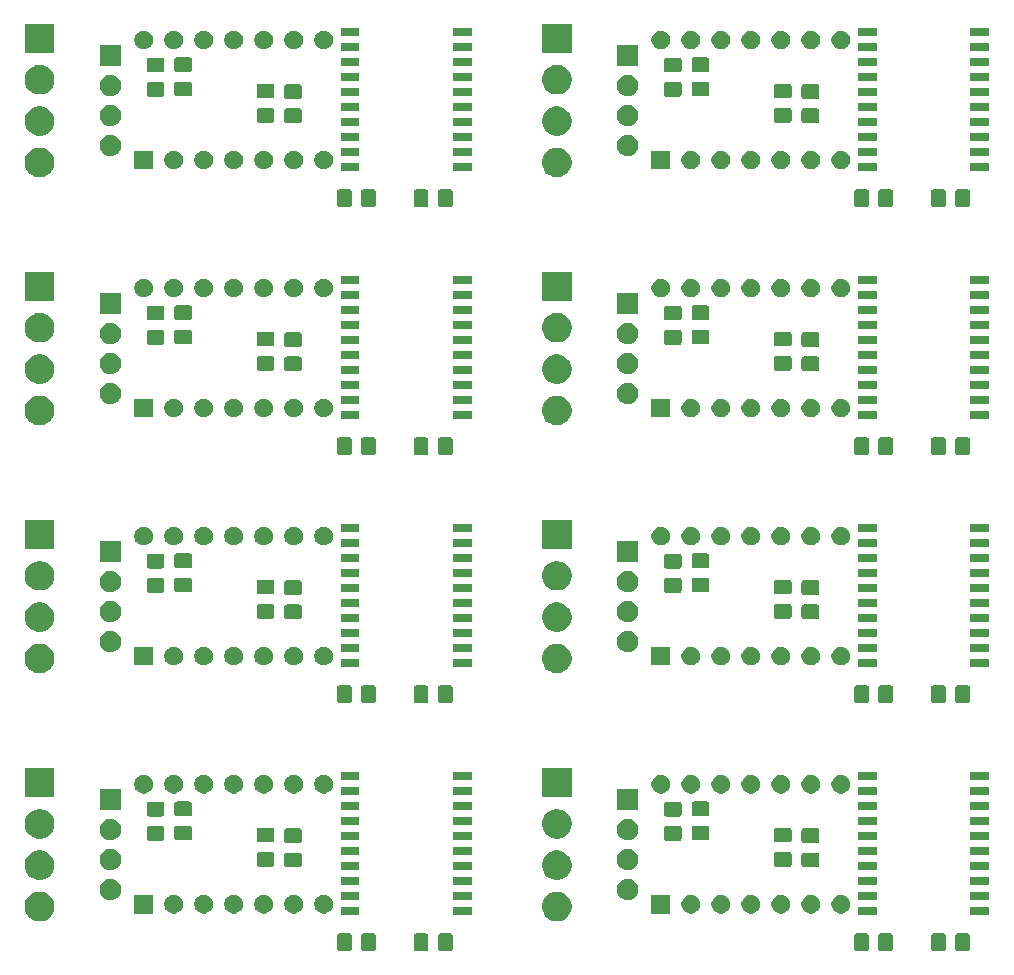
<source format=gbr>
G04 #@! TF.GenerationSoftware,KiCad,Pcbnew,5.1.5+dfsg1-2build2*
G04 #@! TF.CreationDate,2021-11-16T17:19:03-05:00*
G04 #@! TF.ProjectId,,58585858-5858-4585-9858-585858585858,rev?*
G04 #@! TF.SameCoordinates,Original*
G04 #@! TF.FileFunction,Soldermask,Bot*
G04 #@! TF.FilePolarity,Negative*
%FSLAX46Y46*%
G04 Gerber Fmt 4.6, Leading zero omitted, Abs format (unit mm)*
G04 Created by KiCad (PCBNEW 5.1.5+dfsg1-2build2) date 2021-11-16 17:19:03*
%MOMM*%
%LPD*%
G04 APERTURE LIST*
%ADD10C,0.100000*%
G04 APERTURE END LIST*
D10*
G36*
X183617074Y-113663065D02*
G01*
X183654767Y-113674499D01*
X183689503Y-113693066D01*
X183719948Y-113718052D01*
X183744934Y-113748497D01*
X183763501Y-113783233D01*
X183774935Y-113820926D01*
X183779400Y-113866261D01*
X183779400Y-114952939D01*
X183774935Y-114998274D01*
X183763501Y-115035967D01*
X183744934Y-115070703D01*
X183719948Y-115101148D01*
X183689503Y-115126134D01*
X183654767Y-115144701D01*
X183617074Y-115156135D01*
X183571739Y-115160600D01*
X182735061Y-115160600D01*
X182689726Y-115156135D01*
X182652033Y-115144701D01*
X182617297Y-115126134D01*
X182586852Y-115101148D01*
X182561866Y-115070703D01*
X182543299Y-115035967D01*
X182531865Y-114998274D01*
X182527400Y-114952939D01*
X182527400Y-113866261D01*
X182531865Y-113820926D01*
X182543299Y-113783233D01*
X182561866Y-113748497D01*
X182586852Y-113718052D01*
X182617297Y-113693066D01*
X182652033Y-113674499D01*
X182689726Y-113663065D01*
X182735061Y-113658600D01*
X183571739Y-113658600D01*
X183617074Y-113663065D01*
G37*
G36*
X181567074Y-113663065D02*
G01*
X181604767Y-113674499D01*
X181639503Y-113693066D01*
X181669948Y-113718052D01*
X181694934Y-113748497D01*
X181713501Y-113783233D01*
X181724935Y-113820926D01*
X181729400Y-113866261D01*
X181729400Y-114952939D01*
X181724935Y-114998274D01*
X181713501Y-115035967D01*
X181694934Y-115070703D01*
X181669948Y-115101148D01*
X181639503Y-115126134D01*
X181604767Y-115144701D01*
X181567074Y-115156135D01*
X181521739Y-115160600D01*
X180685061Y-115160600D01*
X180639726Y-115156135D01*
X180602033Y-115144701D01*
X180567297Y-115126134D01*
X180536852Y-115101148D01*
X180511866Y-115070703D01*
X180493299Y-115035967D01*
X180481865Y-114998274D01*
X180477400Y-114952939D01*
X180477400Y-113866261D01*
X180481865Y-113820926D01*
X180493299Y-113783233D01*
X180511866Y-113748497D01*
X180536852Y-113718052D01*
X180567297Y-113693066D01*
X180602033Y-113674499D01*
X180639726Y-113663065D01*
X180685061Y-113658600D01*
X181521739Y-113658600D01*
X181567074Y-113663065D01*
G37*
G36*
X131264674Y-113663065D02*
G01*
X131302367Y-113674499D01*
X131337103Y-113693066D01*
X131367548Y-113718052D01*
X131392534Y-113748497D01*
X131411101Y-113783233D01*
X131422535Y-113820926D01*
X131427000Y-113866261D01*
X131427000Y-114952939D01*
X131422535Y-114998274D01*
X131411101Y-115035967D01*
X131392534Y-115070703D01*
X131367548Y-115101148D01*
X131337103Y-115126134D01*
X131302367Y-115144701D01*
X131264674Y-115156135D01*
X131219339Y-115160600D01*
X130382661Y-115160600D01*
X130337326Y-115156135D01*
X130299633Y-115144701D01*
X130264897Y-115126134D01*
X130234452Y-115101148D01*
X130209466Y-115070703D01*
X130190899Y-115035967D01*
X130179465Y-114998274D01*
X130175000Y-114952939D01*
X130175000Y-113866261D01*
X130179465Y-113820926D01*
X130190899Y-113783233D01*
X130209466Y-113748497D01*
X130234452Y-113718052D01*
X130264897Y-113693066D01*
X130299633Y-113674499D01*
X130337326Y-113663065D01*
X130382661Y-113658600D01*
X131219339Y-113658600D01*
X131264674Y-113663065D01*
G37*
G36*
X133314674Y-113663065D02*
G01*
X133352367Y-113674499D01*
X133387103Y-113693066D01*
X133417548Y-113718052D01*
X133442534Y-113748497D01*
X133461101Y-113783233D01*
X133472535Y-113820926D01*
X133477000Y-113866261D01*
X133477000Y-114952939D01*
X133472535Y-114998274D01*
X133461101Y-115035967D01*
X133442534Y-115070703D01*
X133417548Y-115101148D01*
X133387103Y-115126134D01*
X133352367Y-115144701D01*
X133314674Y-115156135D01*
X133269339Y-115160600D01*
X132432661Y-115160600D01*
X132387326Y-115156135D01*
X132349633Y-115144701D01*
X132314897Y-115126134D01*
X132284452Y-115101148D01*
X132259466Y-115070703D01*
X132240899Y-115035967D01*
X132229465Y-114998274D01*
X132225000Y-114952939D01*
X132225000Y-113866261D01*
X132229465Y-113820926D01*
X132240899Y-113783233D01*
X132259466Y-113748497D01*
X132284452Y-113718052D01*
X132314897Y-113693066D01*
X132349633Y-113674499D01*
X132387326Y-113663065D01*
X132432661Y-113658600D01*
X133269339Y-113658600D01*
X133314674Y-113663065D01*
G37*
G36*
X175064674Y-113663065D02*
G01*
X175102367Y-113674499D01*
X175137103Y-113693066D01*
X175167548Y-113718052D01*
X175192534Y-113748497D01*
X175211101Y-113783233D01*
X175222535Y-113820926D01*
X175227000Y-113866261D01*
X175227000Y-114952939D01*
X175222535Y-114998274D01*
X175211101Y-115035967D01*
X175192534Y-115070703D01*
X175167548Y-115101148D01*
X175137103Y-115126134D01*
X175102367Y-115144701D01*
X175064674Y-115156135D01*
X175019339Y-115160600D01*
X174182661Y-115160600D01*
X174137326Y-115156135D01*
X174099633Y-115144701D01*
X174064897Y-115126134D01*
X174034452Y-115101148D01*
X174009466Y-115070703D01*
X173990899Y-115035967D01*
X173979465Y-114998274D01*
X173975000Y-114952939D01*
X173975000Y-113866261D01*
X173979465Y-113820926D01*
X173990899Y-113783233D01*
X174009466Y-113748497D01*
X174034452Y-113718052D01*
X174064897Y-113693066D01*
X174099633Y-113674499D01*
X174137326Y-113663065D01*
X174182661Y-113658600D01*
X175019339Y-113658600D01*
X175064674Y-113663065D01*
G37*
G36*
X137767074Y-113663065D02*
G01*
X137804767Y-113674499D01*
X137839503Y-113693066D01*
X137869948Y-113718052D01*
X137894934Y-113748497D01*
X137913501Y-113783233D01*
X137924935Y-113820926D01*
X137929400Y-113866261D01*
X137929400Y-114952939D01*
X137924935Y-114998274D01*
X137913501Y-115035967D01*
X137894934Y-115070703D01*
X137869948Y-115101148D01*
X137839503Y-115126134D01*
X137804767Y-115144701D01*
X137767074Y-115156135D01*
X137721739Y-115160600D01*
X136885061Y-115160600D01*
X136839726Y-115156135D01*
X136802033Y-115144701D01*
X136767297Y-115126134D01*
X136736852Y-115101148D01*
X136711866Y-115070703D01*
X136693299Y-115035967D01*
X136681865Y-114998274D01*
X136677400Y-114952939D01*
X136677400Y-113866261D01*
X136681865Y-113820926D01*
X136693299Y-113783233D01*
X136711866Y-113748497D01*
X136736852Y-113718052D01*
X136767297Y-113693066D01*
X136802033Y-113674499D01*
X136839726Y-113663065D01*
X136885061Y-113658600D01*
X137721739Y-113658600D01*
X137767074Y-113663065D01*
G37*
G36*
X139817074Y-113663065D02*
G01*
X139854767Y-113674499D01*
X139889503Y-113693066D01*
X139919948Y-113718052D01*
X139944934Y-113748497D01*
X139963501Y-113783233D01*
X139974935Y-113820926D01*
X139979400Y-113866261D01*
X139979400Y-114952939D01*
X139974935Y-114998274D01*
X139963501Y-115035967D01*
X139944934Y-115070703D01*
X139919948Y-115101148D01*
X139889503Y-115126134D01*
X139854767Y-115144701D01*
X139817074Y-115156135D01*
X139771739Y-115160600D01*
X138935061Y-115160600D01*
X138889726Y-115156135D01*
X138852033Y-115144701D01*
X138817297Y-115126134D01*
X138786852Y-115101148D01*
X138761866Y-115070703D01*
X138743299Y-115035967D01*
X138731865Y-114998274D01*
X138727400Y-114952939D01*
X138727400Y-113866261D01*
X138731865Y-113820926D01*
X138743299Y-113783233D01*
X138761866Y-113748497D01*
X138786852Y-113718052D01*
X138817297Y-113693066D01*
X138852033Y-113674499D01*
X138889726Y-113663065D01*
X138935061Y-113658600D01*
X139771739Y-113658600D01*
X139817074Y-113663065D01*
G37*
G36*
X177114674Y-113663065D02*
G01*
X177152367Y-113674499D01*
X177187103Y-113693066D01*
X177217548Y-113718052D01*
X177242534Y-113748497D01*
X177261101Y-113783233D01*
X177272535Y-113820926D01*
X177277000Y-113866261D01*
X177277000Y-114952939D01*
X177272535Y-114998274D01*
X177261101Y-115035967D01*
X177242534Y-115070703D01*
X177217548Y-115101148D01*
X177187103Y-115126134D01*
X177152367Y-115144701D01*
X177114674Y-115156135D01*
X177069339Y-115160600D01*
X176232661Y-115160600D01*
X176187326Y-115156135D01*
X176149633Y-115144701D01*
X176114897Y-115126134D01*
X176084452Y-115101148D01*
X176059466Y-115070703D01*
X176040899Y-115035967D01*
X176029465Y-114998274D01*
X176025000Y-114952939D01*
X176025000Y-113866261D01*
X176029465Y-113820926D01*
X176040899Y-113783233D01*
X176059466Y-113748497D01*
X176084452Y-113718052D01*
X176114897Y-113693066D01*
X176149633Y-113674499D01*
X176187326Y-113663065D01*
X176232661Y-113658600D01*
X177069339Y-113658600D01*
X177114674Y-113663065D01*
G37*
G36*
X105324388Y-110159700D02*
G01*
X105368503Y-110168475D01*
X105596171Y-110262778D01*
X105801066Y-110399685D01*
X105975315Y-110573934D01*
X106112222Y-110778829D01*
X106206525Y-111006497D01*
X106254600Y-111248187D01*
X106254600Y-111494613D01*
X106206525Y-111736303D01*
X106112222Y-111963971D01*
X105975315Y-112168866D01*
X105801066Y-112343115D01*
X105596171Y-112480022D01*
X105596170Y-112480023D01*
X105596169Y-112480023D01*
X105368503Y-112574325D01*
X105126814Y-112622400D01*
X104880386Y-112622400D01*
X104638697Y-112574325D01*
X104411031Y-112480023D01*
X104411030Y-112480023D01*
X104411029Y-112480022D01*
X104206134Y-112343115D01*
X104031885Y-112168866D01*
X103894978Y-111963971D01*
X103800675Y-111736303D01*
X103752600Y-111494613D01*
X103752600Y-111248187D01*
X103800675Y-111006497D01*
X103894978Y-110778829D01*
X104031885Y-110573934D01*
X104206134Y-110399685D01*
X104411029Y-110262778D01*
X104638697Y-110168475D01*
X104682812Y-110159700D01*
X104880386Y-110120400D01*
X105126814Y-110120400D01*
X105324388Y-110159700D01*
G37*
G36*
X149124388Y-110159700D02*
G01*
X149168503Y-110168475D01*
X149396171Y-110262778D01*
X149601066Y-110399685D01*
X149775315Y-110573934D01*
X149912222Y-110778829D01*
X150006525Y-111006497D01*
X150054600Y-111248187D01*
X150054600Y-111494613D01*
X150006525Y-111736303D01*
X149912222Y-111963971D01*
X149775315Y-112168866D01*
X149601066Y-112343115D01*
X149396171Y-112480022D01*
X149396170Y-112480023D01*
X149396169Y-112480023D01*
X149168503Y-112574325D01*
X148926814Y-112622400D01*
X148680386Y-112622400D01*
X148438697Y-112574325D01*
X148211031Y-112480023D01*
X148211030Y-112480023D01*
X148211029Y-112480022D01*
X148006134Y-112343115D01*
X147831885Y-112168866D01*
X147694978Y-111963971D01*
X147600675Y-111736303D01*
X147552600Y-111494613D01*
X147552600Y-111248187D01*
X147600675Y-111006497D01*
X147694978Y-110778829D01*
X147831885Y-110573934D01*
X148006134Y-110399685D01*
X148211029Y-110262778D01*
X148438697Y-110168475D01*
X148482812Y-110159700D01*
X148680386Y-110120400D01*
X148926814Y-110120400D01*
X149124388Y-110159700D01*
G37*
G36*
X175893400Y-112131700D02*
G01*
X174291400Y-112131700D01*
X174291400Y-111429700D01*
X175893400Y-111429700D01*
X175893400Y-112131700D01*
G37*
G36*
X185393400Y-112131700D02*
G01*
X183791400Y-112131700D01*
X183791400Y-111429700D01*
X185393400Y-111429700D01*
X185393400Y-112131700D01*
G37*
G36*
X132093400Y-112131700D02*
G01*
X130491400Y-112131700D01*
X130491400Y-111429700D01*
X132093400Y-111429700D01*
X132093400Y-112131700D01*
G37*
G36*
X141593400Y-112131700D02*
G01*
X139991400Y-112131700D01*
X139991400Y-111429700D01*
X141593400Y-111429700D01*
X141593400Y-112131700D01*
G37*
G36*
X165471042Y-110400881D02*
G01*
X165616814Y-110461262D01*
X165616816Y-110461263D01*
X165748008Y-110548922D01*
X165859578Y-110660492D01*
X165938649Y-110778831D01*
X165947238Y-110791686D01*
X166007619Y-110937458D01*
X166038400Y-111092207D01*
X166038400Y-111249993D01*
X166007619Y-111404742D01*
X165947238Y-111550514D01*
X165947237Y-111550516D01*
X165859578Y-111681708D01*
X165748008Y-111793278D01*
X165616816Y-111880937D01*
X165616815Y-111880938D01*
X165616814Y-111880938D01*
X165471042Y-111941319D01*
X165316293Y-111972100D01*
X165158507Y-111972100D01*
X165003758Y-111941319D01*
X164857986Y-111880938D01*
X164857985Y-111880938D01*
X164857984Y-111880937D01*
X164726792Y-111793278D01*
X164615222Y-111681708D01*
X164527563Y-111550516D01*
X164527562Y-111550514D01*
X164467181Y-111404742D01*
X164436400Y-111249993D01*
X164436400Y-111092207D01*
X164467181Y-110937458D01*
X164527562Y-110791686D01*
X164536151Y-110778831D01*
X164615222Y-110660492D01*
X164726792Y-110548922D01*
X164857984Y-110461263D01*
X164857986Y-110461262D01*
X165003758Y-110400881D01*
X165158507Y-110370100D01*
X165316293Y-110370100D01*
X165471042Y-110400881D01*
G37*
G36*
X129291042Y-110400881D02*
G01*
X129436814Y-110461262D01*
X129436816Y-110461263D01*
X129568008Y-110548922D01*
X129679578Y-110660492D01*
X129758649Y-110778831D01*
X129767238Y-110791686D01*
X129827619Y-110937458D01*
X129858400Y-111092207D01*
X129858400Y-111249993D01*
X129827619Y-111404742D01*
X129767238Y-111550514D01*
X129767237Y-111550516D01*
X129679578Y-111681708D01*
X129568008Y-111793278D01*
X129436816Y-111880937D01*
X129436815Y-111880938D01*
X129436814Y-111880938D01*
X129291042Y-111941319D01*
X129136293Y-111972100D01*
X128978507Y-111972100D01*
X128823758Y-111941319D01*
X128677986Y-111880938D01*
X128677985Y-111880938D01*
X128677984Y-111880937D01*
X128546792Y-111793278D01*
X128435222Y-111681708D01*
X128347563Y-111550516D01*
X128347562Y-111550514D01*
X128287181Y-111404742D01*
X128256400Y-111249993D01*
X128256400Y-111092207D01*
X128287181Y-110937458D01*
X128347562Y-110791686D01*
X128356151Y-110778831D01*
X128435222Y-110660492D01*
X128546792Y-110548922D01*
X128677984Y-110461263D01*
X128677986Y-110461262D01*
X128823758Y-110400881D01*
X128978507Y-110370100D01*
X129136293Y-110370100D01*
X129291042Y-110400881D01*
G37*
G36*
X126751042Y-110400881D02*
G01*
X126896814Y-110461262D01*
X126896816Y-110461263D01*
X127028008Y-110548922D01*
X127139578Y-110660492D01*
X127218649Y-110778831D01*
X127227238Y-110791686D01*
X127287619Y-110937458D01*
X127318400Y-111092207D01*
X127318400Y-111249993D01*
X127287619Y-111404742D01*
X127227238Y-111550514D01*
X127227237Y-111550516D01*
X127139578Y-111681708D01*
X127028008Y-111793278D01*
X126896816Y-111880937D01*
X126896815Y-111880938D01*
X126896814Y-111880938D01*
X126751042Y-111941319D01*
X126596293Y-111972100D01*
X126438507Y-111972100D01*
X126283758Y-111941319D01*
X126137986Y-111880938D01*
X126137985Y-111880938D01*
X126137984Y-111880937D01*
X126006792Y-111793278D01*
X125895222Y-111681708D01*
X125807563Y-111550516D01*
X125807562Y-111550514D01*
X125747181Y-111404742D01*
X125716400Y-111249993D01*
X125716400Y-111092207D01*
X125747181Y-110937458D01*
X125807562Y-110791686D01*
X125816151Y-110778831D01*
X125895222Y-110660492D01*
X126006792Y-110548922D01*
X126137984Y-110461263D01*
X126137986Y-110461262D01*
X126283758Y-110400881D01*
X126438507Y-110370100D01*
X126596293Y-110370100D01*
X126751042Y-110400881D01*
G37*
G36*
X124211042Y-110400881D02*
G01*
X124356814Y-110461262D01*
X124356816Y-110461263D01*
X124488008Y-110548922D01*
X124599578Y-110660492D01*
X124678649Y-110778831D01*
X124687238Y-110791686D01*
X124747619Y-110937458D01*
X124778400Y-111092207D01*
X124778400Y-111249993D01*
X124747619Y-111404742D01*
X124687238Y-111550514D01*
X124687237Y-111550516D01*
X124599578Y-111681708D01*
X124488008Y-111793278D01*
X124356816Y-111880937D01*
X124356815Y-111880938D01*
X124356814Y-111880938D01*
X124211042Y-111941319D01*
X124056293Y-111972100D01*
X123898507Y-111972100D01*
X123743758Y-111941319D01*
X123597986Y-111880938D01*
X123597985Y-111880938D01*
X123597984Y-111880937D01*
X123466792Y-111793278D01*
X123355222Y-111681708D01*
X123267563Y-111550516D01*
X123267562Y-111550514D01*
X123207181Y-111404742D01*
X123176400Y-111249993D01*
X123176400Y-111092207D01*
X123207181Y-110937458D01*
X123267562Y-110791686D01*
X123276151Y-110778831D01*
X123355222Y-110660492D01*
X123466792Y-110548922D01*
X123597984Y-110461263D01*
X123597986Y-110461262D01*
X123743758Y-110400881D01*
X123898507Y-110370100D01*
X124056293Y-110370100D01*
X124211042Y-110400881D01*
G37*
G36*
X121671042Y-110400881D02*
G01*
X121816814Y-110461262D01*
X121816816Y-110461263D01*
X121948008Y-110548922D01*
X122059578Y-110660492D01*
X122138649Y-110778831D01*
X122147238Y-110791686D01*
X122207619Y-110937458D01*
X122238400Y-111092207D01*
X122238400Y-111249993D01*
X122207619Y-111404742D01*
X122147238Y-111550514D01*
X122147237Y-111550516D01*
X122059578Y-111681708D01*
X121948008Y-111793278D01*
X121816816Y-111880937D01*
X121816815Y-111880938D01*
X121816814Y-111880938D01*
X121671042Y-111941319D01*
X121516293Y-111972100D01*
X121358507Y-111972100D01*
X121203758Y-111941319D01*
X121057986Y-111880938D01*
X121057985Y-111880938D01*
X121057984Y-111880937D01*
X120926792Y-111793278D01*
X120815222Y-111681708D01*
X120727563Y-111550516D01*
X120727562Y-111550514D01*
X120667181Y-111404742D01*
X120636400Y-111249993D01*
X120636400Y-111092207D01*
X120667181Y-110937458D01*
X120727562Y-110791686D01*
X120736151Y-110778831D01*
X120815222Y-110660492D01*
X120926792Y-110548922D01*
X121057984Y-110461263D01*
X121057986Y-110461262D01*
X121203758Y-110400881D01*
X121358507Y-110370100D01*
X121516293Y-110370100D01*
X121671042Y-110400881D01*
G37*
G36*
X119131042Y-110400881D02*
G01*
X119276814Y-110461262D01*
X119276816Y-110461263D01*
X119408008Y-110548922D01*
X119519578Y-110660492D01*
X119598649Y-110778831D01*
X119607238Y-110791686D01*
X119667619Y-110937458D01*
X119698400Y-111092207D01*
X119698400Y-111249993D01*
X119667619Y-111404742D01*
X119607238Y-111550514D01*
X119607237Y-111550516D01*
X119519578Y-111681708D01*
X119408008Y-111793278D01*
X119276816Y-111880937D01*
X119276815Y-111880938D01*
X119276814Y-111880938D01*
X119131042Y-111941319D01*
X118976293Y-111972100D01*
X118818507Y-111972100D01*
X118663758Y-111941319D01*
X118517986Y-111880938D01*
X118517985Y-111880938D01*
X118517984Y-111880937D01*
X118386792Y-111793278D01*
X118275222Y-111681708D01*
X118187563Y-111550516D01*
X118187562Y-111550514D01*
X118127181Y-111404742D01*
X118096400Y-111249993D01*
X118096400Y-111092207D01*
X118127181Y-110937458D01*
X118187562Y-110791686D01*
X118196151Y-110778831D01*
X118275222Y-110660492D01*
X118386792Y-110548922D01*
X118517984Y-110461263D01*
X118517986Y-110461262D01*
X118663758Y-110400881D01*
X118818507Y-110370100D01*
X118976293Y-110370100D01*
X119131042Y-110400881D01*
G37*
G36*
X116591042Y-110400881D02*
G01*
X116736814Y-110461262D01*
X116736816Y-110461263D01*
X116868008Y-110548922D01*
X116979578Y-110660492D01*
X117058649Y-110778831D01*
X117067238Y-110791686D01*
X117127619Y-110937458D01*
X117158400Y-111092207D01*
X117158400Y-111249993D01*
X117127619Y-111404742D01*
X117067238Y-111550514D01*
X117067237Y-111550516D01*
X116979578Y-111681708D01*
X116868008Y-111793278D01*
X116736816Y-111880937D01*
X116736815Y-111880938D01*
X116736814Y-111880938D01*
X116591042Y-111941319D01*
X116436293Y-111972100D01*
X116278507Y-111972100D01*
X116123758Y-111941319D01*
X115977986Y-111880938D01*
X115977985Y-111880938D01*
X115977984Y-111880937D01*
X115846792Y-111793278D01*
X115735222Y-111681708D01*
X115647563Y-111550516D01*
X115647562Y-111550514D01*
X115587181Y-111404742D01*
X115556400Y-111249993D01*
X115556400Y-111092207D01*
X115587181Y-110937458D01*
X115647562Y-110791686D01*
X115656151Y-110778831D01*
X115735222Y-110660492D01*
X115846792Y-110548922D01*
X115977984Y-110461263D01*
X115977986Y-110461262D01*
X116123758Y-110400881D01*
X116278507Y-110370100D01*
X116436293Y-110370100D01*
X116591042Y-110400881D01*
G37*
G36*
X114618400Y-111972100D02*
G01*
X113016400Y-111972100D01*
X113016400Y-110370100D01*
X114618400Y-110370100D01*
X114618400Y-111972100D01*
G37*
G36*
X173091042Y-110400881D02*
G01*
X173236814Y-110461262D01*
X173236816Y-110461263D01*
X173368008Y-110548922D01*
X173479578Y-110660492D01*
X173558649Y-110778831D01*
X173567238Y-110791686D01*
X173627619Y-110937458D01*
X173658400Y-111092207D01*
X173658400Y-111249993D01*
X173627619Y-111404742D01*
X173567238Y-111550514D01*
X173567237Y-111550516D01*
X173479578Y-111681708D01*
X173368008Y-111793278D01*
X173236816Y-111880937D01*
X173236815Y-111880938D01*
X173236814Y-111880938D01*
X173091042Y-111941319D01*
X172936293Y-111972100D01*
X172778507Y-111972100D01*
X172623758Y-111941319D01*
X172477986Y-111880938D01*
X172477985Y-111880938D01*
X172477984Y-111880937D01*
X172346792Y-111793278D01*
X172235222Y-111681708D01*
X172147563Y-111550516D01*
X172147562Y-111550514D01*
X172087181Y-111404742D01*
X172056400Y-111249993D01*
X172056400Y-111092207D01*
X172087181Y-110937458D01*
X172147562Y-110791686D01*
X172156151Y-110778831D01*
X172235222Y-110660492D01*
X172346792Y-110548922D01*
X172477984Y-110461263D01*
X172477986Y-110461262D01*
X172623758Y-110400881D01*
X172778507Y-110370100D01*
X172936293Y-110370100D01*
X173091042Y-110400881D01*
G37*
G36*
X170551042Y-110400881D02*
G01*
X170696814Y-110461262D01*
X170696816Y-110461263D01*
X170828008Y-110548922D01*
X170939578Y-110660492D01*
X171018649Y-110778831D01*
X171027238Y-110791686D01*
X171087619Y-110937458D01*
X171118400Y-111092207D01*
X171118400Y-111249993D01*
X171087619Y-111404742D01*
X171027238Y-111550514D01*
X171027237Y-111550516D01*
X170939578Y-111681708D01*
X170828008Y-111793278D01*
X170696816Y-111880937D01*
X170696815Y-111880938D01*
X170696814Y-111880938D01*
X170551042Y-111941319D01*
X170396293Y-111972100D01*
X170238507Y-111972100D01*
X170083758Y-111941319D01*
X169937986Y-111880938D01*
X169937985Y-111880938D01*
X169937984Y-111880937D01*
X169806792Y-111793278D01*
X169695222Y-111681708D01*
X169607563Y-111550516D01*
X169607562Y-111550514D01*
X169547181Y-111404742D01*
X169516400Y-111249993D01*
X169516400Y-111092207D01*
X169547181Y-110937458D01*
X169607562Y-110791686D01*
X169616151Y-110778831D01*
X169695222Y-110660492D01*
X169806792Y-110548922D01*
X169937984Y-110461263D01*
X169937986Y-110461262D01*
X170083758Y-110400881D01*
X170238507Y-110370100D01*
X170396293Y-110370100D01*
X170551042Y-110400881D01*
G37*
G36*
X168011042Y-110400881D02*
G01*
X168156814Y-110461262D01*
X168156816Y-110461263D01*
X168288008Y-110548922D01*
X168399578Y-110660492D01*
X168478649Y-110778831D01*
X168487238Y-110791686D01*
X168547619Y-110937458D01*
X168578400Y-111092207D01*
X168578400Y-111249993D01*
X168547619Y-111404742D01*
X168487238Y-111550514D01*
X168487237Y-111550516D01*
X168399578Y-111681708D01*
X168288008Y-111793278D01*
X168156816Y-111880937D01*
X168156815Y-111880938D01*
X168156814Y-111880938D01*
X168011042Y-111941319D01*
X167856293Y-111972100D01*
X167698507Y-111972100D01*
X167543758Y-111941319D01*
X167397986Y-111880938D01*
X167397985Y-111880938D01*
X167397984Y-111880937D01*
X167266792Y-111793278D01*
X167155222Y-111681708D01*
X167067563Y-111550516D01*
X167067562Y-111550514D01*
X167007181Y-111404742D01*
X166976400Y-111249993D01*
X166976400Y-111092207D01*
X167007181Y-110937458D01*
X167067562Y-110791686D01*
X167076151Y-110778831D01*
X167155222Y-110660492D01*
X167266792Y-110548922D01*
X167397984Y-110461263D01*
X167397986Y-110461262D01*
X167543758Y-110400881D01*
X167698507Y-110370100D01*
X167856293Y-110370100D01*
X168011042Y-110400881D01*
G37*
G36*
X162931042Y-110400881D02*
G01*
X163076814Y-110461262D01*
X163076816Y-110461263D01*
X163208008Y-110548922D01*
X163319578Y-110660492D01*
X163398649Y-110778831D01*
X163407238Y-110791686D01*
X163467619Y-110937458D01*
X163498400Y-111092207D01*
X163498400Y-111249993D01*
X163467619Y-111404742D01*
X163407238Y-111550514D01*
X163407237Y-111550516D01*
X163319578Y-111681708D01*
X163208008Y-111793278D01*
X163076816Y-111880937D01*
X163076815Y-111880938D01*
X163076814Y-111880938D01*
X162931042Y-111941319D01*
X162776293Y-111972100D01*
X162618507Y-111972100D01*
X162463758Y-111941319D01*
X162317986Y-111880938D01*
X162317985Y-111880938D01*
X162317984Y-111880937D01*
X162186792Y-111793278D01*
X162075222Y-111681708D01*
X161987563Y-111550516D01*
X161987562Y-111550514D01*
X161927181Y-111404742D01*
X161896400Y-111249993D01*
X161896400Y-111092207D01*
X161927181Y-110937458D01*
X161987562Y-110791686D01*
X161996151Y-110778831D01*
X162075222Y-110660492D01*
X162186792Y-110548922D01*
X162317984Y-110461263D01*
X162317986Y-110461262D01*
X162463758Y-110400881D01*
X162618507Y-110370100D01*
X162776293Y-110370100D01*
X162931042Y-110400881D01*
G37*
G36*
X160391042Y-110400881D02*
G01*
X160536814Y-110461262D01*
X160536816Y-110461263D01*
X160668008Y-110548922D01*
X160779578Y-110660492D01*
X160858649Y-110778831D01*
X160867238Y-110791686D01*
X160927619Y-110937458D01*
X160958400Y-111092207D01*
X160958400Y-111249993D01*
X160927619Y-111404742D01*
X160867238Y-111550514D01*
X160867237Y-111550516D01*
X160779578Y-111681708D01*
X160668008Y-111793278D01*
X160536816Y-111880937D01*
X160536815Y-111880938D01*
X160536814Y-111880938D01*
X160391042Y-111941319D01*
X160236293Y-111972100D01*
X160078507Y-111972100D01*
X159923758Y-111941319D01*
X159777986Y-111880938D01*
X159777985Y-111880938D01*
X159777984Y-111880937D01*
X159646792Y-111793278D01*
X159535222Y-111681708D01*
X159447563Y-111550516D01*
X159447562Y-111550514D01*
X159387181Y-111404742D01*
X159356400Y-111249993D01*
X159356400Y-111092207D01*
X159387181Y-110937458D01*
X159447562Y-110791686D01*
X159456151Y-110778831D01*
X159535222Y-110660492D01*
X159646792Y-110548922D01*
X159777984Y-110461263D01*
X159777986Y-110461262D01*
X159923758Y-110400881D01*
X160078507Y-110370100D01*
X160236293Y-110370100D01*
X160391042Y-110400881D01*
G37*
G36*
X158418400Y-111972100D02*
G01*
X156816400Y-111972100D01*
X156816400Y-110370100D01*
X158418400Y-110370100D01*
X158418400Y-111972100D01*
G37*
G36*
X175893400Y-110861700D02*
G01*
X174291400Y-110861700D01*
X174291400Y-110159700D01*
X175893400Y-110159700D01*
X175893400Y-110861700D01*
G37*
G36*
X132093400Y-110861700D02*
G01*
X130491400Y-110861700D01*
X130491400Y-110159700D01*
X132093400Y-110159700D01*
X132093400Y-110861700D01*
G37*
G36*
X185393400Y-110861700D02*
G01*
X183791400Y-110861700D01*
X183791400Y-110159700D01*
X185393400Y-110159700D01*
X185393400Y-110861700D01*
G37*
G36*
X141593400Y-110861700D02*
G01*
X139991400Y-110861700D01*
X139991400Y-110159700D01*
X141593400Y-110159700D01*
X141593400Y-110861700D01*
G37*
G36*
X154911512Y-109043127D02*
G01*
X155060812Y-109072824D01*
X155224784Y-109140744D01*
X155372354Y-109239347D01*
X155497853Y-109364846D01*
X155596456Y-109512416D01*
X155664376Y-109676388D01*
X155699000Y-109850459D01*
X155699000Y-110027941D01*
X155664376Y-110202012D01*
X155596456Y-110365984D01*
X155497853Y-110513554D01*
X155372354Y-110639053D01*
X155224784Y-110737656D01*
X155060812Y-110805576D01*
X154911512Y-110835273D01*
X154886742Y-110840200D01*
X154709258Y-110840200D01*
X154684488Y-110835273D01*
X154535188Y-110805576D01*
X154371216Y-110737656D01*
X154223646Y-110639053D01*
X154098147Y-110513554D01*
X153999544Y-110365984D01*
X153931624Y-110202012D01*
X153897000Y-110027941D01*
X153897000Y-109850459D01*
X153931624Y-109676388D01*
X153999544Y-109512416D01*
X154098147Y-109364846D01*
X154223646Y-109239347D01*
X154371216Y-109140744D01*
X154535188Y-109072824D01*
X154684488Y-109043127D01*
X154709258Y-109038200D01*
X154886742Y-109038200D01*
X154911512Y-109043127D01*
G37*
G36*
X111111512Y-109043127D02*
G01*
X111260812Y-109072824D01*
X111424784Y-109140744D01*
X111572354Y-109239347D01*
X111697853Y-109364846D01*
X111796456Y-109512416D01*
X111864376Y-109676388D01*
X111899000Y-109850459D01*
X111899000Y-110027941D01*
X111864376Y-110202012D01*
X111796456Y-110365984D01*
X111697853Y-110513554D01*
X111572354Y-110639053D01*
X111424784Y-110737656D01*
X111260812Y-110805576D01*
X111111512Y-110835273D01*
X111086742Y-110840200D01*
X110909258Y-110840200D01*
X110884488Y-110835273D01*
X110735188Y-110805576D01*
X110571216Y-110737656D01*
X110423646Y-110639053D01*
X110298147Y-110513554D01*
X110199544Y-110365984D01*
X110131624Y-110202012D01*
X110097000Y-110027941D01*
X110097000Y-109850459D01*
X110131624Y-109676388D01*
X110199544Y-109512416D01*
X110298147Y-109364846D01*
X110423646Y-109239347D01*
X110571216Y-109140744D01*
X110735188Y-109072824D01*
X110884488Y-109043127D01*
X110909258Y-109038200D01*
X111086742Y-109038200D01*
X111111512Y-109043127D01*
G37*
G36*
X132093400Y-109591700D02*
G01*
X130491400Y-109591700D01*
X130491400Y-108889700D01*
X132093400Y-108889700D01*
X132093400Y-109591700D01*
G37*
G36*
X141593400Y-109591700D02*
G01*
X139991400Y-109591700D01*
X139991400Y-108889700D01*
X141593400Y-108889700D01*
X141593400Y-109591700D01*
G37*
G36*
X175893400Y-109591700D02*
G01*
X174291400Y-109591700D01*
X174291400Y-108889700D01*
X175893400Y-108889700D01*
X175893400Y-109591700D01*
G37*
G36*
X185393400Y-109591700D02*
G01*
X183791400Y-109591700D01*
X183791400Y-108889700D01*
X185393400Y-108889700D01*
X185393400Y-109591700D01*
G37*
G36*
X149168503Y-106668475D02*
G01*
X149394366Y-106762030D01*
X149396171Y-106762778D01*
X149601066Y-106899685D01*
X149775315Y-107073934D01*
X149817046Y-107136389D01*
X149912223Y-107278831D01*
X150006525Y-107506497D01*
X150054600Y-107748186D01*
X150054600Y-107994614D01*
X150006525Y-108236303D01*
X149971153Y-108321700D01*
X149912222Y-108463971D01*
X149775315Y-108668866D01*
X149601066Y-108843115D01*
X149396171Y-108980022D01*
X149396170Y-108980023D01*
X149396169Y-108980023D01*
X149168503Y-109074325D01*
X148926814Y-109122400D01*
X148680386Y-109122400D01*
X148438697Y-109074325D01*
X148211031Y-108980023D01*
X148211030Y-108980023D01*
X148211029Y-108980022D01*
X148006134Y-108843115D01*
X147831885Y-108668866D01*
X147694978Y-108463971D01*
X147636048Y-108321700D01*
X147600675Y-108236303D01*
X147552600Y-107994614D01*
X147552600Y-107748186D01*
X147600675Y-107506497D01*
X147694977Y-107278831D01*
X147790154Y-107136389D01*
X147831885Y-107073934D01*
X148006134Y-106899685D01*
X148211029Y-106762778D01*
X148212835Y-106762030D01*
X148438697Y-106668475D01*
X148680386Y-106620400D01*
X148926814Y-106620400D01*
X149168503Y-106668475D01*
G37*
G36*
X105368503Y-106668475D02*
G01*
X105594366Y-106762030D01*
X105596171Y-106762778D01*
X105801066Y-106899685D01*
X105975315Y-107073934D01*
X106017046Y-107136389D01*
X106112223Y-107278831D01*
X106206525Y-107506497D01*
X106254600Y-107748186D01*
X106254600Y-107994614D01*
X106206525Y-108236303D01*
X106171153Y-108321700D01*
X106112222Y-108463971D01*
X105975315Y-108668866D01*
X105801066Y-108843115D01*
X105596171Y-108980022D01*
X105596170Y-108980023D01*
X105596169Y-108980023D01*
X105368503Y-109074325D01*
X105126814Y-109122400D01*
X104880386Y-109122400D01*
X104638697Y-109074325D01*
X104411031Y-108980023D01*
X104411030Y-108980023D01*
X104411029Y-108980022D01*
X104206134Y-108843115D01*
X104031885Y-108668866D01*
X103894978Y-108463971D01*
X103836048Y-108321700D01*
X103800675Y-108236303D01*
X103752600Y-107994614D01*
X103752600Y-107748186D01*
X103800675Y-107506497D01*
X103894977Y-107278831D01*
X103990154Y-107136389D01*
X104031885Y-107073934D01*
X104206134Y-106899685D01*
X104411029Y-106762778D01*
X104412835Y-106762030D01*
X104638697Y-106668475D01*
X104880386Y-106620400D01*
X105126814Y-106620400D01*
X105368503Y-106668475D01*
G37*
G36*
X175893400Y-108321700D02*
G01*
X174291400Y-108321700D01*
X174291400Y-107619700D01*
X175893400Y-107619700D01*
X175893400Y-108321700D01*
G37*
G36*
X185393400Y-108321700D02*
G01*
X183791400Y-108321700D01*
X183791400Y-107619700D01*
X185393400Y-107619700D01*
X185393400Y-108321700D01*
G37*
G36*
X141593400Y-108321700D02*
G01*
X139991400Y-108321700D01*
X139991400Y-107619700D01*
X141593400Y-107619700D01*
X141593400Y-108321700D01*
G37*
G36*
X132093400Y-108321700D02*
G01*
X130491400Y-108321700D01*
X130491400Y-107619700D01*
X132093400Y-107619700D01*
X132093400Y-108321700D01*
G37*
G36*
X154911512Y-106503127D02*
G01*
X155060812Y-106532824D01*
X155224784Y-106600744D01*
X155372354Y-106699347D01*
X155497853Y-106824846D01*
X155596456Y-106972416D01*
X155664376Y-107136388D01*
X155699000Y-107310459D01*
X155699000Y-107487941D01*
X155664376Y-107662012D01*
X155596456Y-107825984D01*
X155497853Y-107973554D01*
X155372354Y-108099053D01*
X155224784Y-108197656D01*
X155060812Y-108265576D01*
X154911512Y-108295273D01*
X154886742Y-108300200D01*
X154709258Y-108300200D01*
X154684488Y-108295273D01*
X154535188Y-108265576D01*
X154371216Y-108197656D01*
X154223646Y-108099053D01*
X154098147Y-107973554D01*
X153999544Y-107825984D01*
X153931624Y-107662012D01*
X153897000Y-107487941D01*
X153897000Y-107310459D01*
X153931624Y-107136388D01*
X153999544Y-106972416D01*
X154098147Y-106824846D01*
X154223646Y-106699347D01*
X154371216Y-106600744D01*
X154535188Y-106532824D01*
X154684488Y-106503127D01*
X154709258Y-106498200D01*
X154886742Y-106498200D01*
X154911512Y-106503127D01*
G37*
G36*
X111111512Y-106503127D02*
G01*
X111260812Y-106532824D01*
X111424784Y-106600744D01*
X111572354Y-106699347D01*
X111697853Y-106824846D01*
X111796456Y-106972416D01*
X111864376Y-107136388D01*
X111899000Y-107310459D01*
X111899000Y-107487941D01*
X111864376Y-107662012D01*
X111796456Y-107825984D01*
X111697853Y-107973554D01*
X111572354Y-108099053D01*
X111424784Y-108197656D01*
X111260812Y-108265576D01*
X111111512Y-108295273D01*
X111086742Y-108300200D01*
X110909258Y-108300200D01*
X110884488Y-108295273D01*
X110735188Y-108265576D01*
X110571216Y-108197656D01*
X110423646Y-108099053D01*
X110298147Y-107973554D01*
X110199544Y-107825984D01*
X110131624Y-107662012D01*
X110097000Y-107487941D01*
X110097000Y-107310459D01*
X110131624Y-107136388D01*
X110199544Y-106972416D01*
X110298147Y-106824846D01*
X110423646Y-106699347D01*
X110571216Y-106600744D01*
X110735188Y-106532824D01*
X110884488Y-106503127D01*
X110909258Y-106498200D01*
X111086742Y-106498200D01*
X111111512Y-106503127D01*
G37*
G36*
X127055274Y-106812065D02*
G01*
X127092967Y-106823499D01*
X127127703Y-106842066D01*
X127158148Y-106867052D01*
X127183134Y-106897497D01*
X127201701Y-106932233D01*
X127213135Y-106969926D01*
X127217600Y-107015261D01*
X127217600Y-107851939D01*
X127213135Y-107897274D01*
X127201701Y-107934967D01*
X127183134Y-107969703D01*
X127158148Y-108000148D01*
X127127703Y-108025134D01*
X127092967Y-108043701D01*
X127055274Y-108055135D01*
X127009939Y-108059600D01*
X125923261Y-108059600D01*
X125877926Y-108055135D01*
X125840233Y-108043701D01*
X125805497Y-108025134D01*
X125775052Y-108000148D01*
X125750066Y-107969703D01*
X125731499Y-107934967D01*
X125720065Y-107897274D01*
X125715600Y-107851939D01*
X125715600Y-107015261D01*
X125720065Y-106969926D01*
X125731499Y-106932233D01*
X125750066Y-106897497D01*
X125775052Y-106867052D01*
X125805497Y-106842066D01*
X125840233Y-106823499D01*
X125877926Y-106812065D01*
X125923261Y-106807600D01*
X127009939Y-106807600D01*
X127055274Y-106812065D01*
G37*
G36*
X170855274Y-106812065D02*
G01*
X170892967Y-106823499D01*
X170927703Y-106842066D01*
X170958148Y-106867052D01*
X170983134Y-106897497D01*
X171001701Y-106932233D01*
X171013135Y-106969926D01*
X171017600Y-107015261D01*
X171017600Y-107851939D01*
X171013135Y-107897274D01*
X171001701Y-107934967D01*
X170983134Y-107969703D01*
X170958148Y-108000148D01*
X170927703Y-108025134D01*
X170892967Y-108043701D01*
X170855274Y-108055135D01*
X170809939Y-108059600D01*
X169723261Y-108059600D01*
X169677926Y-108055135D01*
X169640233Y-108043701D01*
X169605497Y-108025134D01*
X169575052Y-108000148D01*
X169550066Y-107969703D01*
X169531499Y-107934967D01*
X169520065Y-107897274D01*
X169515600Y-107851939D01*
X169515600Y-107015261D01*
X169520065Y-106969926D01*
X169531499Y-106932233D01*
X169550066Y-106897497D01*
X169575052Y-106867052D01*
X169605497Y-106842066D01*
X169640233Y-106823499D01*
X169677926Y-106812065D01*
X169723261Y-106807600D01*
X170809939Y-106807600D01*
X170855274Y-106812065D01*
G37*
G36*
X124718474Y-106761265D02*
G01*
X124756167Y-106772699D01*
X124790903Y-106791266D01*
X124821348Y-106816252D01*
X124846334Y-106846697D01*
X124864901Y-106881433D01*
X124876335Y-106919126D01*
X124880800Y-106964461D01*
X124880800Y-107801139D01*
X124876335Y-107846474D01*
X124864901Y-107884167D01*
X124846334Y-107918903D01*
X124821348Y-107949348D01*
X124790903Y-107974334D01*
X124756167Y-107992901D01*
X124718474Y-108004335D01*
X124673139Y-108008800D01*
X123586461Y-108008800D01*
X123541126Y-108004335D01*
X123503433Y-107992901D01*
X123468697Y-107974334D01*
X123438252Y-107949348D01*
X123413266Y-107918903D01*
X123394699Y-107884167D01*
X123383265Y-107846474D01*
X123378800Y-107801139D01*
X123378800Y-106964461D01*
X123383265Y-106919126D01*
X123394699Y-106881433D01*
X123413266Y-106846697D01*
X123438252Y-106816252D01*
X123468697Y-106791266D01*
X123503433Y-106772699D01*
X123541126Y-106761265D01*
X123586461Y-106756800D01*
X124673139Y-106756800D01*
X124718474Y-106761265D01*
G37*
G36*
X168518474Y-106761265D02*
G01*
X168556167Y-106772699D01*
X168590903Y-106791266D01*
X168621348Y-106816252D01*
X168646334Y-106846697D01*
X168664901Y-106881433D01*
X168676335Y-106919126D01*
X168680800Y-106964461D01*
X168680800Y-107801139D01*
X168676335Y-107846474D01*
X168664901Y-107884167D01*
X168646334Y-107918903D01*
X168621348Y-107949348D01*
X168590903Y-107974334D01*
X168556167Y-107992901D01*
X168518474Y-108004335D01*
X168473139Y-108008800D01*
X167386461Y-108008800D01*
X167341126Y-108004335D01*
X167303433Y-107992901D01*
X167268697Y-107974334D01*
X167238252Y-107949348D01*
X167213266Y-107918903D01*
X167194699Y-107884167D01*
X167183265Y-107846474D01*
X167178800Y-107801139D01*
X167178800Y-106964461D01*
X167183265Y-106919126D01*
X167194699Y-106881433D01*
X167213266Y-106846697D01*
X167238252Y-106816252D01*
X167268697Y-106791266D01*
X167303433Y-106772699D01*
X167341126Y-106761265D01*
X167386461Y-106756800D01*
X168473139Y-106756800D01*
X168518474Y-106761265D01*
G37*
G36*
X132093400Y-107051700D02*
G01*
X130491400Y-107051700D01*
X130491400Y-106349700D01*
X132093400Y-106349700D01*
X132093400Y-107051700D01*
G37*
G36*
X141593400Y-107051700D02*
G01*
X139991400Y-107051700D01*
X139991400Y-106349700D01*
X141593400Y-106349700D01*
X141593400Y-107051700D01*
G37*
G36*
X185393400Y-107051700D02*
G01*
X183791400Y-107051700D01*
X183791400Y-106349700D01*
X185393400Y-106349700D01*
X185393400Y-107051700D01*
G37*
G36*
X175893400Y-107051700D02*
G01*
X174291400Y-107051700D01*
X174291400Y-106349700D01*
X175893400Y-106349700D01*
X175893400Y-107051700D01*
G37*
G36*
X127055274Y-104762065D02*
G01*
X127092967Y-104773499D01*
X127127703Y-104792066D01*
X127158148Y-104817052D01*
X127183134Y-104847497D01*
X127201701Y-104882233D01*
X127213135Y-104919926D01*
X127217600Y-104965261D01*
X127217600Y-105801939D01*
X127213135Y-105847274D01*
X127201701Y-105884967D01*
X127183134Y-105919703D01*
X127158148Y-105950148D01*
X127127703Y-105975134D01*
X127092967Y-105993701D01*
X127055274Y-106005135D01*
X127009939Y-106009600D01*
X125923261Y-106009600D01*
X125877926Y-106005135D01*
X125840233Y-105993701D01*
X125805497Y-105975134D01*
X125775052Y-105950148D01*
X125750066Y-105919703D01*
X125731499Y-105884967D01*
X125720065Y-105847274D01*
X125715600Y-105801939D01*
X125715600Y-104965261D01*
X125720065Y-104919926D01*
X125731499Y-104882233D01*
X125750066Y-104847497D01*
X125775052Y-104817052D01*
X125805497Y-104792066D01*
X125840233Y-104773499D01*
X125877926Y-104762065D01*
X125923261Y-104757600D01*
X127009939Y-104757600D01*
X127055274Y-104762065D01*
G37*
G36*
X170855274Y-104762065D02*
G01*
X170892967Y-104773499D01*
X170927703Y-104792066D01*
X170958148Y-104817052D01*
X170983134Y-104847497D01*
X171001701Y-104882233D01*
X171013135Y-104919926D01*
X171017600Y-104965261D01*
X171017600Y-105801939D01*
X171013135Y-105847274D01*
X171001701Y-105884967D01*
X170983134Y-105919703D01*
X170958148Y-105950148D01*
X170927703Y-105975134D01*
X170892967Y-105993701D01*
X170855274Y-106005135D01*
X170809939Y-106009600D01*
X169723261Y-106009600D01*
X169677926Y-106005135D01*
X169640233Y-105993701D01*
X169605497Y-105975134D01*
X169575052Y-105950148D01*
X169550066Y-105919703D01*
X169531499Y-105884967D01*
X169520065Y-105847274D01*
X169515600Y-105801939D01*
X169515600Y-104965261D01*
X169520065Y-104919926D01*
X169531499Y-104882233D01*
X169550066Y-104847497D01*
X169575052Y-104817052D01*
X169605497Y-104792066D01*
X169640233Y-104773499D01*
X169677926Y-104762065D01*
X169723261Y-104757600D01*
X170809939Y-104757600D01*
X170855274Y-104762065D01*
G37*
G36*
X124718474Y-104711265D02*
G01*
X124756167Y-104722699D01*
X124790903Y-104741266D01*
X124821348Y-104766252D01*
X124846334Y-104796697D01*
X124864901Y-104831433D01*
X124876335Y-104869126D01*
X124880800Y-104914461D01*
X124880800Y-105751139D01*
X124876335Y-105796474D01*
X124864901Y-105834167D01*
X124846334Y-105868903D01*
X124821348Y-105899348D01*
X124790903Y-105924334D01*
X124756167Y-105942901D01*
X124718474Y-105954335D01*
X124673139Y-105958800D01*
X123586461Y-105958800D01*
X123541126Y-105954335D01*
X123503433Y-105942901D01*
X123468697Y-105924334D01*
X123438252Y-105899348D01*
X123413266Y-105868903D01*
X123394699Y-105834167D01*
X123383265Y-105796474D01*
X123378800Y-105751139D01*
X123378800Y-104914461D01*
X123383265Y-104869126D01*
X123394699Y-104831433D01*
X123413266Y-104796697D01*
X123438252Y-104766252D01*
X123468697Y-104741266D01*
X123503433Y-104722699D01*
X123541126Y-104711265D01*
X123586461Y-104706800D01*
X124673139Y-104706800D01*
X124718474Y-104711265D01*
G37*
G36*
X168518474Y-104711265D02*
G01*
X168556167Y-104722699D01*
X168590903Y-104741266D01*
X168621348Y-104766252D01*
X168646334Y-104796697D01*
X168664901Y-104831433D01*
X168676335Y-104869126D01*
X168680800Y-104914461D01*
X168680800Y-105751139D01*
X168676335Y-105796474D01*
X168664901Y-105834167D01*
X168646334Y-105868903D01*
X168621348Y-105899348D01*
X168590903Y-105924334D01*
X168556167Y-105942901D01*
X168518474Y-105954335D01*
X168473139Y-105958800D01*
X167386461Y-105958800D01*
X167341126Y-105954335D01*
X167303433Y-105942901D01*
X167268697Y-105924334D01*
X167238252Y-105899348D01*
X167213266Y-105868903D01*
X167194699Y-105834167D01*
X167183265Y-105796474D01*
X167178800Y-105751139D01*
X167178800Y-104914461D01*
X167183265Y-104869126D01*
X167194699Y-104831433D01*
X167213266Y-104796697D01*
X167238252Y-104766252D01*
X167268697Y-104741266D01*
X167303433Y-104722699D01*
X167341126Y-104711265D01*
X167386461Y-104706800D01*
X168473139Y-104706800D01*
X168518474Y-104711265D01*
G37*
G36*
X159209374Y-104564165D02*
G01*
X159247067Y-104575599D01*
X159281803Y-104594166D01*
X159312248Y-104619152D01*
X159337234Y-104649597D01*
X159355801Y-104684333D01*
X159367235Y-104722026D01*
X159371700Y-104767361D01*
X159371700Y-105604039D01*
X159367235Y-105649374D01*
X159355801Y-105687067D01*
X159337234Y-105721803D01*
X159312248Y-105752248D01*
X159281803Y-105777234D01*
X159247067Y-105795801D01*
X159209374Y-105807235D01*
X159164039Y-105811700D01*
X158077361Y-105811700D01*
X158032026Y-105807235D01*
X157994333Y-105795801D01*
X157959597Y-105777234D01*
X157929152Y-105752248D01*
X157904166Y-105721803D01*
X157885599Y-105687067D01*
X157874165Y-105649374D01*
X157869700Y-105604039D01*
X157869700Y-104767361D01*
X157874165Y-104722026D01*
X157885599Y-104684333D01*
X157904166Y-104649597D01*
X157929152Y-104619152D01*
X157959597Y-104594166D01*
X157994333Y-104575599D01*
X158032026Y-104564165D01*
X158077361Y-104559700D01*
X159164039Y-104559700D01*
X159209374Y-104564165D01*
G37*
G36*
X115409374Y-104564165D02*
G01*
X115447067Y-104575599D01*
X115481803Y-104594166D01*
X115512248Y-104619152D01*
X115537234Y-104649597D01*
X115555801Y-104684333D01*
X115567235Y-104722026D01*
X115571700Y-104767361D01*
X115571700Y-105604039D01*
X115567235Y-105649374D01*
X115555801Y-105687067D01*
X115537234Y-105721803D01*
X115512248Y-105752248D01*
X115481803Y-105777234D01*
X115447067Y-105795801D01*
X115409374Y-105807235D01*
X115364039Y-105811700D01*
X114277361Y-105811700D01*
X114232026Y-105807235D01*
X114194333Y-105795801D01*
X114159597Y-105777234D01*
X114129152Y-105752248D01*
X114104166Y-105721803D01*
X114085599Y-105687067D01*
X114074165Y-105649374D01*
X114069700Y-105604039D01*
X114069700Y-104767361D01*
X114074165Y-104722026D01*
X114085599Y-104684333D01*
X114104166Y-104649597D01*
X114129152Y-104619152D01*
X114159597Y-104594166D01*
X114194333Y-104575599D01*
X114232026Y-104564165D01*
X114277361Y-104559700D01*
X115364039Y-104559700D01*
X115409374Y-104564165D01*
G37*
G36*
X161546174Y-104538765D02*
G01*
X161583867Y-104550199D01*
X161618603Y-104568766D01*
X161649048Y-104593752D01*
X161674034Y-104624197D01*
X161692601Y-104658933D01*
X161704035Y-104696626D01*
X161708500Y-104741961D01*
X161708500Y-105578639D01*
X161704035Y-105623974D01*
X161692601Y-105661667D01*
X161674034Y-105696403D01*
X161649048Y-105726848D01*
X161618603Y-105751834D01*
X161583867Y-105770401D01*
X161546174Y-105781835D01*
X161500839Y-105786300D01*
X160414161Y-105786300D01*
X160368826Y-105781835D01*
X160331133Y-105770401D01*
X160296397Y-105751834D01*
X160265952Y-105726848D01*
X160240966Y-105696403D01*
X160222399Y-105661667D01*
X160210965Y-105623974D01*
X160206500Y-105578639D01*
X160206500Y-104741961D01*
X160210965Y-104696626D01*
X160222399Y-104658933D01*
X160240966Y-104624197D01*
X160265952Y-104593752D01*
X160296397Y-104568766D01*
X160331133Y-104550199D01*
X160368826Y-104538765D01*
X160414161Y-104534300D01*
X161500839Y-104534300D01*
X161546174Y-104538765D01*
G37*
G36*
X117746174Y-104538765D02*
G01*
X117783867Y-104550199D01*
X117818603Y-104568766D01*
X117849048Y-104593752D01*
X117874034Y-104624197D01*
X117892601Y-104658933D01*
X117904035Y-104696626D01*
X117908500Y-104741961D01*
X117908500Y-105578639D01*
X117904035Y-105623974D01*
X117892601Y-105661667D01*
X117874034Y-105696403D01*
X117849048Y-105726848D01*
X117818603Y-105751834D01*
X117783867Y-105770401D01*
X117746174Y-105781835D01*
X117700839Y-105786300D01*
X116614161Y-105786300D01*
X116568826Y-105781835D01*
X116531133Y-105770401D01*
X116496397Y-105751834D01*
X116465952Y-105726848D01*
X116440966Y-105696403D01*
X116422399Y-105661667D01*
X116410965Y-105623974D01*
X116406500Y-105578639D01*
X116406500Y-104741961D01*
X116410965Y-104696626D01*
X116422399Y-104658933D01*
X116440966Y-104624197D01*
X116465952Y-104593752D01*
X116496397Y-104568766D01*
X116531133Y-104550199D01*
X116568826Y-104538765D01*
X116614161Y-104534300D01*
X117700839Y-104534300D01*
X117746174Y-104538765D01*
G37*
G36*
X185393400Y-105781700D02*
G01*
X183791400Y-105781700D01*
X183791400Y-105079700D01*
X185393400Y-105079700D01*
X185393400Y-105781700D01*
G37*
G36*
X141593400Y-105781700D02*
G01*
X139991400Y-105781700D01*
X139991400Y-105079700D01*
X141593400Y-105079700D01*
X141593400Y-105781700D01*
G37*
G36*
X132093400Y-105781700D02*
G01*
X130491400Y-105781700D01*
X130491400Y-105079700D01*
X132093400Y-105079700D01*
X132093400Y-105781700D01*
G37*
G36*
X175893400Y-105781700D02*
G01*
X174291400Y-105781700D01*
X174291400Y-105079700D01*
X175893400Y-105079700D01*
X175893400Y-105781700D01*
G37*
G36*
X111111512Y-103963127D02*
G01*
X111260812Y-103992824D01*
X111424784Y-104060744D01*
X111572354Y-104159347D01*
X111697853Y-104284846D01*
X111796456Y-104432416D01*
X111864376Y-104596388D01*
X111887226Y-104711265D01*
X111897331Y-104762065D01*
X111899000Y-104770459D01*
X111899000Y-104947941D01*
X111864376Y-105122012D01*
X111796456Y-105285984D01*
X111697853Y-105433554D01*
X111572354Y-105559053D01*
X111424784Y-105657656D01*
X111260812Y-105725576D01*
X111126719Y-105752248D01*
X111086742Y-105760200D01*
X110909258Y-105760200D01*
X110869281Y-105752248D01*
X110735188Y-105725576D01*
X110571216Y-105657656D01*
X110423646Y-105559053D01*
X110298147Y-105433554D01*
X110199544Y-105285984D01*
X110131624Y-105122012D01*
X110097000Y-104947941D01*
X110097000Y-104770459D01*
X110098670Y-104762065D01*
X110108774Y-104711265D01*
X110131624Y-104596388D01*
X110199544Y-104432416D01*
X110298147Y-104284846D01*
X110423646Y-104159347D01*
X110571216Y-104060744D01*
X110735188Y-103992824D01*
X110884488Y-103963127D01*
X110909258Y-103958200D01*
X111086742Y-103958200D01*
X111111512Y-103963127D01*
G37*
G36*
X154911512Y-103963127D02*
G01*
X155060812Y-103992824D01*
X155224784Y-104060744D01*
X155372354Y-104159347D01*
X155497853Y-104284846D01*
X155596456Y-104432416D01*
X155664376Y-104596388D01*
X155687226Y-104711265D01*
X155697331Y-104762065D01*
X155699000Y-104770459D01*
X155699000Y-104947941D01*
X155664376Y-105122012D01*
X155596456Y-105285984D01*
X155497853Y-105433554D01*
X155372354Y-105559053D01*
X155224784Y-105657656D01*
X155060812Y-105725576D01*
X154926719Y-105752248D01*
X154886742Y-105760200D01*
X154709258Y-105760200D01*
X154669281Y-105752248D01*
X154535188Y-105725576D01*
X154371216Y-105657656D01*
X154223646Y-105559053D01*
X154098147Y-105433554D01*
X153999544Y-105285984D01*
X153931624Y-105122012D01*
X153897000Y-104947941D01*
X153897000Y-104770459D01*
X153898670Y-104762065D01*
X153908774Y-104711265D01*
X153931624Y-104596388D01*
X153999544Y-104432416D01*
X154098147Y-104284846D01*
X154223646Y-104159347D01*
X154371216Y-104060744D01*
X154535188Y-103992824D01*
X154684488Y-103963127D01*
X154709258Y-103958200D01*
X154886742Y-103958200D01*
X154911512Y-103963127D01*
G37*
G36*
X149168503Y-103168475D02*
G01*
X149293379Y-103220200D01*
X149396171Y-103262778D01*
X149601066Y-103399685D01*
X149775315Y-103573934D01*
X149912222Y-103778829D01*
X149912223Y-103778831D01*
X150006525Y-104006497D01*
X150054600Y-104248186D01*
X150054600Y-104494614D01*
X150006525Y-104736303D01*
X149918862Y-104947942D01*
X149912222Y-104963971D01*
X149775315Y-105168866D01*
X149601066Y-105343115D01*
X149396171Y-105480022D01*
X149396170Y-105480023D01*
X149396169Y-105480023D01*
X149168503Y-105574325D01*
X148926814Y-105622400D01*
X148680386Y-105622400D01*
X148438697Y-105574325D01*
X148211031Y-105480023D01*
X148211030Y-105480023D01*
X148211029Y-105480022D01*
X148006134Y-105343115D01*
X147831885Y-105168866D01*
X147694978Y-104963971D01*
X147688339Y-104947942D01*
X147600675Y-104736303D01*
X147552600Y-104494614D01*
X147552600Y-104248186D01*
X147600675Y-104006497D01*
X147694977Y-103778831D01*
X147694978Y-103778829D01*
X147831885Y-103573934D01*
X148006134Y-103399685D01*
X148211029Y-103262778D01*
X148313822Y-103220200D01*
X148438697Y-103168475D01*
X148680386Y-103120400D01*
X148926814Y-103120400D01*
X149168503Y-103168475D01*
G37*
G36*
X105368503Y-103168475D02*
G01*
X105493379Y-103220200D01*
X105596171Y-103262778D01*
X105801066Y-103399685D01*
X105975315Y-103573934D01*
X106112222Y-103778829D01*
X106112223Y-103778831D01*
X106206525Y-104006497D01*
X106254600Y-104248186D01*
X106254600Y-104494614D01*
X106206525Y-104736303D01*
X106118862Y-104947942D01*
X106112222Y-104963971D01*
X105975315Y-105168866D01*
X105801066Y-105343115D01*
X105596171Y-105480022D01*
X105596170Y-105480023D01*
X105596169Y-105480023D01*
X105368503Y-105574325D01*
X105126814Y-105622400D01*
X104880386Y-105622400D01*
X104638697Y-105574325D01*
X104411031Y-105480023D01*
X104411030Y-105480023D01*
X104411029Y-105480022D01*
X104206134Y-105343115D01*
X104031885Y-105168866D01*
X103894978Y-104963971D01*
X103888339Y-104947942D01*
X103800675Y-104736303D01*
X103752600Y-104494614D01*
X103752600Y-104248186D01*
X103800675Y-104006497D01*
X103894977Y-103778831D01*
X103894978Y-103778829D01*
X104031885Y-103573934D01*
X104206134Y-103399685D01*
X104411029Y-103262778D01*
X104513822Y-103220200D01*
X104638697Y-103168475D01*
X104880386Y-103120400D01*
X105126814Y-103120400D01*
X105368503Y-103168475D01*
G37*
G36*
X141593400Y-104511700D02*
G01*
X139991400Y-104511700D01*
X139991400Y-103809700D01*
X141593400Y-103809700D01*
X141593400Y-104511700D01*
G37*
G36*
X132093400Y-104511700D02*
G01*
X130491400Y-104511700D01*
X130491400Y-103809700D01*
X132093400Y-103809700D01*
X132093400Y-104511700D01*
G37*
G36*
X185393400Y-104511700D02*
G01*
X183791400Y-104511700D01*
X183791400Y-103809700D01*
X185393400Y-103809700D01*
X185393400Y-104511700D01*
G37*
G36*
X175893400Y-104511700D02*
G01*
X174291400Y-104511700D01*
X174291400Y-103809700D01*
X175893400Y-103809700D01*
X175893400Y-104511700D01*
G37*
G36*
X115409374Y-102514165D02*
G01*
X115447067Y-102525599D01*
X115481803Y-102544166D01*
X115512248Y-102569152D01*
X115537234Y-102599597D01*
X115555801Y-102634333D01*
X115567235Y-102672026D01*
X115571700Y-102717361D01*
X115571700Y-103554039D01*
X115567235Y-103599374D01*
X115555801Y-103637067D01*
X115537234Y-103671803D01*
X115512248Y-103702248D01*
X115481803Y-103727234D01*
X115447067Y-103745801D01*
X115409374Y-103757235D01*
X115364039Y-103761700D01*
X114277361Y-103761700D01*
X114232026Y-103757235D01*
X114194333Y-103745801D01*
X114159597Y-103727234D01*
X114129152Y-103702248D01*
X114104166Y-103671803D01*
X114085599Y-103637067D01*
X114074165Y-103599374D01*
X114069700Y-103554039D01*
X114069700Y-102717361D01*
X114074165Y-102672026D01*
X114085599Y-102634333D01*
X114104166Y-102599597D01*
X114129152Y-102569152D01*
X114159597Y-102544166D01*
X114194333Y-102525599D01*
X114232026Y-102514165D01*
X114277361Y-102509700D01*
X115364039Y-102509700D01*
X115409374Y-102514165D01*
G37*
G36*
X159209374Y-102514165D02*
G01*
X159247067Y-102525599D01*
X159281803Y-102544166D01*
X159312248Y-102569152D01*
X159337234Y-102599597D01*
X159355801Y-102634333D01*
X159367235Y-102672026D01*
X159371700Y-102717361D01*
X159371700Y-103554039D01*
X159367235Y-103599374D01*
X159355801Y-103637067D01*
X159337234Y-103671803D01*
X159312248Y-103702248D01*
X159281803Y-103727234D01*
X159247067Y-103745801D01*
X159209374Y-103757235D01*
X159164039Y-103761700D01*
X158077361Y-103761700D01*
X158032026Y-103757235D01*
X157994333Y-103745801D01*
X157959597Y-103727234D01*
X157929152Y-103702248D01*
X157904166Y-103671803D01*
X157885599Y-103637067D01*
X157874165Y-103599374D01*
X157869700Y-103554039D01*
X157869700Y-102717361D01*
X157874165Y-102672026D01*
X157885599Y-102634333D01*
X157904166Y-102599597D01*
X157929152Y-102569152D01*
X157959597Y-102544166D01*
X157994333Y-102525599D01*
X158032026Y-102514165D01*
X158077361Y-102509700D01*
X159164039Y-102509700D01*
X159209374Y-102514165D01*
G37*
G36*
X117746174Y-102488765D02*
G01*
X117783867Y-102500199D01*
X117818603Y-102518766D01*
X117849048Y-102543752D01*
X117874034Y-102574197D01*
X117892601Y-102608933D01*
X117904035Y-102646626D01*
X117908500Y-102691961D01*
X117908500Y-103528639D01*
X117904035Y-103573974D01*
X117892601Y-103611667D01*
X117874034Y-103646403D01*
X117849048Y-103676848D01*
X117818603Y-103701834D01*
X117783867Y-103720401D01*
X117746174Y-103731835D01*
X117700839Y-103736300D01*
X116614161Y-103736300D01*
X116568826Y-103731835D01*
X116531133Y-103720401D01*
X116496397Y-103701834D01*
X116465952Y-103676848D01*
X116440966Y-103646403D01*
X116422399Y-103611667D01*
X116410965Y-103573974D01*
X116406500Y-103528639D01*
X116406500Y-102691961D01*
X116410965Y-102646626D01*
X116422399Y-102608933D01*
X116440966Y-102574197D01*
X116465952Y-102543752D01*
X116496397Y-102518766D01*
X116531133Y-102500199D01*
X116568826Y-102488765D01*
X116614161Y-102484300D01*
X117700839Y-102484300D01*
X117746174Y-102488765D01*
G37*
G36*
X161546174Y-102488765D02*
G01*
X161583867Y-102500199D01*
X161618603Y-102518766D01*
X161649048Y-102543752D01*
X161674034Y-102574197D01*
X161692601Y-102608933D01*
X161704035Y-102646626D01*
X161708500Y-102691961D01*
X161708500Y-103528639D01*
X161704035Y-103573974D01*
X161692601Y-103611667D01*
X161674034Y-103646403D01*
X161649048Y-103676848D01*
X161618603Y-103701834D01*
X161583867Y-103720401D01*
X161546174Y-103731835D01*
X161500839Y-103736300D01*
X160414161Y-103736300D01*
X160368826Y-103731835D01*
X160331133Y-103720401D01*
X160296397Y-103701834D01*
X160265952Y-103676848D01*
X160240966Y-103646403D01*
X160222399Y-103611667D01*
X160210965Y-103573974D01*
X160206500Y-103528639D01*
X160206500Y-102691961D01*
X160210965Y-102646626D01*
X160222399Y-102608933D01*
X160240966Y-102574197D01*
X160265952Y-102543752D01*
X160296397Y-102518766D01*
X160331133Y-102500199D01*
X160368826Y-102488765D01*
X160414161Y-102484300D01*
X161500839Y-102484300D01*
X161546174Y-102488765D01*
G37*
G36*
X175893400Y-103241700D02*
G01*
X174291400Y-103241700D01*
X174291400Y-102539700D01*
X175893400Y-102539700D01*
X175893400Y-103241700D01*
G37*
G36*
X185393400Y-103241700D02*
G01*
X183791400Y-103241700D01*
X183791400Y-102539700D01*
X185393400Y-102539700D01*
X185393400Y-103241700D01*
G37*
G36*
X132093400Y-103241700D02*
G01*
X130491400Y-103241700D01*
X130491400Y-102539700D01*
X132093400Y-102539700D01*
X132093400Y-103241700D01*
G37*
G36*
X141593400Y-103241700D02*
G01*
X139991400Y-103241700D01*
X139991400Y-102539700D01*
X141593400Y-102539700D01*
X141593400Y-103241700D01*
G37*
G36*
X111899000Y-103220200D02*
G01*
X110097000Y-103220200D01*
X110097000Y-101418200D01*
X111899000Y-101418200D01*
X111899000Y-103220200D01*
G37*
G36*
X155699000Y-103220200D02*
G01*
X153897000Y-103220200D01*
X153897000Y-101418200D01*
X155699000Y-101418200D01*
X155699000Y-103220200D01*
G37*
G36*
X150054600Y-102122400D02*
G01*
X147552600Y-102122400D01*
X147552600Y-99620400D01*
X150054600Y-99620400D01*
X150054600Y-102122400D01*
G37*
G36*
X106254600Y-102122400D02*
G01*
X103752600Y-102122400D01*
X103752600Y-99620400D01*
X106254600Y-99620400D01*
X106254600Y-102122400D01*
G37*
G36*
X141593400Y-101971700D02*
G01*
X139991400Y-101971700D01*
X139991400Y-101269700D01*
X141593400Y-101269700D01*
X141593400Y-101971700D01*
G37*
G36*
X175893400Y-101971700D02*
G01*
X174291400Y-101971700D01*
X174291400Y-101269700D01*
X175893400Y-101269700D01*
X175893400Y-101971700D01*
G37*
G36*
X132093400Y-101971700D02*
G01*
X130491400Y-101971700D01*
X130491400Y-101269700D01*
X132093400Y-101269700D01*
X132093400Y-101971700D01*
G37*
G36*
X185393400Y-101971700D02*
G01*
X183791400Y-101971700D01*
X183791400Y-101269700D01*
X185393400Y-101269700D01*
X185393400Y-101971700D01*
G37*
G36*
X157851042Y-100240881D02*
G01*
X157996814Y-100301262D01*
X157996816Y-100301263D01*
X158128008Y-100388922D01*
X158239578Y-100500492D01*
X158327237Y-100631684D01*
X158327238Y-100631686D01*
X158387619Y-100777458D01*
X158418400Y-100932207D01*
X158418400Y-101089993D01*
X158387619Y-101244742D01*
X158327238Y-101390514D01*
X158327237Y-101390516D01*
X158239578Y-101521708D01*
X158128008Y-101633278D01*
X157996816Y-101720937D01*
X157996815Y-101720938D01*
X157996814Y-101720938D01*
X157851042Y-101781319D01*
X157696293Y-101812100D01*
X157538507Y-101812100D01*
X157383758Y-101781319D01*
X157237986Y-101720938D01*
X157237985Y-101720938D01*
X157237984Y-101720937D01*
X157106792Y-101633278D01*
X156995222Y-101521708D01*
X156907563Y-101390516D01*
X156907562Y-101390514D01*
X156847181Y-101244742D01*
X156816400Y-101089993D01*
X156816400Y-100932207D01*
X156847181Y-100777458D01*
X156907562Y-100631686D01*
X156907563Y-100631684D01*
X156995222Y-100500492D01*
X157106792Y-100388922D01*
X157237984Y-100301263D01*
X157237986Y-100301262D01*
X157383758Y-100240881D01*
X157538507Y-100210100D01*
X157696293Y-100210100D01*
X157851042Y-100240881D01*
G37*
G36*
X124211042Y-100240881D02*
G01*
X124356814Y-100301262D01*
X124356816Y-100301263D01*
X124488008Y-100388922D01*
X124599578Y-100500492D01*
X124687237Y-100631684D01*
X124687238Y-100631686D01*
X124747619Y-100777458D01*
X124778400Y-100932207D01*
X124778400Y-101089993D01*
X124747619Y-101244742D01*
X124687238Y-101390514D01*
X124687237Y-101390516D01*
X124599578Y-101521708D01*
X124488008Y-101633278D01*
X124356816Y-101720937D01*
X124356815Y-101720938D01*
X124356814Y-101720938D01*
X124211042Y-101781319D01*
X124056293Y-101812100D01*
X123898507Y-101812100D01*
X123743758Y-101781319D01*
X123597986Y-101720938D01*
X123597985Y-101720938D01*
X123597984Y-101720937D01*
X123466792Y-101633278D01*
X123355222Y-101521708D01*
X123267563Y-101390516D01*
X123267562Y-101390514D01*
X123207181Y-101244742D01*
X123176400Y-101089993D01*
X123176400Y-100932207D01*
X123207181Y-100777458D01*
X123267562Y-100631686D01*
X123267563Y-100631684D01*
X123355222Y-100500492D01*
X123466792Y-100388922D01*
X123597984Y-100301263D01*
X123597986Y-100301262D01*
X123743758Y-100240881D01*
X123898507Y-100210100D01*
X124056293Y-100210100D01*
X124211042Y-100240881D01*
G37*
G36*
X121671042Y-100240881D02*
G01*
X121816814Y-100301262D01*
X121816816Y-100301263D01*
X121948008Y-100388922D01*
X122059578Y-100500492D01*
X122147237Y-100631684D01*
X122147238Y-100631686D01*
X122207619Y-100777458D01*
X122238400Y-100932207D01*
X122238400Y-101089993D01*
X122207619Y-101244742D01*
X122147238Y-101390514D01*
X122147237Y-101390516D01*
X122059578Y-101521708D01*
X121948008Y-101633278D01*
X121816816Y-101720937D01*
X121816815Y-101720938D01*
X121816814Y-101720938D01*
X121671042Y-101781319D01*
X121516293Y-101812100D01*
X121358507Y-101812100D01*
X121203758Y-101781319D01*
X121057986Y-101720938D01*
X121057985Y-101720938D01*
X121057984Y-101720937D01*
X120926792Y-101633278D01*
X120815222Y-101521708D01*
X120727563Y-101390516D01*
X120727562Y-101390514D01*
X120667181Y-101244742D01*
X120636400Y-101089993D01*
X120636400Y-100932207D01*
X120667181Y-100777458D01*
X120727562Y-100631686D01*
X120727563Y-100631684D01*
X120815222Y-100500492D01*
X120926792Y-100388922D01*
X121057984Y-100301263D01*
X121057986Y-100301262D01*
X121203758Y-100240881D01*
X121358507Y-100210100D01*
X121516293Y-100210100D01*
X121671042Y-100240881D01*
G37*
G36*
X119131042Y-100240881D02*
G01*
X119276814Y-100301262D01*
X119276816Y-100301263D01*
X119408008Y-100388922D01*
X119519578Y-100500492D01*
X119607237Y-100631684D01*
X119607238Y-100631686D01*
X119667619Y-100777458D01*
X119698400Y-100932207D01*
X119698400Y-101089993D01*
X119667619Y-101244742D01*
X119607238Y-101390514D01*
X119607237Y-101390516D01*
X119519578Y-101521708D01*
X119408008Y-101633278D01*
X119276816Y-101720937D01*
X119276815Y-101720938D01*
X119276814Y-101720938D01*
X119131042Y-101781319D01*
X118976293Y-101812100D01*
X118818507Y-101812100D01*
X118663758Y-101781319D01*
X118517986Y-101720938D01*
X118517985Y-101720938D01*
X118517984Y-101720937D01*
X118386792Y-101633278D01*
X118275222Y-101521708D01*
X118187563Y-101390516D01*
X118187562Y-101390514D01*
X118127181Y-101244742D01*
X118096400Y-101089993D01*
X118096400Y-100932207D01*
X118127181Y-100777458D01*
X118187562Y-100631686D01*
X118187563Y-100631684D01*
X118275222Y-100500492D01*
X118386792Y-100388922D01*
X118517984Y-100301263D01*
X118517986Y-100301262D01*
X118663758Y-100240881D01*
X118818507Y-100210100D01*
X118976293Y-100210100D01*
X119131042Y-100240881D01*
G37*
G36*
X116591042Y-100240881D02*
G01*
X116736814Y-100301262D01*
X116736816Y-100301263D01*
X116868008Y-100388922D01*
X116979578Y-100500492D01*
X117067237Y-100631684D01*
X117067238Y-100631686D01*
X117127619Y-100777458D01*
X117158400Y-100932207D01*
X117158400Y-101089993D01*
X117127619Y-101244742D01*
X117067238Y-101390514D01*
X117067237Y-101390516D01*
X116979578Y-101521708D01*
X116868008Y-101633278D01*
X116736816Y-101720937D01*
X116736815Y-101720938D01*
X116736814Y-101720938D01*
X116591042Y-101781319D01*
X116436293Y-101812100D01*
X116278507Y-101812100D01*
X116123758Y-101781319D01*
X115977986Y-101720938D01*
X115977985Y-101720938D01*
X115977984Y-101720937D01*
X115846792Y-101633278D01*
X115735222Y-101521708D01*
X115647563Y-101390516D01*
X115647562Y-101390514D01*
X115587181Y-101244742D01*
X115556400Y-101089993D01*
X115556400Y-100932207D01*
X115587181Y-100777458D01*
X115647562Y-100631686D01*
X115647563Y-100631684D01*
X115735222Y-100500492D01*
X115846792Y-100388922D01*
X115977984Y-100301263D01*
X115977986Y-100301262D01*
X116123758Y-100240881D01*
X116278507Y-100210100D01*
X116436293Y-100210100D01*
X116591042Y-100240881D01*
G37*
G36*
X114051042Y-100240881D02*
G01*
X114196814Y-100301262D01*
X114196816Y-100301263D01*
X114328008Y-100388922D01*
X114439578Y-100500492D01*
X114527237Y-100631684D01*
X114527238Y-100631686D01*
X114587619Y-100777458D01*
X114618400Y-100932207D01*
X114618400Y-101089993D01*
X114587619Y-101244742D01*
X114527238Y-101390514D01*
X114527237Y-101390516D01*
X114439578Y-101521708D01*
X114328008Y-101633278D01*
X114196816Y-101720937D01*
X114196815Y-101720938D01*
X114196814Y-101720938D01*
X114051042Y-101781319D01*
X113896293Y-101812100D01*
X113738507Y-101812100D01*
X113583758Y-101781319D01*
X113437986Y-101720938D01*
X113437985Y-101720938D01*
X113437984Y-101720937D01*
X113306792Y-101633278D01*
X113195222Y-101521708D01*
X113107563Y-101390516D01*
X113107562Y-101390514D01*
X113047181Y-101244742D01*
X113016400Y-101089993D01*
X113016400Y-100932207D01*
X113047181Y-100777458D01*
X113107562Y-100631686D01*
X113107563Y-100631684D01*
X113195222Y-100500492D01*
X113306792Y-100388922D01*
X113437984Y-100301263D01*
X113437986Y-100301262D01*
X113583758Y-100240881D01*
X113738507Y-100210100D01*
X113896293Y-100210100D01*
X114051042Y-100240881D01*
G37*
G36*
X160391042Y-100240881D02*
G01*
X160536814Y-100301262D01*
X160536816Y-100301263D01*
X160668008Y-100388922D01*
X160779578Y-100500492D01*
X160867237Y-100631684D01*
X160867238Y-100631686D01*
X160927619Y-100777458D01*
X160958400Y-100932207D01*
X160958400Y-101089993D01*
X160927619Y-101244742D01*
X160867238Y-101390514D01*
X160867237Y-101390516D01*
X160779578Y-101521708D01*
X160668008Y-101633278D01*
X160536816Y-101720937D01*
X160536815Y-101720938D01*
X160536814Y-101720938D01*
X160391042Y-101781319D01*
X160236293Y-101812100D01*
X160078507Y-101812100D01*
X159923758Y-101781319D01*
X159777986Y-101720938D01*
X159777985Y-101720938D01*
X159777984Y-101720937D01*
X159646792Y-101633278D01*
X159535222Y-101521708D01*
X159447563Y-101390516D01*
X159447562Y-101390514D01*
X159387181Y-101244742D01*
X159356400Y-101089993D01*
X159356400Y-100932207D01*
X159387181Y-100777458D01*
X159447562Y-100631686D01*
X159447563Y-100631684D01*
X159535222Y-100500492D01*
X159646792Y-100388922D01*
X159777984Y-100301263D01*
X159777986Y-100301262D01*
X159923758Y-100240881D01*
X160078507Y-100210100D01*
X160236293Y-100210100D01*
X160391042Y-100240881D01*
G37*
G36*
X162931042Y-100240881D02*
G01*
X163076814Y-100301262D01*
X163076816Y-100301263D01*
X163208008Y-100388922D01*
X163319578Y-100500492D01*
X163407237Y-100631684D01*
X163407238Y-100631686D01*
X163467619Y-100777458D01*
X163498400Y-100932207D01*
X163498400Y-101089993D01*
X163467619Y-101244742D01*
X163407238Y-101390514D01*
X163407237Y-101390516D01*
X163319578Y-101521708D01*
X163208008Y-101633278D01*
X163076816Y-101720937D01*
X163076815Y-101720938D01*
X163076814Y-101720938D01*
X162931042Y-101781319D01*
X162776293Y-101812100D01*
X162618507Y-101812100D01*
X162463758Y-101781319D01*
X162317986Y-101720938D01*
X162317985Y-101720938D01*
X162317984Y-101720937D01*
X162186792Y-101633278D01*
X162075222Y-101521708D01*
X161987563Y-101390516D01*
X161987562Y-101390514D01*
X161927181Y-101244742D01*
X161896400Y-101089993D01*
X161896400Y-100932207D01*
X161927181Y-100777458D01*
X161987562Y-100631686D01*
X161987563Y-100631684D01*
X162075222Y-100500492D01*
X162186792Y-100388922D01*
X162317984Y-100301263D01*
X162317986Y-100301262D01*
X162463758Y-100240881D01*
X162618507Y-100210100D01*
X162776293Y-100210100D01*
X162931042Y-100240881D01*
G37*
G36*
X126751042Y-100240881D02*
G01*
X126896814Y-100301262D01*
X126896816Y-100301263D01*
X127028008Y-100388922D01*
X127139578Y-100500492D01*
X127227237Y-100631684D01*
X127227238Y-100631686D01*
X127287619Y-100777458D01*
X127318400Y-100932207D01*
X127318400Y-101089993D01*
X127287619Y-101244742D01*
X127227238Y-101390514D01*
X127227237Y-101390516D01*
X127139578Y-101521708D01*
X127028008Y-101633278D01*
X126896816Y-101720937D01*
X126896815Y-101720938D01*
X126896814Y-101720938D01*
X126751042Y-101781319D01*
X126596293Y-101812100D01*
X126438507Y-101812100D01*
X126283758Y-101781319D01*
X126137986Y-101720938D01*
X126137985Y-101720938D01*
X126137984Y-101720937D01*
X126006792Y-101633278D01*
X125895222Y-101521708D01*
X125807563Y-101390516D01*
X125807562Y-101390514D01*
X125747181Y-101244742D01*
X125716400Y-101089993D01*
X125716400Y-100932207D01*
X125747181Y-100777458D01*
X125807562Y-100631686D01*
X125807563Y-100631684D01*
X125895222Y-100500492D01*
X126006792Y-100388922D01*
X126137984Y-100301263D01*
X126137986Y-100301262D01*
X126283758Y-100240881D01*
X126438507Y-100210100D01*
X126596293Y-100210100D01*
X126751042Y-100240881D01*
G37*
G36*
X168011042Y-100240881D02*
G01*
X168156814Y-100301262D01*
X168156816Y-100301263D01*
X168288008Y-100388922D01*
X168399578Y-100500492D01*
X168487237Y-100631684D01*
X168487238Y-100631686D01*
X168547619Y-100777458D01*
X168578400Y-100932207D01*
X168578400Y-101089993D01*
X168547619Y-101244742D01*
X168487238Y-101390514D01*
X168487237Y-101390516D01*
X168399578Y-101521708D01*
X168288008Y-101633278D01*
X168156816Y-101720937D01*
X168156815Y-101720938D01*
X168156814Y-101720938D01*
X168011042Y-101781319D01*
X167856293Y-101812100D01*
X167698507Y-101812100D01*
X167543758Y-101781319D01*
X167397986Y-101720938D01*
X167397985Y-101720938D01*
X167397984Y-101720937D01*
X167266792Y-101633278D01*
X167155222Y-101521708D01*
X167067563Y-101390516D01*
X167067562Y-101390514D01*
X167007181Y-101244742D01*
X166976400Y-101089993D01*
X166976400Y-100932207D01*
X167007181Y-100777458D01*
X167067562Y-100631686D01*
X167067563Y-100631684D01*
X167155222Y-100500492D01*
X167266792Y-100388922D01*
X167397984Y-100301263D01*
X167397986Y-100301262D01*
X167543758Y-100240881D01*
X167698507Y-100210100D01*
X167856293Y-100210100D01*
X168011042Y-100240881D01*
G37*
G36*
X170551042Y-100240881D02*
G01*
X170696814Y-100301262D01*
X170696816Y-100301263D01*
X170828008Y-100388922D01*
X170939578Y-100500492D01*
X171027237Y-100631684D01*
X171027238Y-100631686D01*
X171087619Y-100777458D01*
X171118400Y-100932207D01*
X171118400Y-101089993D01*
X171087619Y-101244742D01*
X171027238Y-101390514D01*
X171027237Y-101390516D01*
X170939578Y-101521708D01*
X170828008Y-101633278D01*
X170696816Y-101720937D01*
X170696815Y-101720938D01*
X170696814Y-101720938D01*
X170551042Y-101781319D01*
X170396293Y-101812100D01*
X170238507Y-101812100D01*
X170083758Y-101781319D01*
X169937986Y-101720938D01*
X169937985Y-101720938D01*
X169937984Y-101720937D01*
X169806792Y-101633278D01*
X169695222Y-101521708D01*
X169607563Y-101390516D01*
X169607562Y-101390514D01*
X169547181Y-101244742D01*
X169516400Y-101089993D01*
X169516400Y-100932207D01*
X169547181Y-100777458D01*
X169607562Y-100631686D01*
X169607563Y-100631684D01*
X169695222Y-100500492D01*
X169806792Y-100388922D01*
X169937984Y-100301263D01*
X169937986Y-100301262D01*
X170083758Y-100240881D01*
X170238507Y-100210100D01*
X170396293Y-100210100D01*
X170551042Y-100240881D01*
G37*
G36*
X173091042Y-100240881D02*
G01*
X173236814Y-100301262D01*
X173236816Y-100301263D01*
X173368008Y-100388922D01*
X173479578Y-100500492D01*
X173567237Y-100631684D01*
X173567238Y-100631686D01*
X173627619Y-100777458D01*
X173658400Y-100932207D01*
X173658400Y-101089993D01*
X173627619Y-101244742D01*
X173567238Y-101390514D01*
X173567237Y-101390516D01*
X173479578Y-101521708D01*
X173368008Y-101633278D01*
X173236816Y-101720937D01*
X173236815Y-101720938D01*
X173236814Y-101720938D01*
X173091042Y-101781319D01*
X172936293Y-101812100D01*
X172778507Y-101812100D01*
X172623758Y-101781319D01*
X172477986Y-101720938D01*
X172477985Y-101720938D01*
X172477984Y-101720937D01*
X172346792Y-101633278D01*
X172235222Y-101521708D01*
X172147563Y-101390516D01*
X172147562Y-101390514D01*
X172087181Y-101244742D01*
X172056400Y-101089993D01*
X172056400Y-100932207D01*
X172087181Y-100777458D01*
X172147562Y-100631686D01*
X172147563Y-100631684D01*
X172235222Y-100500492D01*
X172346792Y-100388922D01*
X172477984Y-100301263D01*
X172477986Y-100301262D01*
X172623758Y-100240881D01*
X172778507Y-100210100D01*
X172936293Y-100210100D01*
X173091042Y-100240881D01*
G37*
G36*
X129291042Y-100240881D02*
G01*
X129436814Y-100301262D01*
X129436816Y-100301263D01*
X129568008Y-100388922D01*
X129679578Y-100500492D01*
X129767237Y-100631684D01*
X129767238Y-100631686D01*
X129827619Y-100777458D01*
X129858400Y-100932207D01*
X129858400Y-101089993D01*
X129827619Y-101244742D01*
X129767238Y-101390514D01*
X129767237Y-101390516D01*
X129679578Y-101521708D01*
X129568008Y-101633278D01*
X129436816Y-101720937D01*
X129436815Y-101720938D01*
X129436814Y-101720938D01*
X129291042Y-101781319D01*
X129136293Y-101812100D01*
X128978507Y-101812100D01*
X128823758Y-101781319D01*
X128677986Y-101720938D01*
X128677985Y-101720938D01*
X128677984Y-101720937D01*
X128546792Y-101633278D01*
X128435222Y-101521708D01*
X128347563Y-101390516D01*
X128347562Y-101390514D01*
X128287181Y-101244742D01*
X128256400Y-101089993D01*
X128256400Y-100932207D01*
X128287181Y-100777458D01*
X128347562Y-100631686D01*
X128347563Y-100631684D01*
X128435222Y-100500492D01*
X128546792Y-100388922D01*
X128677984Y-100301263D01*
X128677986Y-100301262D01*
X128823758Y-100240881D01*
X128978507Y-100210100D01*
X129136293Y-100210100D01*
X129291042Y-100240881D01*
G37*
G36*
X165471042Y-100240881D02*
G01*
X165616814Y-100301262D01*
X165616816Y-100301263D01*
X165748008Y-100388922D01*
X165859578Y-100500492D01*
X165947237Y-100631684D01*
X165947238Y-100631686D01*
X166007619Y-100777458D01*
X166038400Y-100932207D01*
X166038400Y-101089993D01*
X166007619Y-101244742D01*
X165947238Y-101390514D01*
X165947237Y-101390516D01*
X165859578Y-101521708D01*
X165748008Y-101633278D01*
X165616816Y-101720937D01*
X165616815Y-101720938D01*
X165616814Y-101720938D01*
X165471042Y-101781319D01*
X165316293Y-101812100D01*
X165158507Y-101812100D01*
X165003758Y-101781319D01*
X164857986Y-101720938D01*
X164857985Y-101720938D01*
X164857984Y-101720937D01*
X164726792Y-101633278D01*
X164615222Y-101521708D01*
X164527563Y-101390516D01*
X164527562Y-101390514D01*
X164467181Y-101244742D01*
X164436400Y-101089993D01*
X164436400Y-100932207D01*
X164467181Y-100777458D01*
X164527562Y-100631686D01*
X164527563Y-100631684D01*
X164615222Y-100500492D01*
X164726792Y-100388922D01*
X164857984Y-100301263D01*
X164857986Y-100301262D01*
X165003758Y-100240881D01*
X165158507Y-100210100D01*
X165316293Y-100210100D01*
X165471042Y-100240881D01*
G37*
G36*
X185393400Y-100701700D02*
G01*
X183791400Y-100701700D01*
X183791400Y-99999700D01*
X185393400Y-99999700D01*
X185393400Y-100701700D01*
G37*
G36*
X175893400Y-100701700D02*
G01*
X174291400Y-100701700D01*
X174291400Y-99999700D01*
X175893400Y-99999700D01*
X175893400Y-100701700D01*
G37*
G36*
X141593400Y-100701700D02*
G01*
X139991400Y-100701700D01*
X139991400Y-99999700D01*
X141593400Y-99999700D01*
X141593400Y-100701700D01*
G37*
G36*
X132093400Y-100701700D02*
G01*
X130491400Y-100701700D01*
X130491400Y-99999700D01*
X132093400Y-99999700D01*
X132093400Y-100701700D01*
G37*
G36*
X177114674Y-92663065D02*
G01*
X177152367Y-92674499D01*
X177187103Y-92693066D01*
X177217548Y-92718052D01*
X177242534Y-92748497D01*
X177261101Y-92783233D01*
X177272535Y-92820926D01*
X177277000Y-92866261D01*
X177277000Y-93952939D01*
X177272535Y-93998274D01*
X177261101Y-94035967D01*
X177242534Y-94070703D01*
X177217548Y-94101148D01*
X177187103Y-94126134D01*
X177152367Y-94144701D01*
X177114674Y-94156135D01*
X177069339Y-94160600D01*
X176232661Y-94160600D01*
X176187326Y-94156135D01*
X176149633Y-94144701D01*
X176114897Y-94126134D01*
X176084452Y-94101148D01*
X176059466Y-94070703D01*
X176040899Y-94035967D01*
X176029465Y-93998274D01*
X176025000Y-93952939D01*
X176025000Y-92866261D01*
X176029465Y-92820926D01*
X176040899Y-92783233D01*
X176059466Y-92748497D01*
X176084452Y-92718052D01*
X176114897Y-92693066D01*
X176149633Y-92674499D01*
X176187326Y-92663065D01*
X176232661Y-92658600D01*
X177069339Y-92658600D01*
X177114674Y-92663065D01*
G37*
G36*
X181567074Y-92663065D02*
G01*
X181604767Y-92674499D01*
X181639503Y-92693066D01*
X181669948Y-92718052D01*
X181694934Y-92748497D01*
X181713501Y-92783233D01*
X181724935Y-92820926D01*
X181729400Y-92866261D01*
X181729400Y-93952939D01*
X181724935Y-93998274D01*
X181713501Y-94035967D01*
X181694934Y-94070703D01*
X181669948Y-94101148D01*
X181639503Y-94126134D01*
X181604767Y-94144701D01*
X181567074Y-94156135D01*
X181521739Y-94160600D01*
X180685061Y-94160600D01*
X180639726Y-94156135D01*
X180602033Y-94144701D01*
X180567297Y-94126134D01*
X180536852Y-94101148D01*
X180511866Y-94070703D01*
X180493299Y-94035967D01*
X180481865Y-93998274D01*
X180477400Y-93952939D01*
X180477400Y-92866261D01*
X180481865Y-92820926D01*
X180493299Y-92783233D01*
X180511866Y-92748497D01*
X180536852Y-92718052D01*
X180567297Y-92693066D01*
X180602033Y-92674499D01*
X180639726Y-92663065D01*
X180685061Y-92658600D01*
X181521739Y-92658600D01*
X181567074Y-92663065D01*
G37*
G36*
X183617074Y-92663065D02*
G01*
X183654767Y-92674499D01*
X183689503Y-92693066D01*
X183719948Y-92718052D01*
X183744934Y-92748497D01*
X183763501Y-92783233D01*
X183774935Y-92820926D01*
X183779400Y-92866261D01*
X183779400Y-93952939D01*
X183774935Y-93998274D01*
X183763501Y-94035967D01*
X183744934Y-94070703D01*
X183719948Y-94101148D01*
X183689503Y-94126134D01*
X183654767Y-94144701D01*
X183617074Y-94156135D01*
X183571739Y-94160600D01*
X182735061Y-94160600D01*
X182689726Y-94156135D01*
X182652033Y-94144701D01*
X182617297Y-94126134D01*
X182586852Y-94101148D01*
X182561866Y-94070703D01*
X182543299Y-94035967D01*
X182531865Y-93998274D01*
X182527400Y-93952939D01*
X182527400Y-92866261D01*
X182531865Y-92820926D01*
X182543299Y-92783233D01*
X182561866Y-92748497D01*
X182586852Y-92718052D01*
X182617297Y-92693066D01*
X182652033Y-92674499D01*
X182689726Y-92663065D01*
X182735061Y-92658600D01*
X183571739Y-92658600D01*
X183617074Y-92663065D01*
G37*
G36*
X137767074Y-92663065D02*
G01*
X137804767Y-92674499D01*
X137839503Y-92693066D01*
X137869948Y-92718052D01*
X137894934Y-92748497D01*
X137913501Y-92783233D01*
X137924935Y-92820926D01*
X137929400Y-92866261D01*
X137929400Y-93952939D01*
X137924935Y-93998274D01*
X137913501Y-94035967D01*
X137894934Y-94070703D01*
X137869948Y-94101148D01*
X137839503Y-94126134D01*
X137804767Y-94144701D01*
X137767074Y-94156135D01*
X137721739Y-94160600D01*
X136885061Y-94160600D01*
X136839726Y-94156135D01*
X136802033Y-94144701D01*
X136767297Y-94126134D01*
X136736852Y-94101148D01*
X136711866Y-94070703D01*
X136693299Y-94035967D01*
X136681865Y-93998274D01*
X136677400Y-93952939D01*
X136677400Y-92866261D01*
X136681865Y-92820926D01*
X136693299Y-92783233D01*
X136711866Y-92748497D01*
X136736852Y-92718052D01*
X136767297Y-92693066D01*
X136802033Y-92674499D01*
X136839726Y-92663065D01*
X136885061Y-92658600D01*
X137721739Y-92658600D01*
X137767074Y-92663065D01*
G37*
G36*
X175064674Y-92663065D02*
G01*
X175102367Y-92674499D01*
X175137103Y-92693066D01*
X175167548Y-92718052D01*
X175192534Y-92748497D01*
X175211101Y-92783233D01*
X175222535Y-92820926D01*
X175227000Y-92866261D01*
X175227000Y-93952939D01*
X175222535Y-93998274D01*
X175211101Y-94035967D01*
X175192534Y-94070703D01*
X175167548Y-94101148D01*
X175137103Y-94126134D01*
X175102367Y-94144701D01*
X175064674Y-94156135D01*
X175019339Y-94160600D01*
X174182661Y-94160600D01*
X174137326Y-94156135D01*
X174099633Y-94144701D01*
X174064897Y-94126134D01*
X174034452Y-94101148D01*
X174009466Y-94070703D01*
X173990899Y-94035967D01*
X173979465Y-93998274D01*
X173975000Y-93952939D01*
X173975000Y-92866261D01*
X173979465Y-92820926D01*
X173990899Y-92783233D01*
X174009466Y-92748497D01*
X174034452Y-92718052D01*
X174064897Y-92693066D01*
X174099633Y-92674499D01*
X174137326Y-92663065D01*
X174182661Y-92658600D01*
X175019339Y-92658600D01*
X175064674Y-92663065D01*
G37*
G36*
X139817074Y-92663065D02*
G01*
X139854767Y-92674499D01*
X139889503Y-92693066D01*
X139919948Y-92718052D01*
X139944934Y-92748497D01*
X139963501Y-92783233D01*
X139974935Y-92820926D01*
X139979400Y-92866261D01*
X139979400Y-93952939D01*
X139974935Y-93998274D01*
X139963501Y-94035967D01*
X139944934Y-94070703D01*
X139919948Y-94101148D01*
X139889503Y-94126134D01*
X139854767Y-94144701D01*
X139817074Y-94156135D01*
X139771739Y-94160600D01*
X138935061Y-94160600D01*
X138889726Y-94156135D01*
X138852033Y-94144701D01*
X138817297Y-94126134D01*
X138786852Y-94101148D01*
X138761866Y-94070703D01*
X138743299Y-94035967D01*
X138731865Y-93998274D01*
X138727400Y-93952939D01*
X138727400Y-92866261D01*
X138731865Y-92820926D01*
X138743299Y-92783233D01*
X138761866Y-92748497D01*
X138786852Y-92718052D01*
X138817297Y-92693066D01*
X138852033Y-92674499D01*
X138889726Y-92663065D01*
X138935061Y-92658600D01*
X139771739Y-92658600D01*
X139817074Y-92663065D01*
G37*
G36*
X133314674Y-92663065D02*
G01*
X133352367Y-92674499D01*
X133387103Y-92693066D01*
X133417548Y-92718052D01*
X133442534Y-92748497D01*
X133461101Y-92783233D01*
X133472535Y-92820926D01*
X133477000Y-92866261D01*
X133477000Y-93952939D01*
X133472535Y-93998274D01*
X133461101Y-94035967D01*
X133442534Y-94070703D01*
X133417548Y-94101148D01*
X133387103Y-94126134D01*
X133352367Y-94144701D01*
X133314674Y-94156135D01*
X133269339Y-94160600D01*
X132432661Y-94160600D01*
X132387326Y-94156135D01*
X132349633Y-94144701D01*
X132314897Y-94126134D01*
X132284452Y-94101148D01*
X132259466Y-94070703D01*
X132240899Y-94035967D01*
X132229465Y-93998274D01*
X132225000Y-93952939D01*
X132225000Y-92866261D01*
X132229465Y-92820926D01*
X132240899Y-92783233D01*
X132259466Y-92748497D01*
X132284452Y-92718052D01*
X132314897Y-92693066D01*
X132349633Y-92674499D01*
X132387326Y-92663065D01*
X132432661Y-92658600D01*
X133269339Y-92658600D01*
X133314674Y-92663065D01*
G37*
G36*
X131264674Y-92663065D02*
G01*
X131302367Y-92674499D01*
X131337103Y-92693066D01*
X131367548Y-92718052D01*
X131392534Y-92748497D01*
X131411101Y-92783233D01*
X131422535Y-92820926D01*
X131427000Y-92866261D01*
X131427000Y-93952939D01*
X131422535Y-93998274D01*
X131411101Y-94035967D01*
X131392534Y-94070703D01*
X131367548Y-94101148D01*
X131337103Y-94126134D01*
X131302367Y-94144701D01*
X131264674Y-94156135D01*
X131219339Y-94160600D01*
X130382661Y-94160600D01*
X130337326Y-94156135D01*
X130299633Y-94144701D01*
X130264897Y-94126134D01*
X130234452Y-94101148D01*
X130209466Y-94070703D01*
X130190899Y-94035967D01*
X130179465Y-93998274D01*
X130175000Y-93952939D01*
X130175000Y-92866261D01*
X130179465Y-92820926D01*
X130190899Y-92783233D01*
X130209466Y-92748497D01*
X130234452Y-92718052D01*
X130264897Y-92693066D01*
X130299633Y-92674499D01*
X130337326Y-92663065D01*
X130382661Y-92658600D01*
X131219339Y-92658600D01*
X131264674Y-92663065D01*
G37*
G36*
X149124388Y-89159700D02*
G01*
X149168503Y-89168475D01*
X149396171Y-89262778D01*
X149601066Y-89399685D01*
X149775315Y-89573934D01*
X149912222Y-89778829D01*
X150006525Y-90006497D01*
X150054600Y-90248187D01*
X150054600Y-90494613D01*
X150006525Y-90736303D01*
X149912222Y-90963971D01*
X149775315Y-91168866D01*
X149601066Y-91343115D01*
X149396171Y-91480022D01*
X149396170Y-91480023D01*
X149396169Y-91480023D01*
X149168503Y-91574325D01*
X148926814Y-91622400D01*
X148680386Y-91622400D01*
X148438697Y-91574325D01*
X148211031Y-91480023D01*
X148211030Y-91480023D01*
X148211029Y-91480022D01*
X148006134Y-91343115D01*
X147831885Y-91168866D01*
X147694978Y-90963971D01*
X147600675Y-90736303D01*
X147552600Y-90494613D01*
X147552600Y-90248187D01*
X147600675Y-90006497D01*
X147694978Y-89778829D01*
X147831885Y-89573934D01*
X148006134Y-89399685D01*
X148211029Y-89262778D01*
X148438697Y-89168475D01*
X148482812Y-89159700D01*
X148680386Y-89120400D01*
X148926814Y-89120400D01*
X149124388Y-89159700D01*
G37*
G36*
X105324388Y-89159700D02*
G01*
X105368503Y-89168475D01*
X105596171Y-89262778D01*
X105801066Y-89399685D01*
X105975315Y-89573934D01*
X106112222Y-89778829D01*
X106206525Y-90006497D01*
X106254600Y-90248187D01*
X106254600Y-90494613D01*
X106206525Y-90736303D01*
X106112222Y-90963971D01*
X105975315Y-91168866D01*
X105801066Y-91343115D01*
X105596171Y-91480022D01*
X105596170Y-91480023D01*
X105596169Y-91480023D01*
X105368503Y-91574325D01*
X105126814Y-91622400D01*
X104880386Y-91622400D01*
X104638697Y-91574325D01*
X104411031Y-91480023D01*
X104411030Y-91480023D01*
X104411029Y-91480022D01*
X104206134Y-91343115D01*
X104031885Y-91168866D01*
X103894978Y-90963971D01*
X103800675Y-90736303D01*
X103752600Y-90494613D01*
X103752600Y-90248187D01*
X103800675Y-90006497D01*
X103894978Y-89778829D01*
X104031885Y-89573934D01*
X104206134Y-89399685D01*
X104411029Y-89262778D01*
X104638697Y-89168475D01*
X104682812Y-89159700D01*
X104880386Y-89120400D01*
X105126814Y-89120400D01*
X105324388Y-89159700D01*
G37*
G36*
X132093400Y-91131700D02*
G01*
X130491400Y-91131700D01*
X130491400Y-90429700D01*
X132093400Y-90429700D01*
X132093400Y-91131700D01*
G37*
G36*
X175893400Y-91131700D02*
G01*
X174291400Y-91131700D01*
X174291400Y-90429700D01*
X175893400Y-90429700D01*
X175893400Y-91131700D01*
G37*
G36*
X185393400Y-91131700D02*
G01*
X183791400Y-91131700D01*
X183791400Y-90429700D01*
X185393400Y-90429700D01*
X185393400Y-91131700D01*
G37*
G36*
X141593400Y-91131700D02*
G01*
X139991400Y-91131700D01*
X139991400Y-90429700D01*
X141593400Y-90429700D01*
X141593400Y-91131700D01*
G37*
G36*
X168011042Y-89400881D02*
G01*
X168156814Y-89461262D01*
X168156816Y-89461263D01*
X168288008Y-89548922D01*
X168399578Y-89660492D01*
X168478649Y-89778831D01*
X168487238Y-89791686D01*
X168547619Y-89937458D01*
X168578400Y-90092207D01*
X168578400Y-90249993D01*
X168547619Y-90404742D01*
X168487238Y-90550514D01*
X168487237Y-90550516D01*
X168399578Y-90681708D01*
X168288008Y-90793278D01*
X168156816Y-90880937D01*
X168156815Y-90880938D01*
X168156814Y-90880938D01*
X168011042Y-90941319D01*
X167856293Y-90972100D01*
X167698507Y-90972100D01*
X167543758Y-90941319D01*
X167397986Y-90880938D01*
X167397985Y-90880938D01*
X167397984Y-90880937D01*
X167266792Y-90793278D01*
X167155222Y-90681708D01*
X167067563Y-90550516D01*
X167067562Y-90550514D01*
X167007181Y-90404742D01*
X166976400Y-90249993D01*
X166976400Y-90092207D01*
X167007181Y-89937458D01*
X167067562Y-89791686D01*
X167076151Y-89778831D01*
X167155222Y-89660492D01*
X167266792Y-89548922D01*
X167397984Y-89461263D01*
X167397986Y-89461262D01*
X167543758Y-89400881D01*
X167698507Y-89370100D01*
X167856293Y-89370100D01*
X168011042Y-89400881D01*
G37*
G36*
X114618400Y-90972100D02*
G01*
X113016400Y-90972100D01*
X113016400Y-89370100D01*
X114618400Y-89370100D01*
X114618400Y-90972100D01*
G37*
G36*
X119131042Y-89400881D02*
G01*
X119276814Y-89461262D01*
X119276816Y-89461263D01*
X119408008Y-89548922D01*
X119519578Y-89660492D01*
X119598649Y-89778831D01*
X119607238Y-89791686D01*
X119667619Y-89937458D01*
X119698400Y-90092207D01*
X119698400Y-90249993D01*
X119667619Y-90404742D01*
X119607238Y-90550514D01*
X119607237Y-90550516D01*
X119519578Y-90681708D01*
X119408008Y-90793278D01*
X119276816Y-90880937D01*
X119276815Y-90880938D01*
X119276814Y-90880938D01*
X119131042Y-90941319D01*
X118976293Y-90972100D01*
X118818507Y-90972100D01*
X118663758Y-90941319D01*
X118517986Y-90880938D01*
X118517985Y-90880938D01*
X118517984Y-90880937D01*
X118386792Y-90793278D01*
X118275222Y-90681708D01*
X118187563Y-90550516D01*
X118187562Y-90550514D01*
X118127181Y-90404742D01*
X118096400Y-90249993D01*
X118096400Y-90092207D01*
X118127181Y-89937458D01*
X118187562Y-89791686D01*
X118196151Y-89778831D01*
X118275222Y-89660492D01*
X118386792Y-89548922D01*
X118517984Y-89461263D01*
X118517986Y-89461262D01*
X118663758Y-89400881D01*
X118818507Y-89370100D01*
X118976293Y-89370100D01*
X119131042Y-89400881D01*
G37*
G36*
X116591042Y-89400881D02*
G01*
X116736814Y-89461262D01*
X116736816Y-89461263D01*
X116868008Y-89548922D01*
X116979578Y-89660492D01*
X117058649Y-89778831D01*
X117067238Y-89791686D01*
X117127619Y-89937458D01*
X117158400Y-90092207D01*
X117158400Y-90249993D01*
X117127619Y-90404742D01*
X117067238Y-90550514D01*
X117067237Y-90550516D01*
X116979578Y-90681708D01*
X116868008Y-90793278D01*
X116736816Y-90880937D01*
X116736815Y-90880938D01*
X116736814Y-90880938D01*
X116591042Y-90941319D01*
X116436293Y-90972100D01*
X116278507Y-90972100D01*
X116123758Y-90941319D01*
X115977986Y-90880938D01*
X115977985Y-90880938D01*
X115977984Y-90880937D01*
X115846792Y-90793278D01*
X115735222Y-90681708D01*
X115647563Y-90550516D01*
X115647562Y-90550514D01*
X115587181Y-90404742D01*
X115556400Y-90249993D01*
X115556400Y-90092207D01*
X115587181Y-89937458D01*
X115647562Y-89791686D01*
X115656151Y-89778831D01*
X115735222Y-89660492D01*
X115846792Y-89548922D01*
X115977984Y-89461263D01*
X115977986Y-89461262D01*
X116123758Y-89400881D01*
X116278507Y-89370100D01*
X116436293Y-89370100D01*
X116591042Y-89400881D01*
G37*
G36*
X160391042Y-89400881D02*
G01*
X160536814Y-89461262D01*
X160536816Y-89461263D01*
X160668008Y-89548922D01*
X160779578Y-89660492D01*
X160858649Y-89778831D01*
X160867238Y-89791686D01*
X160927619Y-89937458D01*
X160958400Y-90092207D01*
X160958400Y-90249993D01*
X160927619Y-90404742D01*
X160867238Y-90550514D01*
X160867237Y-90550516D01*
X160779578Y-90681708D01*
X160668008Y-90793278D01*
X160536816Y-90880937D01*
X160536815Y-90880938D01*
X160536814Y-90880938D01*
X160391042Y-90941319D01*
X160236293Y-90972100D01*
X160078507Y-90972100D01*
X159923758Y-90941319D01*
X159777986Y-90880938D01*
X159777985Y-90880938D01*
X159777984Y-90880937D01*
X159646792Y-90793278D01*
X159535222Y-90681708D01*
X159447563Y-90550516D01*
X159447562Y-90550514D01*
X159387181Y-90404742D01*
X159356400Y-90249993D01*
X159356400Y-90092207D01*
X159387181Y-89937458D01*
X159447562Y-89791686D01*
X159456151Y-89778831D01*
X159535222Y-89660492D01*
X159646792Y-89548922D01*
X159777984Y-89461263D01*
X159777986Y-89461262D01*
X159923758Y-89400881D01*
X160078507Y-89370100D01*
X160236293Y-89370100D01*
X160391042Y-89400881D01*
G37*
G36*
X162931042Y-89400881D02*
G01*
X163076814Y-89461262D01*
X163076816Y-89461263D01*
X163208008Y-89548922D01*
X163319578Y-89660492D01*
X163398649Y-89778831D01*
X163407238Y-89791686D01*
X163467619Y-89937458D01*
X163498400Y-90092207D01*
X163498400Y-90249993D01*
X163467619Y-90404742D01*
X163407238Y-90550514D01*
X163407237Y-90550516D01*
X163319578Y-90681708D01*
X163208008Y-90793278D01*
X163076816Y-90880937D01*
X163076815Y-90880938D01*
X163076814Y-90880938D01*
X162931042Y-90941319D01*
X162776293Y-90972100D01*
X162618507Y-90972100D01*
X162463758Y-90941319D01*
X162317986Y-90880938D01*
X162317985Y-90880938D01*
X162317984Y-90880937D01*
X162186792Y-90793278D01*
X162075222Y-90681708D01*
X161987563Y-90550516D01*
X161987562Y-90550514D01*
X161927181Y-90404742D01*
X161896400Y-90249993D01*
X161896400Y-90092207D01*
X161927181Y-89937458D01*
X161987562Y-89791686D01*
X161996151Y-89778831D01*
X162075222Y-89660492D01*
X162186792Y-89548922D01*
X162317984Y-89461263D01*
X162317986Y-89461262D01*
X162463758Y-89400881D01*
X162618507Y-89370100D01*
X162776293Y-89370100D01*
X162931042Y-89400881D01*
G37*
G36*
X165471042Y-89400881D02*
G01*
X165616814Y-89461262D01*
X165616816Y-89461263D01*
X165748008Y-89548922D01*
X165859578Y-89660492D01*
X165938649Y-89778831D01*
X165947238Y-89791686D01*
X166007619Y-89937458D01*
X166038400Y-90092207D01*
X166038400Y-90249993D01*
X166007619Y-90404742D01*
X165947238Y-90550514D01*
X165947237Y-90550516D01*
X165859578Y-90681708D01*
X165748008Y-90793278D01*
X165616816Y-90880937D01*
X165616815Y-90880938D01*
X165616814Y-90880938D01*
X165471042Y-90941319D01*
X165316293Y-90972100D01*
X165158507Y-90972100D01*
X165003758Y-90941319D01*
X164857986Y-90880938D01*
X164857985Y-90880938D01*
X164857984Y-90880937D01*
X164726792Y-90793278D01*
X164615222Y-90681708D01*
X164527563Y-90550516D01*
X164527562Y-90550514D01*
X164467181Y-90404742D01*
X164436400Y-90249993D01*
X164436400Y-90092207D01*
X164467181Y-89937458D01*
X164527562Y-89791686D01*
X164536151Y-89778831D01*
X164615222Y-89660492D01*
X164726792Y-89548922D01*
X164857984Y-89461263D01*
X164857986Y-89461262D01*
X165003758Y-89400881D01*
X165158507Y-89370100D01*
X165316293Y-89370100D01*
X165471042Y-89400881D01*
G37*
G36*
X170551042Y-89400881D02*
G01*
X170696814Y-89461262D01*
X170696816Y-89461263D01*
X170828008Y-89548922D01*
X170939578Y-89660492D01*
X171018649Y-89778831D01*
X171027238Y-89791686D01*
X171087619Y-89937458D01*
X171118400Y-90092207D01*
X171118400Y-90249993D01*
X171087619Y-90404742D01*
X171027238Y-90550514D01*
X171027237Y-90550516D01*
X170939578Y-90681708D01*
X170828008Y-90793278D01*
X170696816Y-90880937D01*
X170696815Y-90880938D01*
X170696814Y-90880938D01*
X170551042Y-90941319D01*
X170396293Y-90972100D01*
X170238507Y-90972100D01*
X170083758Y-90941319D01*
X169937986Y-90880938D01*
X169937985Y-90880938D01*
X169937984Y-90880937D01*
X169806792Y-90793278D01*
X169695222Y-90681708D01*
X169607563Y-90550516D01*
X169607562Y-90550514D01*
X169547181Y-90404742D01*
X169516400Y-90249993D01*
X169516400Y-90092207D01*
X169547181Y-89937458D01*
X169607562Y-89791686D01*
X169616151Y-89778831D01*
X169695222Y-89660492D01*
X169806792Y-89548922D01*
X169937984Y-89461263D01*
X169937986Y-89461262D01*
X170083758Y-89400881D01*
X170238507Y-89370100D01*
X170396293Y-89370100D01*
X170551042Y-89400881D01*
G37*
G36*
X173091042Y-89400881D02*
G01*
X173236814Y-89461262D01*
X173236816Y-89461263D01*
X173368008Y-89548922D01*
X173479578Y-89660492D01*
X173558649Y-89778831D01*
X173567238Y-89791686D01*
X173627619Y-89937458D01*
X173658400Y-90092207D01*
X173658400Y-90249993D01*
X173627619Y-90404742D01*
X173567238Y-90550514D01*
X173567237Y-90550516D01*
X173479578Y-90681708D01*
X173368008Y-90793278D01*
X173236816Y-90880937D01*
X173236815Y-90880938D01*
X173236814Y-90880938D01*
X173091042Y-90941319D01*
X172936293Y-90972100D01*
X172778507Y-90972100D01*
X172623758Y-90941319D01*
X172477986Y-90880938D01*
X172477985Y-90880938D01*
X172477984Y-90880937D01*
X172346792Y-90793278D01*
X172235222Y-90681708D01*
X172147563Y-90550516D01*
X172147562Y-90550514D01*
X172087181Y-90404742D01*
X172056400Y-90249993D01*
X172056400Y-90092207D01*
X172087181Y-89937458D01*
X172147562Y-89791686D01*
X172156151Y-89778831D01*
X172235222Y-89660492D01*
X172346792Y-89548922D01*
X172477984Y-89461263D01*
X172477986Y-89461262D01*
X172623758Y-89400881D01*
X172778507Y-89370100D01*
X172936293Y-89370100D01*
X173091042Y-89400881D01*
G37*
G36*
X129291042Y-89400881D02*
G01*
X129436814Y-89461262D01*
X129436816Y-89461263D01*
X129568008Y-89548922D01*
X129679578Y-89660492D01*
X129758649Y-89778831D01*
X129767238Y-89791686D01*
X129827619Y-89937458D01*
X129858400Y-90092207D01*
X129858400Y-90249993D01*
X129827619Y-90404742D01*
X129767238Y-90550514D01*
X129767237Y-90550516D01*
X129679578Y-90681708D01*
X129568008Y-90793278D01*
X129436816Y-90880937D01*
X129436815Y-90880938D01*
X129436814Y-90880938D01*
X129291042Y-90941319D01*
X129136293Y-90972100D01*
X128978507Y-90972100D01*
X128823758Y-90941319D01*
X128677986Y-90880938D01*
X128677985Y-90880938D01*
X128677984Y-90880937D01*
X128546792Y-90793278D01*
X128435222Y-90681708D01*
X128347563Y-90550516D01*
X128347562Y-90550514D01*
X128287181Y-90404742D01*
X128256400Y-90249993D01*
X128256400Y-90092207D01*
X128287181Y-89937458D01*
X128347562Y-89791686D01*
X128356151Y-89778831D01*
X128435222Y-89660492D01*
X128546792Y-89548922D01*
X128677984Y-89461263D01*
X128677986Y-89461262D01*
X128823758Y-89400881D01*
X128978507Y-89370100D01*
X129136293Y-89370100D01*
X129291042Y-89400881D01*
G37*
G36*
X124211042Y-89400881D02*
G01*
X124356814Y-89461262D01*
X124356816Y-89461263D01*
X124488008Y-89548922D01*
X124599578Y-89660492D01*
X124678649Y-89778831D01*
X124687238Y-89791686D01*
X124747619Y-89937458D01*
X124778400Y-90092207D01*
X124778400Y-90249993D01*
X124747619Y-90404742D01*
X124687238Y-90550514D01*
X124687237Y-90550516D01*
X124599578Y-90681708D01*
X124488008Y-90793278D01*
X124356816Y-90880937D01*
X124356815Y-90880938D01*
X124356814Y-90880938D01*
X124211042Y-90941319D01*
X124056293Y-90972100D01*
X123898507Y-90972100D01*
X123743758Y-90941319D01*
X123597986Y-90880938D01*
X123597985Y-90880938D01*
X123597984Y-90880937D01*
X123466792Y-90793278D01*
X123355222Y-90681708D01*
X123267563Y-90550516D01*
X123267562Y-90550514D01*
X123207181Y-90404742D01*
X123176400Y-90249993D01*
X123176400Y-90092207D01*
X123207181Y-89937458D01*
X123267562Y-89791686D01*
X123276151Y-89778831D01*
X123355222Y-89660492D01*
X123466792Y-89548922D01*
X123597984Y-89461263D01*
X123597986Y-89461262D01*
X123743758Y-89400881D01*
X123898507Y-89370100D01*
X124056293Y-89370100D01*
X124211042Y-89400881D01*
G37*
G36*
X126751042Y-89400881D02*
G01*
X126896814Y-89461262D01*
X126896816Y-89461263D01*
X127028008Y-89548922D01*
X127139578Y-89660492D01*
X127218649Y-89778831D01*
X127227238Y-89791686D01*
X127287619Y-89937458D01*
X127318400Y-90092207D01*
X127318400Y-90249993D01*
X127287619Y-90404742D01*
X127227238Y-90550514D01*
X127227237Y-90550516D01*
X127139578Y-90681708D01*
X127028008Y-90793278D01*
X126896816Y-90880937D01*
X126896815Y-90880938D01*
X126896814Y-90880938D01*
X126751042Y-90941319D01*
X126596293Y-90972100D01*
X126438507Y-90972100D01*
X126283758Y-90941319D01*
X126137986Y-90880938D01*
X126137985Y-90880938D01*
X126137984Y-90880937D01*
X126006792Y-90793278D01*
X125895222Y-90681708D01*
X125807563Y-90550516D01*
X125807562Y-90550514D01*
X125747181Y-90404742D01*
X125716400Y-90249993D01*
X125716400Y-90092207D01*
X125747181Y-89937458D01*
X125807562Y-89791686D01*
X125816151Y-89778831D01*
X125895222Y-89660492D01*
X126006792Y-89548922D01*
X126137984Y-89461263D01*
X126137986Y-89461262D01*
X126283758Y-89400881D01*
X126438507Y-89370100D01*
X126596293Y-89370100D01*
X126751042Y-89400881D01*
G37*
G36*
X121671042Y-89400881D02*
G01*
X121816814Y-89461262D01*
X121816816Y-89461263D01*
X121948008Y-89548922D01*
X122059578Y-89660492D01*
X122138649Y-89778831D01*
X122147238Y-89791686D01*
X122207619Y-89937458D01*
X122238400Y-90092207D01*
X122238400Y-90249993D01*
X122207619Y-90404742D01*
X122147238Y-90550514D01*
X122147237Y-90550516D01*
X122059578Y-90681708D01*
X121948008Y-90793278D01*
X121816816Y-90880937D01*
X121816815Y-90880938D01*
X121816814Y-90880938D01*
X121671042Y-90941319D01*
X121516293Y-90972100D01*
X121358507Y-90972100D01*
X121203758Y-90941319D01*
X121057986Y-90880938D01*
X121057985Y-90880938D01*
X121057984Y-90880937D01*
X120926792Y-90793278D01*
X120815222Y-90681708D01*
X120727563Y-90550516D01*
X120727562Y-90550514D01*
X120667181Y-90404742D01*
X120636400Y-90249993D01*
X120636400Y-90092207D01*
X120667181Y-89937458D01*
X120727562Y-89791686D01*
X120736151Y-89778831D01*
X120815222Y-89660492D01*
X120926792Y-89548922D01*
X121057984Y-89461263D01*
X121057986Y-89461262D01*
X121203758Y-89400881D01*
X121358507Y-89370100D01*
X121516293Y-89370100D01*
X121671042Y-89400881D01*
G37*
G36*
X158418400Y-90972100D02*
G01*
X156816400Y-90972100D01*
X156816400Y-89370100D01*
X158418400Y-89370100D01*
X158418400Y-90972100D01*
G37*
G36*
X132093400Y-89861700D02*
G01*
X130491400Y-89861700D01*
X130491400Y-89159700D01*
X132093400Y-89159700D01*
X132093400Y-89861700D01*
G37*
G36*
X175893400Y-89861700D02*
G01*
X174291400Y-89861700D01*
X174291400Y-89159700D01*
X175893400Y-89159700D01*
X175893400Y-89861700D01*
G37*
G36*
X185393400Y-89861700D02*
G01*
X183791400Y-89861700D01*
X183791400Y-89159700D01*
X185393400Y-89159700D01*
X185393400Y-89861700D01*
G37*
G36*
X141593400Y-89861700D02*
G01*
X139991400Y-89861700D01*
X139991400Y-89159700D01*
X141593400Y-89159700D01*
X141593400Y-89861700D01*
G37*
G36*
X154911512Y-88043127D02*
G01*
X155060812Y-88072824D01*
X155224784Y-88140744D01*
X155372354Y-88239347D01*
X155497853Y-88364846D01*
X155596456Y-88512416D01*
X155664376Y-88676388D01*
X155699000Y-88850459D01*
X155699000Y-89027941D01*
X155664376Y-89202012D01*
X155596456Y-89365984D01*
X155497853Y-89513554D01*
X155372354Y-89639053D01*
X155224784Y-89737656D01*
X155060812Y-89805576D01*
X154911512Y-89835273D01*
X154886742Y-89840200D01*
X154709258Y-89840200D01*
X154684488Y-89835273D01*
X154535188Y-89805576D01*
X154371216Y-89737656D01*
X154223646Y-89639053D01*
X154098147Y-89513554D01*
X153999544Y-89365984D01*
X153931624Y-89202012D01*
X153897000Y-89027941D01*
X153897000Y-88850459D01*
X153931624Y-88676388D01*
X153999544Y-88512416D01*
X154098147Y-88364846D01*
X154223646Y-88239347D01*
X154371216Y-88140744D01*
X154535188Y-88072824D01*
X154684488Y-88043127D01*
X154709258Y-88038200D01*
X154886742Y-88038200D01*
X154911512Y-88043127D01*
G37*
G36*
X111111512Y-88043127D02*
G01*
X111260812Y-88072824D01*
X111424784Y-88140744D01*
X111572354Y-88239347D01*
X111697853Y-88364846D01*
X111796456Y-88512416D01*
X111864376Y-88676388D01*
X111899000Y-88850459D01*
X111899000Y-89027941D01*
X111864376Y-89202012D01*
X111796456Y-89365984D01*
X111697853Y-89513554D01*
X111572354Y-89639053D01*
X111424784Y-89737656D01*
X111260812Y-89805576D01*
X111111512Y-89835273D01*
X111086742Y-89840200D01*
X110909258Y-89840200D01*
X110884488Y-89835273D01*
X110735188Y-89805576D01*
X110571216Y-89737656D01*
X110423646Y-89639053D01*
X110298147Y-89513554D01*
X110199544Y-89365984D01*
X110131624Y-89202012D01*
X110097000Y-89027941D01*
X110097000Y-88850459D01*
X110131624Y-88676388D01*
X110199544Y-88512416D01*
X110298147Y-88364846D01*
X110423646Y-88239347D01*
X110571216Y-88140744D01*
X110735188Y-88072824D01*
X110884488Y-88043127D01*
X110909258Y-88038200D01*
X111086742Y-88038200D01*
X111111512Y-88043127D01*
G37*
G36*
X132093400Y-88591700D02*
G01*
X130491400Y-88591700D01*
X130491400Y-87889700D01*
X132093400Y-87889700D01*
X132093400Y-88591700D01*
G37*
G36*
X175893400Y-88591700D02*
G01*
X174291400Y-88591700D01*
X174291400Y-87889700D01*
X175893400Y-87889700D01*
X175893400Y-88591700D01*
G37*
G36*
X185393400Y-88591700D02*
G01*
X183791400Y-88591700D01*
X183791400Y-87889700D01*
X185393400Y-87889700D01*
X185393400Y-88591700D01*
G37*
G36*
X141593400Y-88591700D02*
G01*
X139991400Y-88591700D01*
X139991400Y-87889700D01*
X141593400Y-87889700D01*
X141593400Y-88591700D01*
G37*
G36*
X149168503Y-85668475D02*
G01*
X149394366Y-85762030D01*
X149396171Y-85762778D01*
X149601066Y-85899685D01*
X149775315Y-86073934D01*
X149817046Y-86136389D01*
X149912223Y-86278831D01*
X150006525Y-86506497D01*
X150054600Y-86748186D01*
X150054600Y-86994614D01*
X150006525Y-87236303D01*
X149971153Y-87321700D01*
X149912222Y-87463971D01*
X149775315Y-87668866D01*
X149601066Y-87843115D01*
X149396171Y-87980022D01*
X149396170Y-87980023D01*
X149396169Y-87980023D01*
X149168503Y-88074325D01*
X148926814Y-88122400D01*
X148680386Y-88122400D01*
X148438697Y-88074325D01*
X148211031Y-87980023D01*
X148211030Y-87980023D01*
X148211029Y-87980022D01*
X148006134Y-87843115D01*
X147831885Y-87668866D01*
X147694978Y-87463971D01*
X147636048Y-87321700D01*
X147600675Y-87236303D01*
X147552600Y-86994614D01*
X147552600Y-86748186D01*
X147600675Y-86506497D01*
X147694977Y-86278831D01*
X147790154Y-86136389D01*
X147831885Y-86073934D01*
X148006134Y-85899685D01*
X148211029Y-85762778D01*
X148212835Y-85762030D01*
X148438697Y-85668475D01*
X148680386Y-85620400D01*
X148926814Y-85620400D01*
X149168503Y-85668475D01*
G37*
G36*
X105368503Y-85668475D02*
G01*
X105594366Y-85762030D01*
X105596171Y-85762778D01*
X105801066Y-85899685D01*
X105975315Y-86073934D01*
X106017046Y-86136389D01*
X106112223Y-86278831D01*
X106206525Y-86506497D01*
X106254600Y-86748186D01*
X106254600Y-86994614D01*
X106206525Y-87236303D01*
X106171153Y-87321700D01*
X106112222Y-87463971D01*
X105975315Y-87668866D01*
X105801066Y-87843115D01*
X105596171Y-87980022D01*
X105596170Y-87980023D01*
X105596169Y-87980023D01*
X105368503Y-88074325D01*
X105126814Y-88122400D01*
X104880386Y-88122400D01*
X104638697Y-88074325D01*
X104411031Y-87980023D01*
X104411030Y-87980023D01*
X104411029Y-87980022D01*
X104206134Y-87843115D01*
X104031885Y-87668866D01*
X103894978Y-87463971D01*
X103836048Y-87321700D01*
X103800675Y-87236303D01*
X103752600Y-86994614D01*
X103752600Y-86748186D01*
X103800675Y-86506497D01*
X103894977Y-86278831D01*
X103990154Y-86136389D01*
X104031885Y-86073934D01*
X104206134Y-85899685D01*
X104411029Y-85762778D01*
X104412835Y-85762030D01*
X104638697Y-85668475D01*
X104880386Y-85620400D01*
X105126814Y-85620400D01*
X105368503Y-85668475D01*
G37*
G36*
X132093400Y-87321700D02*
G01*
X130491400Y-87321700D01*
X130491400Y-86619700D01*
X132093400Y-86619700D01*
X132093400Y-87321700D01*
G37*
G36*
X185393400Y-87321700D02*
G01*
X183791400Y-87321700D01*
X183791400Y-86619700D01*
X185393400Y-86619700D01*
X185393400Y-87321700D01*
G37*
G36*
X175893400Y-87321700D02*
G01*
X174291400Y-87321700D01*
X174291400Y-86619700D01*
X175893400Y-86619700D01*
X175893400Y-87321700D01*
G37*
G36*
X141593400Y-87321700D02*
G01*
X139991400Y-87321700D01*
X139991400Y-86619700D01*
X141593400Y-86619700D01*
X141593400Y-87321700D01*
G37*
G36*
X154911512Y-85503127D02*
G01*
X155060812Y-85532824D01*
X155224784Y-85600744D01*
X155372354Y-85699347D01*
X155497853Y-85824846D01*
X155596456Y-85972416D01*
X155664376Y-86136388D01*
X155699000Y-86310459D01*
X155699000Y-86487941D01*
X155664376Y-86662012D01*
X155596456Y-86825984D01*
X155497853Y-86973554D01*
X155372354Y-87099053D01*
X155224784Y-87197656D01*
X155060812Y-87265576D01*
X154911512Y-87295273D01*
X154886742Y-87300200D01*
X154709258Y-87300200D01*
X154684488Y-87295273D01*
X154535188Y-87265576D01*
X154371216Y-87197656D01*
X154223646Y-87099053D01*
X154098147Y-86973554D01*
X153999544Y-86825984D01*
X153931624Y-86662012D01*
X153897000Y-86487941D01*
X153897000Y-86310459D01*
X153931624Y-86136388D01*
X153999544Y-85972416D01*
X154098147Y-85824846D01*
X154223646Y-85699347D01*
X154371216Y-85600744D01*
X154535188Y-85532824D01*
X154684488Y-85503127D01*
X154709258Y-85498200D01*
X154886742Y-85498200D01*
X154911512Y-85503127D01*
G37*
G36*
X111111512Y-85503127D02*
G01*
X111260812Y-85532824D01*
X111424784Y-85600744D01*
X111572354Y-85699347D01*
X111697853Y-85824846D01*
X111796456Y-85972416D01*
X111864376Y-86136388D01*
X111899000Y-86310459D01*
X111899000Y-86487941D01*
X111864376Y-86662012D01*
X111796456Y-86825984D01*
X111697853Y-86973554D01*
X111572354Y-87099053D01*
X111424784Y-87197656D01*
X111260812Y-87265576D01*
X111111512Y-87295273D01*
X111086742Y-87300200D01*
X110909258Y-87300200D01*
X110884488Y-87295273D01*
X110735188Y-87265576D01*
X110571216Y-87197656D01*
X110423646Y-87099053D01*
X110298147Y-86973554D01*
X110199544Y-86825984D01*
X110131624Y-86662012D01*
X110097000Y-86487941D01*
X110097000Y-86310459D01*
X110131624Y-86136388D01*
X110199544Y-85972416D01*
X110298147Y-85824846D01*
X110423646Y-85699347D01*
X110571216Y-85600744D01*
X110735188Y-85532824D01*
X110884488Y-85503127D01*
X110909258Y-85498200D01*
X111086742Y-85498200D01*
X111111512Y-85503127D01*
G37*
G36*
X127055274Y-85812065D02*
G01*
X127092967Y-85823499D01*
X127127703Y-85842066D01*
X127158148Y-85867052D01*
X127183134Y-85897497D01*
X127201701Y-85932233D01*
X127213135Y-85969926D01*
X127217600Y-86015261D01*
X127217600Y-86851939D01*
X127213135Y-86897274D01*
X127201701Y-86934967D01*
X127183134Y-86969703D01*
X127158148Y-87000148D01*
X127127703Y-87025134D01*
X127092967Y-87043701D01*
X127055274Y-87055135D01*
X127009939Y-87059600D01*
X125923261Y-87059600D01*
X125877926Y-87055135D01*
X125840233Y-87043701D01*
X125805497Y-87025134D01*
X125775052Y-87000148D01*
X125750066Y-86969703D01*
X125731499Y-86934967D01*
X125720065Y-86897274D01*
X125715600Y-86851939D01*
X125715600Y-86015261D01*
X125720065Y-85969926D01*
X125731499Y-85932233D01*
X125750066Y-85897497D01*
X125775052Y-85867052D01*
X125805497Y-85842066D01*
X125840233Y-85823499D01*
X125877926Y-85812065D01*
X125923261Y-85807600D01*
X127009939Y-85807600D01*
X127055274Y-85812065D01*
G37*
G36*
X170855274Y-85812065D02*
G01*
X170892967Y-85823499D01*
X170927703Y-85842066D01*
X170958148Y-85867052D01*
X170983134Y-85897497D01*
X171001701Y-85932233D01*
X171013135Y-85969926D01*
X171017600Y-86015261D01*
X171017600Y-86851939D01*
X171013135Y-86897274D01*
X171001701Y-86934967D01*
X170983134Y-86969703D01*
X170958148Y-87000148D01*
X170927703Y-87025134D01*
X170892967Y-87043701D01*
X170855274Y-87055135D01*
X170809939Y-87059600D01*
X169723261Y-87059600D01*
X169677926Y-87055135D01*
X169640233Y-87043701D01*
X169605497Y-87025134D01*
X169575052Y-87000148D01*
X169550066Y-86969703D01*
X169531499Y-86934967D01*
X169520065Y-86897274D01*
X169515600Y-86851939D01*
X169515600Y-86015261D01*
X169520065Y-85969926D01*
X169531499Y-85932233D01*
X169550066Y-85897497D01*
X169575052Y-85867052D01*
X169605497Y-85842066D01*
X169640233Y-85823499D01*
X169677926Y-85812065D01*
X169723261Y-85807600D01*
X170809939Y-85807600D01*
X170855274Y-85812065D01*
G37*
G36*
X124718474Y-85761265D02*
G01*
X124756167Y-85772699D01*
X124790903Y-85791266D01*
X124821348Y-85816252D01*
X124846334Y-85846697D01*
X124864901Y-85881433D01*
X124876335Y-85919126D01*
X124880800Y-85964461D01*
X124880800Y-86801139D01*
X124876335Y-86846474D01*
X124864901Y-86884167D01*
X124846334Y-86918903D01*
X124821348Y-86949348D01*
X124790903Y-86974334D01*
X124756167Y-86992901D01*
X124718474Y-87004335D01*
X124673139Y-87008800D01*
X123586461Y-87008800D01*
X123541126Y-87004335D01*
X123503433Y-86992901D01*
X123468697Y-86974334D01*
X123438252Y-86949348D01*
X123413266Y-86918903D01*
X123394699Y-86884167D01*
X123383265Y-86846474D01*
X123378800Y-86801139D01*
X123378800Y-85964461D01*
X123383265Y-85919126D01*
X123394699Y-85881433D01*
X123413266Y-85846697D01*
X123438252Y-85816252D01*
X123468697Y-85791266D01*
X123503433Y-85772699D01*
X123541126Y-85761265D01*
X123586461Y-85756800D01*
X124673139Y-85756800D01*
X124718474Y-85761265D01*
G37*
G36*
X168518474Y-85761265D02*
G01*
X168556167Y-85772699D01*
X168590903Y-85791266D01*
X168621348Y-85816252D01*
X168646334Y-85846697D01*
X168664901Y-85881433D01*
X168676335Y-85919126D01*
X168680800Y-85964461D01*
X168680800Y-86801139D01*
X168676335Y-86846474D01*
X168664901Y-86884167D01*
X168646334Y-86918903D01*
X168621348Y-86949348D01*
X168590903Y-86974334D01*
X168556167Y-86992901D01*
X168518474Y-87004335D01*
X168473139Y-87008800D01*
X167386461Y-87008800D01*
X167341126Y-87004335D01*
X167303433Y-86992901D01*
X167268697Y-86974334D01*
X167238252Y-86949348D01*
X167213266Y-86918903D01*
X167194699Y-86884167D01*
X167183265Y-86846474D01*
X167178800Y-86801139D01*
X167178800Y-85964461D01*
X167183265Y-85919126D01*
X167194699Y-85881433D01*
X167213266Y-85846697D01*
X167238252Y-85816252D01*
X167268697Y-85791266D01*
X167303433Y-85772699D01*
X167341126Y-85761265D01*
X167386461Y-85756800D01*
X168473139Y-85756800D01*
X168518474Y-85761265D01*
G37*
G36*
X175893400Y-86051700D02*
G01*
X174291400Y-86051700D01*
X174291400Y-85349700D01*
X175893400Y-85349700D01*
X175893400Y-86051700D01*
G37*
G36*
X141593400Y-86051700D02*
G01*
X139991400Y-86051700D01*
X139991400Y-85349700D01*
X141593400Y-85349700D01*
X141593400Y-86051700D01*
G37*
G36*
X132093400Y-86051700D02*
G01*
X130491400Y-86051700D01*
X130491400Y-85349700D01*
X132093400Y-85349700D01*
X132093400Y-86051700D01*
G37*
G36*
X185393400Y-86051700D02*
G01*
X183791400Y-86051700D01*
X183791400Y-85349700D01*
X185393400Y-85349700D01*
X185393400Y-86051700D01*
G37*
G36*
X127055274Y-83762065D02*
G01*
X127092967Y-83773499D01*
X127127703Y-83792066D01*
X127158148Y-83817052D01*
X127183134Y-83847497D01*
X127201701Y-83882233D01*
X127213135Y-83919926D01*
X127217600Y-83965261D01*
X127217600Y-84801939D01*
X127213135Y-84847274D01*
X127201701Y-84884967D01*
X127183134Y-84919703D01*
X127158148Y-84950148D01*
X127127703Y-84975134D01*
X127092967Y-84993701D01*
X127055274Y-85005135D01*
X127009939Y-85009600D01*
X125923261Y-85009600D01*
X125877926Y-85005135D01*
X125840233Y-84993701D01*
X125805497Y-84975134D01*
X125775052Y-84950148D01*
X125750066Y-84919703D01*
X125731499Y-84884967D01*
X125720065Y-84847274D01*
X125715600Y-84801939D01*
X125715600Y-83965261D01*
X125720065Y-83919926D01*
X125731499Y-83882233D01*
X125750066Y-83847497D01*
X125775052Y-83817052D01*
X125805497Y-83792066D01*
X125840233Y-83773499D01*
X125877926Y-83762065D01*
X125923261Y-83757600D01*
X127009939Y-83757600D01*
X127055274Y-83762065D01*
G37*
G36*
X170855274Y-83762065D02*
G01*
X170892967Y-83773499D01*
X170927703Y-83792066D01*
X170958148Y-83817052D01*
X170983134Y-83847497D01*
X171001701Y-83882233D01*
X171013135Y-83919926D01*
X171017600Y-83965261D01*
X171017600Y-84801939D01*
X171013135Y-84847274D01*
X171001701Y-84884967D01*
X170983134Y-84919703D01*
X170958148Y-84950148D01*
X170927703Y-84975134D01*
X170892967Y-84993701D01*
X170855274Y-85005135D01*
X170809939Y-85009600D01*
X169723261Y-85009600D01*
X169677926Y-85005135D01*
X169640233Y-84993701D01*
X169605497Y-84975134D01*
X169575052Y-84950148D01*
X169550066Y-84919703D01*
X169531499Y-84884967D01*
X169520065Y-84847274D01*
X169515600Y-84801939D01*
X169515600Y-83965261D01*
X169520065Y-83919926D01*
X169531499Y-83882233D01*
X169550066Y-83847497D01*
X169575052Y-83817052D01*
X169605497Y-83792066D01*
X169640233Y-83773499D01*
X169677926Y-83762065D01*
X169723261Y-83757600D01*
X170809939Y-83757600D01*
X170855274Y-83762065D01*
G37*
G36*
X168518474Y-83711265D02*
G01*
X168556167Y-83722699D01*
X168590903Y-83741266D01*
X168621348Y-83766252D01*
X168646334Y-83796697D01*
X168664901Y-83831433D01*
X168676335Y-83869126D01*
X168680800Y-83914461D01*
X168680800Y-84751139D01*
X168676335Y-84796474D01*
X168664901Y-84834167D01*
X168646334Y-84868903D01*
X168621348Y-84899348D01*
X168590903Y-84924334D01*
X168556167Y-84942901D01*
X168518474Y-84954335D01*
X168473139Y-84958800D01*
X167386461Y-84958800D01*
X167341126Y-84954335D01*
X167303433Y-84942901D01*
X167268697Y-84924334D01*
X167238252Y-84899348D01*
X167213266Y-84868903D01*
X167194699Y-84834167D01*
X167183265Y-84796474D01*
X167178800Y-84751139D01*
X167178800Y-83914461D01*
X167183265Y-83869126D01*
X167194699Y-83831433D01*
X167213266Y-83796697D01*
X167238252Y-83766252D01*
X167268697Y-83741266D01*
X167303433Y-83722699D01*
X167341126Y-83711265D01*
X167386461Y-83706800D01*
X168473139Y-83706800D01*
X168518474Y-83711265D01*
G37*
G36*
X124718474Y-83711265D02*
G01*
X124756167Y-83722699D01*
X124790903Y-83741266D01*
X124821348Y-83766252D01*
X124846334Y-83796697D01*
X124864901Y-83831433D01*
X124876335Y-83869126D01*
X124880800Y-83914461D01*
X124880800Y-84751139D01*
X124876335Y-84796474D01*
X124864901Y-84834167D01*
X124846334Y-84868903D01*
X124821348Y-84899348D01*
X124790903Y-84924334D01*
X124756167Y-84942901D01*
X124718474Y-84954335D01*
X124673139Y-84958800D01*
X123586461Y-84958800D01*
X123541126Y-84954335D01*
X123503433Y-84942901D01*
X123468697Y-84924334D01*
X123438252Y-84899348D01*
X123413266Y-84868903D01*
X123394699Y-84834167D01*
X123383265Y-84796474D01*
X123378800Y-84751139D01*
X123378800Y-83914461D01*
X123383265Y-83869126D01*
X123394699Y-83831433D01*
X123413266Y-83796697D01*
X123438252Y-83766252D01*
X123468697Y-83741266D01*
X123503433Y-83722699D01*
X123541126Y-83711265D01*
X123586461Y-83706800D01*
X124673139Y-83706800D01*
X124718474Y-83711265D01*
G37*
G36*
X159209374Y-83564165D02*
G01*
X159247067Y-83575599D01*
X159281803Y-83594166D01*
X159312248Y-83619152D01*
X159337234Y-83649597D01*
X159355801Y-83684333D01*
X159367235Y-83722026D01*
X159371700Y-83767361D01*
X159371700Y-84604039D01*
X159367235Y-84649374D01*
X159355801Y-84687067D01*
X159337234Y-84721803D01*
X159312248Y-84752248D01*
X159281803Y-84777234D01*
X159247067Y-84795801D01*
X159209374Y-84807235D01*
X159164039Y-84811700D01*
X158077361Y-84811700D01*
X158032026Y-84807235D01*
X157994333Y-84795801D01*
X157959597Y-84777234D01*
X157929152Y-84752248D01*
X157904166Y-84721803D01*
X157885599Y-84687067D01*
X157874165Y-84649374D01*
X157869700Y-84604039D01*
X157869700Y-83767361D01*
X157874165Y-83722026D01*
X157885599Y-83684333D01*
X157904166Y-83649597D01*
X157929152Y-83619152D01*
X157959597Y-83594166D01*
X157994333Y-83575599D01*
X158032026Y-83564165D01*
X158077361Y-83559700D01*
X159164039Y-83559700D01*
X159209374Y-83564165D01*
G37*
G36*
X115409374Y-83564165D02*
G01*
X115447067Y-83575599D01*
X115481803Y-83594166D01*
X115512248Y-83619152D01*
X115537234Y-83649597D01*
X115555801Y-83684333D01*
X115567235Y-83722026D01*
X115571700Y-83767361D01*
X115571700Y-84604039D01*
X115567235Y-84649374D01*
X115555801Y-84687067D01*
X115537234Y-84721803D01*
X115512248Y-84752248D01*
X115481803Y-84777234D01*
X115447067Y-84795801D01*
X115409374Y-84807235D01*
X115364039Y-84811700D01*
X114277361Y-84811700D01*
X114232026Y-84807235D01*
X114194333Y-84795801D01*
X114159597Y-84777234D01*
X114129152Y-84752248D01*
X114104166Y-84721803D01*
X114085599Y-84687067D01*
X114074165Y-84649374D01*
X114069700Y-84604039D01*
X114069700Y-83767361D01*
X114074165Y-83722026D01*
X114085599Y-83684333D01*
X114104166Y-83649597D01*
X114129152Y-83619152D01*
X114159597Y-83594166D01*
X114194333Y-83575599D01*
X114232026Y-83564165D01*
X114277361Y-83559700D01*
X115364039Y-83559700D01*
X115409374Y-83564165D01*
G37*
G36*
X117746174Y-83538765D02*
G01*
X117783867Y-83550199D01*
X117818603Y-83568766D01*
X117849048Y-83593752D01*
X117874034Y-83624197D01*
X117892601Y-83658933D01*
X117904035Y-83696626D01*
X117908500Y-83741961D01*
X117908500Y-84578639D01*
X117904035Y-84623974D01*
X117892601Y-84661667D01*
X117874034Y-84696403D01*
X117849048Y-84726848D01*
X117818603Y-84751834D01*
X117783867Y-84770401D01*
X117746174Y-84781835D01*
X117700839Y-84786300D01*
X116614161Y-84786300D01*
X116568826Y-84781835D01*
X116531133Y-84770401D01*
X116496397Y-84751834D01*
X116465952Y-84726848D01*
X116440966Y-84696403D01*
X116422399Y-84661667D01*
X116410965Y-84623974D01*
X116406500Y-84578639D01*
X116406500Y-83741961D01*
X116410965Y-83696626D01*
X116422399Y-83658933D01*
X116440966Y-83624197D01*
X116465952Y-83593752D01*
X116496397Y-83568766D01*
X116531133Y-83550199D01*
X116568826Y-83538765D01*
X116614161Y-83534300D01*
X117700839Y-83534300D01*
X117746174Y-83538765D01*
G37*
G36*
X161546174Y-83538765D02*
G01*
X161583867Y-83550199D01*
X161618603Y-83568766D01*
X161649048Y-83593752D01*
X161674034Y-83624197D01*
X161692601Y-83658933D01*
X161704035Y-83696626D01*
X161708500Y-83741961D01*
X161708500Y-84578639D01*
X161704035Y-84623974D01*
X161692601Y-84661667D01*
X161674034Y-84696403D01*
X161649048Y-84726848D01*
X161618603Y-84751834D01*
X161583867Y-84770401D01*
X161546174Y-84781835D01*
X161500839Y-84786300D01*
X160414161Y-84786300D01*
X160368826Y-84781835D01*
X160331133Y-84770401D01*
X160296397Y-84751834D01*
X160265952Y-84726848D01*
X160240966Y-84696403D01*
X160222399Y-84661667D01*
X160210965Y-84623974D01*
X160206500Y-84578639D01*
X160206500Y-83741961D01*
X160210965Y-83696626D01*
X160222399Y-83658933D01*
X160240966Y-83624197D01*
X160265952Y-83593752D01*
X160296397Y-83568766D01*
X160331133Y-83550199D01*
X160368826Y-83538765D01*
X160414161Y-83534300D01*
X161500839Y-83534300D01*
X161546174Y-83538765D01*
G37*
G36*
X175893400Y-84781700D02*
G01*
X174291400Y-84781700D01*
X174291400Y-84079700D01*
X175893400Y-84079700D01*
X175893400Y-84781700D01*
G37*
G36*
X185393400Y-84781700D02*
G01*
X183791400Y-84781700D01*
X183791400Y-84079700D01*
X185393400Y-84079700D01*
X185393400Y-84781700D01*
G37*
G36*
X132093400Y-84781700D02*
G01*
X130491400Y-84781700D01*
X130491400Y-84079700D01*
X132093400Y-84079700D01*
X132093400Y-84781700D01*
G37*
G36*
X141593400Y-84781700D02*
G01*
X139991400Y-84781700D01*
X139991400Y-84079700D01*
X141593400Y-84079700D01*
X141593400Y-84781700D01*
G37*
G36*
X111111512Y-82963127D02*
G01*
X111260812Y-82992824D01*
X111424784Y-83060744D01*
X111572354Y-83159347D01*
X111697853Y-83284846D01*
X111796456Y-83432416D01*
X111864376Y-83596388D01*
X111887226Y-83711265D01*
X111897331Y-83762065D01*
X111899000Y-83770459D01*
X111899000Y-83947941D01*
X111864376Y-84122012D01*
X111796456Y-84285984D01*
X111697853Y-84433554D01*
X111572354Y-84559053D01*
X111424784Y-84657656D01*
X111260812Y-84725576D01*
X111126719Y-84752248D01*
X111086742Y-84760200D01*
X110909258Y-84760200D01*
X110869281Y-84752248D01*
X110735188Y-84725576D01*
X110571216Y-84657656D01*
X110423646Y-84559053D01*
X110298147Y-84433554D01*
X110199544Y-84285984D01*
X110131624Y-84122012D01*
X110097000Y-83947941D01*
X110097000Y-83770459D01*
X110098670Y-83762065D01*
X110108774Y-83711265D01*
X110131624Y-83596388D01*
X110199544Y-83432416D01*
X110298147Y-83284846D01*
X110423646Y-83159347D01*
X110571216Y-83060744D01*
X110735188Y-82992824D01*
X110884488Y-82963127D01*
X110909258Y-82958200D01*
X111086742Y-82958200D01*
X111111512Y-82963127D01*
G37*
G36*
X154911512Y-82963127D02*
G01*
X155060812Y-82992824D01*
X155224784Y-83060744D01*
X155372354Y-83159347D01*
X155497853Y-83284846D01*
X155596456Y-83432416D01*
X155664376Y-83596388D01*
X155687226Y-83711265D01*
X155697331Y-83762065D01*
X155699000Y-83770459D01*
X155699000Y-83947941D01*
X155664376Y-84122012D01*
X155596456Y-84285984D01*
X155497853Y-84433554D01*
X155372354Y-84559053D01*
X155224784Y-84657656D01*
X155060812Y-84725576D01*
X154926719Y-84752248D01*
X154886742Y-84760200D01*
X154709258Y-84760200D01*
X154669281Y-84752248D01*
X154535188Y-84725576D01*
X154371216Y-84657656D01*
X154223646Y-84559053D01*
X154098147Y-84433554D01*
X153999544Y-84285984D01*
X153931624Y-84122012D01*
X153897000Y-83947941D01*
X153897000Y-83770459D01*
X153898670Y-83762065D01*
X153908774Y-83711265D01*
X153931624Y-83596388D01*
X153999544Y-83432416D01*
X154098147Y-83284846D01*
X154223646Y-83159347D01*
X154371216Y-83060744D01*
X154535188Y-82992824D01*
X154684488Y-82963127D01*
X154709258Y-82958200D01*
X154886742Y-82958200D01*
X154911512Y-82963127D01*
G37*
G36*
X149168503Y-82168475D02*
G01*
X149293379Y-82220200D01*
X149396171Y-82262778D01*
X149601066Y-82399685D01*
X149775315Y-82573934D01*
X149912222Y-82778829D01*
X149912223Y-82778831D01*
X150006525Y-83006497D01*
X150054600Y-83248186D01*
X150054600Y-83494614D01*
X150006525Y-83736303D01*
X149918862Y-83947942D01*
X149912222Y-83963971D01*
X149775315Y-84168866D01*
X149601066Y-84343115D01*
X149396171Y-84480022D01*
X149396170Y-84480023D01*
X149396169Y-84480023D01*
X149168503Y-84574325D01*
X148926814Y-84622400D01*
X148680386Y-84622400D01*
X148438697Y-84574325D01*
X148211031Y-84480023D01*
X148211030Y-84480023D01*
X148211029Y-84480022D01*
X148006134Y-84343115D01*
X147831885Y-84168866D01*
X147694978Y-83963971D01*
X147688339Y-83947942D01*
X147600675Y-83736303D01*
X147552600Y-83494614D01*
X147552600Y-83248186D01*
X147600675Y-83006497D01*
X147694977Y-82778831D01*
X147694978Y-82778829D01*
X147831885Y-82573934D01*
X148006134Y-82399685D01*
X148211029Y-82262778D01*
X148313822Y-82220200D01*
X148438697Y-82168475D01*
X148680386Y-82120400D01*
X148926814Y-82120400D01*
X149168503Y-82168475D01*
G37*
G36*
X105368503Y-82168475D02*
G01*
X105493379Y-82220200D01*
X105596171Y-82262778D01*
X105801066Y-82399685D01*
X105975315Y-82573934D01*
X106112222Y-82778829D01*
X106112223Y-82778831D01*
X106206525Y-83006497D01*
X106254600Y-83248186D01*
X106254600Y-83494614D01*
X106206525Y-83736303D01*
X106118862Y-83947942D01*
X106112222Y-83963971D01*
X105975315Y-84168866D01*
X105801066Y-84343115D01*
X105596171Y-84480022D01*
X105596170Y-84480023D01*
X105596169Y-84480023D01*
X105368503Y-84574325D01*
X105126814Y-84622400D01*
X104880386Y-84622400D01*
X104638697Y-84574325D01*
X104411031Y-84480023D01*
X104411030Y-84480023D01*
X104411029Y-84480022D01*
X104206134Y-84343115D01*
X104031885Y-84168866D01*
X103894978Y-83963971D01*
X103888339Y-83947942D01*
X103800675Y-83736303D01*
X103752600Y-83494614D01*
X103752600Y-83248186D01*
X103800675Y-83006497D01*
X103894977Y-82778831D01*
X103894978Y-82778829D01*
X104031885Y-82573934D01*
X104206134Y-82399685D01*
X104411029Y-82262778D01*
X104513822Y-82220200D01*
X104638697Y-82168475D01*
X104880386Y-82120400D01*
X105126814Y-82120400D01*
X105368503Y-82168475D01*
G37*
G36*
X185393400Y-83511700D02*
G01*
X183791400Y-83511700D01*
X183791400Y-82809700D01*
X185393400Y-82809700D01*
X185393400Y-83511700D01*
G37*
G36*
X141593400Y-83511700D02*
G01*
X139991400Y-83511700D01*
X139991400Y-82809700D01*
X141593400Y-82809700D01*
X141593400Y-83511700D01*
G37*
G36*
X132093400Y-83511700D02*
G01*
X130491400Y-83511700D01*
X130491400Y-82809700D01*
X132093400Y-82809700D01*
X132093400Y-83511700D01*
G37*
G36*
X175893400Y-83511700D02*
G01*
X174291400Y-83511700D01*
X174291400Y-82809700D01*
X175893400Y-82809700D01*
X175893400Y-83511700D01*
G37*
G36*
X159209374Y-81514165D02*
G01*
X159247067Y-81525599D01*
X159281803Y-81544166D01*
X159312248Y-81569152D01*
X159337234Y-81599597D01*
X159355801Y-81634333D01*
X159367235Y-81672026D01*
X159371700Y-81717361D01*
X159371700Y-82554039D01*
X159367235Y-82599374D01*
X159355801Y-82637067D01*
X159337234Y-82671803D01*
X159312248Y-82702248D01*
X159281803Y-82727234D01*
X159247067Y-82745801D01*
X159209374Y-82757235D01*
X159164039Y-82761700D01*
X158077361Y-82761700D01*
X158032026Y-82757235D01*
X157994333Y-82745801D01*
X157959597Y-82727234D01*
X157929152Y-82702248D01*
X157904166Y-82671803D01*
X157885599Y-82637067D01*
X157874165Y-82599374D01*
X157869700Y-82554039D01*
X157869700Y-81717361D01*
X157874165Y-81672026D01*
X157885599Y-81634333D01*
X157904166Y-81599597D01*
X157929152Y-81569152D01*
X157959597Y-81544166D01*
X157994333Y-81525599D01*
X158032026Y-81514165D01*
X158077361Y-81509700D01*
X159164039Y-81509700D01*
X159209374Y-81514165D01*
G37*
G36*
X115409374Y-81514165D02*
G01*
X115447067Y-81525599D01*
X115481803Y-81544166D01*
X115512248Y-81569152D01*
X115537234Y-81599597D01*
X115555801Y-81634333D01*
X115567235Y-81672026D01*
X115571700Y-81717361D01*
X115571700Y-82554039D01*
X115567235Y-82599374D01*
X115555801Y-82637067D01*
X115537234Y-82671803D01*
X115512248Y-82702248D01*
X115481803Y-82727234D01*
X115447067Y-82745801D01*
X115409374Y-82757235D01*
X115364039Y-82761700D01*
X114277361Y-82761700D01*
X114232026Y-82757235D01*
X114194333Y-82745801D01*
X114159597Y-82727234D01*
X114129152Y-82702248D01*
X114104166Y-82671803D01*
X114085599Y-82637067D01*
X114074165Y-82599374D01*
X114069700Y-82554039D01*
X114069700Y-81717361D01*
X114074165Y-81672026D01*
X114085599Y-81634333D01*
X114104166Y-81599597D01*
X114129152Y-81569152D01*
X114159597Y-81544166D01*
X114194333Y-81525599D01*
X114232026Y-81514165D01*
X114277361Y-81509700D01*
X115364039Y-81509700D01*
X115409374Y-81514165D01*
G37*
G36*
X117746174Y-81488765D02*
G01*
X117783867Y-81500199D01*
X117818603Y-81518766D01*
X117849048Y-81543752D01*
X117874034Y-81574197D01*
X117892601Y-81608933D01*
X117904035Y-81646626D01*
X117908500Y-81691961D01*
X117908500Y-82528639D01*
X117904035Y-82573974D01*
X117892601Y-82611667D01*
X117874034Y-82646403D01*
X117849048Y-82676848D01*
X117818603Y-82701834D01*
X117783867Y-82720401D01*
X117746174Y-82731835D01*
X117700839Y-82736300D01*
X116614161Y-82736300D01*
X116568826Y-82731835D01*
X116531133Y-82720401D01*
X116496397Y-82701834D01*
X116465952Y-82676848D01*
X116440966Y-82646403D01*
X116422399Y-82611667D01*
X116410965Y-82573974D01*
X116406500Y-82528639D01*
X116406500Y-81691961D01*
X116410965Y-81646626D01*
X116422399Y-81608933D01*
X116440966Y-81574197D01*
X116465952Y-81543752D01*
X116496397Y-81518766D01*
X116531133Y-81500199D01*
X116568826Y-81488765D01*
X116614161Y-81484300D01*
X117700839Y-81484300D01*
X117746174Y-81488765D01*
G37*
G36*
X161546174Y-81488765D02*
G01*
X161583867Y-81500199D01*
X161618603Y-81518766D01*
X161649048Y-81543752D01*
X161674034Y-81574197D01*
X161692601Y-81608933D01*
X161704035Y-81646626D01*
X161708500Y-81691961D01*
X161708500Y-82528639D01*
X161704035Y-82573974D01*
X161692601Y-82611667D01*
X161674034Y-82646403D01*
X161649048Y-82676848D01*
X161618603Y-82701834D01*
X161583867Y-82720401D01*
X161546174Y-82731835D01*
X161500839Y-82736300D01*
X160414161Y-82736300D01*
X160368826Y-82731835D01*
X160331133Y-82720401D01*
X160296397Y-82701834D01*
X160265952Y-82676848D01*
X160240966Y-82646403D01*
X160222399Y-82611667D01*
X160210965Y-82573974D01*
X160206500Y-82528639D01*
X160206500Y-81691961D01*
X160210965Y-81646626D01*
X160222399Y-81608933D01*
X160240966Y-81574197D01*
X160265952Y-81543752D01*
X160296397Y-81518766D01*
X160331133Y-81500199D01*
X160368826Y-81488765D01*
X160414161Y-81484300D01*
X161500839Y-81484300D01*
X161546174Y-81488765D01*
G37*
G36*
X132093400Y-82241700D02*
G01*
X130491400Y-82241700D01*
X130491400Y-81539700D01*
X132093400Y-81539700D01*
X132093400Y-82241700D01*
G37*
G36*
X141593400Y-82241700D02*
G01*
X139991400Y-82241700D01*
X139991400Y-81539700D01*
X141593400Y-81539700D01*
X141593400Y-82241700D01*
G37*
G36*
X175893400Y-82241700D02*
G01*
X174291400Y-82241700D01*
X174291400Y-81539700D01*
X175893400Y-81539700D01*
X175893400Y-82241700D01*
G37*
G36*
X185393400Y-82241700D02*
G01*
X183791400Y-82241700D01*
X183791400Y-81539700D01*
X185393400Y-81539700D01*
X185393400Y-82241700D01*
G37*
G36*
X155699000Y-82220200D02*
G01*
X153897000Y-82220200D01*
X153897000Y-80418200D01*
X155699000Y-80418200D01*
X155699000Y-82220200D01*
G37*
G36*
X111899000Y-82220200D02*
G01*
X110097000Y-82220200D01*
X110097000Y-80418200D01*
X111899000Y-80418200D01*
X111899000Y-82220200D01*
G37*
G36*
X106254600Y-81122400D02*
G01*
X103752600Y-81122400D01*
X103752600Y-78620400D01*
X106254600Y-78620400D01*
X106254600Y-81122400D01*
G37*
G36*
X150054600Y-81122400D02*
G01*
X147552600Y-81122400D01*
X147552600Y-78620400D01*
X150054600Y-78620400D01*
X150054600Y-81122400D01*
G37*
G36*
X132093400Y-80971700D02*
G01*
X130491400Y-80971700D01*
X130491400Y-80269700D01*
X132093400Y-80269700D01*
X132093400Y-80971700D01*
G37*
G36*
X141593400Y-80971700D02*
G01*
X139991400Y-80971700D01*
X139991400Y-80269700D01*
X141593400Y-80269700D01*
X141593400Y-80971700D01*
G37*
G36*
X175893400Y-80971700D02*
G01*
X174291400Y-80971700D01*
X174291400Y-80269700D01*
X175893400Y-80269700D01*
X175893400Y-80971700D01*
G37*
G36*
X185393400Y-80971700D02*
G01*
X183791400Y-80971700D01*
X183791400Y-80269700D01*
X185393400Y-80269700D01*
X185393400Y-80971700D01*
G37*
G36*
X116591042Y-79240881D02*
G01*
X116736814Y-79301262D01*
X116736816Y-79301263D01*
X116868008Y-79388922D01*
X116979578Y-79500492D01*
X117067237Y-79631684D01*
X117067238Y-79631686D01*
X117127619Y-79777458D01*
X117158400Y-79932207D01*
X117158400Y-80089993D01*
X117127619Y-80244742D01*
X117067238Y-80390514D01*
X117067237Y-80390516D01*
X116979578Y-80521708D01*
X116868008Y-80633278D01*
X116736816Y-80720937D01*
X116736815Y-80720938D01*
X116736814Y-80720938D01*
X116591042Y-80781319D01*
X116436293Y-80812100D01*
X116278507Y-80812100D01*
X116123758Y-80781319D01*
X115977986Y-80720938D01*
X115977985Y-80720938D01*
X115977984Y-80720937D01*
X115846792Y-80633278D01*
X115735222Y-80521708D01*
X115647563Y-80390516D01*
X115647562Y-80390514D01*
X115587181Y-80244742D01*
X115556400Y-80089993D01*
X115556400Y-79932207D01*
X115587181Y-79777458D01*
X115647562Y-79631686D01*
X115647563Y-79631684D01*
X115735222Y-79500492D01*
X115846792Y-79388922D01*
X115977984Y-79301263D01*
X115977986Y-79301262D01*
X116123758Y-79240881D01*
X116278507Y-79210100D01*
X116436293Y-79210100D01*
X116591042Y-79240881D01*
G37*
G36*
X165471042Y-79240881D02*
G01*
X165616814Y-79301262D01*
X165616816Y-79301263D01*
X165748008Y-79388922D01*
X165859578Y-79500492D01*
X165947237Y-79631684D01*
X165947238Y-79631686D01*
X166007619Y-79777458D01*
X166038400Y-79932207D01*
X166038400Y-80089993D01*
X166007619Y-80244742D01*
X165947238Y-80390514D01*
X165947237Y-80390516D01*
X165859578Y-80521708D01*
X165748008Y-80633278D01*
X165616816Y-80720937D01*
X165616815Y-80720938D01*
X165616814Y-80720938D01*
X165471042Y-80781319D01*
X165316293Y-80812100D01*
X165158507Y-80812100D01*
X165003758Y-80781319D01*
X164857986Y-80720938D01*
X164857985Y-80720938D01*
X164857984Y-80720937D01*
X164726792Y-80633278D01*
X164615222Y-80521708D01*
X164527563Y-80390516D01*
X164527562Y-80390514D01*
X164467181Y-80244742D01*
X164436400Y-80089993D01*
X164436400Y-79932207D01*
X164467181Y-79777458D01*
X164527562Y-79631686D01*
X164527563Y-79631684D01*
X164615222Y-79500492D01*
X164726792Y-79388922D01*
X164857984Y-79301263D01*
X164857986Y-79301262D01*
X165003758Y-79240881D01*
X165158507Y-79210100D01*
X165316293Y-79210100D01*
X165471042Y-79240881D01*
G37*
G36*
X168011042Y-79240881D02*
G01*
X168156814Y-79301262D01*
X168156816Y-79301263D01*
X168288008Y-79388922D01*
X168399578Y-79500492D01*
X168487237Y-79631684D01*
X168487238Y-79631686D01*
X168547619Y-79777458D01*
X168578400Y-79932207D01*
X168578400Y-80089993D01*
X168547619Y-80244742D01*
X168487238Y-80390514D01*
X168487237Y-80390516D01*
X168399578Y-80521708D01*
X168288008Y-80633278D01*
X168156816Y-80720937D01*
X168156815Y-80720938D01*
X168156814Y-80720938D01*
X168011042Y-80781319D01*
X167856293Y-80812100D01*
X167698507Y-80812100D01*
X167543758Y-80781319D01*
X167397986Y-80720938D01*
X167397985Y-80720938D01*
X167397984Y-80720937D01*
X167266792Y-80633278D01*
X167155222Y-80521708D01*
X167067563Y-80390516D01*
X167067562Y-80390514D01*
X167007181Y-80244742D01*
X166976400Y-80089993D01*
X166976400Y-79932207D01*
X167007181Y-79777458D01*
X167067562Y-79631686D01*
X167067563Y-79631684D01*
X167155222Y-79500492D01*
X167266792Y-79388922D01*
X167397984Y-79301263D01*
X167397986Y-79301262D01*
X167543758Y-79240881D01*
X167698507Y-79210100D01*
X167856293Y-79210100D01*
X168011042Y-79240881D01*
G37*
G36*
X170551042Y-79240881D02*
G01*
X170696814Y-79301262D01*
X170696816Y-79301263D01*
X170828008Y-79388922D01*
X170939578Y-79500492D01*
X171027237Y-79631684D01*
X171027238Y-79631686D01*
X171087619Y-79777458D01*
X171118400Y-79932207D01*
X171118400Y-80089993D01*
X171087619Y-80244742D01*
X171027238Y-80390514D01*
X171027237Y-80390516D01*
X170939578Y-80521708D01*
X170828008Y-80633278D01*
X170696816Y-80720937D01*
X170696815Y-80720938D01*
X170696814Y-80720938D01*
X170551042Y-80781319D01*
X170396293Y-80812100D01*
X170238507Y-80812100D01*
X170083758Y-80781319D01*
X169937986Y-80720938D01*
X169937985Y-80720938D01*
X169937984Y-80720937D01*
X169806792Y-80633278D01*
X169695222Y-80521708D01*
X169607563Y-80390516D01*
X169607562Y-80390514D01*
X169547181Y-80244742D01*
X169516400Y-80089993D01*
X169516400Y-79932207D01*
X169547181Y-79777458D01*
X169607562Y-79631686D01*
X169607563Y-79631684D01*
X169695222Y-79500492D01*
X169806792Y-79388922D01*
X169937984Y-79301263D01*
X169937986Y-79301262D01*
X170083758Y-79240881D01*
X170238507Y-79210100D01*
X170396293Y-79210100D01*
X170551042Y-79240881D01*
G37*
G36*
X173091042Y-79240881D02*
G01*
X173236814Y-79301262D01*
X173236816Y-79301263D01*
X173368008Y-79388922D01*
X173479578Y-79500492D01*
X173567237Y-79631684D01*
X173567238Y-79631686D01*
X173627619Y-79777458D01*
X173658400Y-79932207D01*
X173658400Y-80089993D01*
X173627619Y-80244742D01*
X173567238Y-80390514D01*
X173567237Y-80390516D01*
X173479578Y-80521708D01*
X173368008Y-80633278D01*
X173236816Y-80720937D01*
X173236815Y-80720938D01*
X173236814Y-80720938D01*
X173091042Y-80781319D01*
X172936293Y-80812100D01*
X172778507Y-80812100D01*
X172623758Y-80781319D01*
X172477986Y-80720938D01*
X172477985Y-80720938D01*
X172477984Y-80720937D01*
X172346792Y-80633278D01*
X172235222Y-80521708D01*
X172147563Y-80390516D01*
X172147562Y-80390514D01*
X172087181Y-80244742D01*
X172056400Y-80089993D01*
X172056400Y-79932207D01*
X172087181Y-79777458D01*
X172147562Y-79631686D01*
X172147563Y-79631684D01*
X172235222Y-79500492D01*
X172346792Y-79388922D01*
X172477984Y-79301263D01*
X172477986Y-79301262D01*
X172623758Y-79240881D01*
X172778507Y-79210100D01*
X172936293Y-79210100D01*
X173091042Y-79240881D01*
G37*
G36*
X114051042Y-79240881D02*
G01*
X114196814Y-79301262D01*
X114196816Y-79301263D01*
X114328008Y-79388922D01*
X114439578Y-79500492D01*
X114527237Y-79631684D01*
X114527238Y-79631686D01*
X114587619Y-79777458D01*
X114618400Y-79932207D01*
X114618400Y-80089993D01*
X114587619Y-80244742D01*
X114527238Y-80390514D01*
X114527237Y-80390516D01*
X114439578Y-80521708D01*
X114328008Y-80633278D01*
X114196816Y-80720937D01*
X114196815Y-80720938D01*
X114196814Y-80720938D01*
X114051042Y-80781319D01*
X113896293Y-80812100D01*
X113738507Y-80812100D01*
X113583758Y-80781319D01*
X113437986Y-80720938D01*
X113437985Y-80720938D01*
X113437984Y-80720937D01*
X113306792Y-80633278D01*
X113195222Y-80521708D01*
X113107563Y-80390516D01*
X113107562Y-80390514D01*
X113047181Y-80244742D01*
X113016400Y-80089993D01*
X113016400Y-79932207D01*
X113047181Y-79777458D01*
X113107562Y-79631686D01*
X113107563Y-79631684D01*
X113195222Y-79500492D01*
X113306792Y-79388922D01*
X113437984Y-79301263D01*
X113437986Y-79301262D01*
X113583758Y-79240881D01*
X113738507Y-79210100D01*
X113896293Y-79210100D01*
X114051042Y-79240881D01*
G37*
G36*
X119131042Y-79240881D02*
G01*
X119276814Y-79301262D01*
X119276816Y-79301263D01*
X119408008Y-79388922D01*
X119519578Y-79500492D01*
X119607237Y-79631684D01*
X119607238Y-79631686D01*
X119667619Y-79777458D01*
X119698400Y-79932207D01*
X119698400Y-80089993D01*
X119667619Y-80244742D01*
X119607238Y-80390514D01*
X119607237Y-80390516D01*
X119519578Y-80521708D01*
X119408008Y-80633278D01*
X119276816Y-80720937D01*
X119276815Y-80720938D01*
X119276814Y-80720938D01*
X119131042Y-80781319D01*
X118976293Y-80812100D01*
X118818507Y-80812100D01*
X118663758Y-80781319D01*
X118517986Y-80720938D01*
X118517985Y-80720938D01*
X118517984Y-80720937D01*
X118386792Y-80633278D01*
X118275222Y-80521708D01*
X118187563Y-80390516D01*
X118187562Y-80390514D01*
X118127181Y-80244742D01*
X118096400Y-80089993D01*
X118096400Y-79932207D01*
X118127181Y-79777458D01*
X118187562Y-79631686D01*
X118187563Y-79631684D01*
X118275222Y-79500492D01*
X118386792Y-79388922D01*
X118517984Y-79301263D01*
X118517986Y-79301262D01*
X118663758Y-79240881D01*
X118818507Y-79210100D01*
X118976293Y-79210100D01*
X119131042Y-79240881D01*
G37*
G36*
X121671042Y-79240881D02*
G01*
X121816814Y-79301262D01*
X121816816Y-79301263D01*
X121948008Y-79388922D01*
X122059578Y-79500492D01*
X122147237Y-79631684D01*
X122147238Y-79631686D01*
X122207619Y-79777458D01*
X122238400Y-79932207D01*
X122238400Y-80089993D01*
X122207619Y-80244742D01*
X122147238Y-80390514D01*
X122147237Y-80390516D01*
X122059578Y-80521708D01*
X121948008Y-80633278D01*
X121816816Y-80720937D01*
X121816815Y-80720938D01*
X121816814Y-80720938D01*
X121671042Y-80781319D01*
X121516293Y-80812100D01*
X121358507Y-80812100D01*
X121203758Y-80781319D01*
X121057986Y-80720938D01*
X121057985Y-80720938D01*
X121057984Y-80720937D01*
X120926792Y-80633278D01*
X120815222Y-80521708D01*
X120727563Y-80390516D01*
X120727562Y-80390514D01*
X120667181Y-80244742D01*
X120636400Y-80089993D01*
X120636400Y-79932207D01*
X120667181Y-79777458D01*
X120727562Y-79631686D01*
X120727563Y-79631684D01*
X120815222Y-79500492D01*
X120926792Y-79388922D01*
X121057984Y-79301263D01*
X121057986Y-79301262D01*
X121203758Y-79240881D01*
X121358507Y-79210100D01*
X121516293Y-79210100D01*
X121671042Y-79240881D01*
G37*
G36*
X124211042Y-79240881D02*
G01*
X124356814Y-79301262D01*
X124356816Y-79301263D01*
X124488008Y-79388922D01*
X124599578Y-79500492D01*
X124687237Y-79631684D01*
X124687238Y-79631686D01*
X124747619Y-79777458D01*
X124778400Y-79932207D01*
X124778400Y-80089993D01*
X124747619Y-80244742D01*
X124687238Y-80390514D01*
X124687237Y-80390516D01*
X124599578Y-80521708D01*
X124488008Y-80633278D01*
X124356816Y-80720937D01*
X124356815Y-80720938D01*
X124356814Y-80720938D01*
X124211042Y-80781319D01*
X124056293Y-80812100D01*
X123898507Y-80812100D01*
X123743758Y-80781319D01*
X123597986Y-80720938D01*
X123597985Y-80720938D01*
X123597984Y-80720937D01*
X123466792Y-80633278D01*
X123355222Y-80521708D01*
X123267563Y-80390516D01*
X123267562Y-80390514D01*
X123207181Y-80244742D01*
X123176400Y-80089993D01*
X123176400Y-79932207D01*
X123207181Y-79777458D01*
X123267562Y-79631686D01*
X123267563Y-79631684D01*
X123355222Y-79500492D01*
X123466792Y-79388922D01*
X123597984Y-79301263D01*
X123597986Y-79301262D01*
X123743758Y-79240881D01*
X123898507Y-79210100D01*
X124056293Y-79210100D01*
X124211042Y-79240881D01*
G37*
G36*
X129291042Y-79240881D02*
G01*
X129436814Y-79301262D01*
X129436816Y-79301263D01*
X129568008Y-79388922D01*
X129679578Y-79500492D01*
X129767237Y-79631684D01*
X129767238Y-79631686D01*
X129827619Y-79777458D01*
X129858400Y-79932207D01*
X129858400Y-80089993D01*
X129827619Y-80244742D01*
X129767238Y-80390514D01*
X129767237Y-80390516D01*
X129679578Y-80521708D01*
X129568008Y-80633278D01*
X129436816Y-80720937D01*
X129436815Y-80720938D01*
X129436814Y-80720938D01*
X129291042Y-80781319D01*
X129136293Y-80812100D01*
X128978507Y-80812100D01*
X128823758Y-80781319D01*
X128677986Y-80720938D01*
X128677985Y-80720938D01*
X128677984Y-80720937D01*
X128546792Y-80633278D01*
X128435222Y-80521708D01*
X128347563Y-80390516D01*
X128347562Y-80390514D01*
X128287181Y-80244742D01*
X128256400Y-80089993D01*
X128256400Y-79932207D01*
X128287181Y-79777458D01*
X128347562Y-79631686D01*
X128347563Y-79631684D01*
X128435222Y-79500492D01*
X128546792Y-79388922D01*
X128677984Y-79301263D01*
X128677986Y-79301262D01*
X128823758Y-79240881D01*
X128978507Y-79210100D01*
X129136293Y-79210100D01*
X129291042Y-79240881D01*
G37*
G36*
X157851042Y-79240881D02*
G01*
X157996814Y-79301262D01*
X157996816Y-79301263D01*
X158128008Y-79388922D01*
X158239578Y-79500492D01*
X158327237Y-79631684D01*
X158327238Y-79631686D01*
X158387619Y-79777458D01*
X158418400Y-79932207D01*
X158418400Y-80089993D01*
X158387619Y-80244742D01*
X158327238Y-80390514D01*
X158327237Y-80390516D01*
X158239578Y-80521708D01*
X158128008Y-80633278D01*
X157996816Y-80720937D01*
X157996815Y-80720938D01*
X157996814Y-80720938D01*
X157851042Y-80781319D01*
X157696293Y-80812100D01*
X157538507Y-80812100D01*
X157383758Y-80781319D01*
X157237986Y-80720938D01*
X157237985Y-80720938D01*
X157237984Y-80720937D01*
X157106792Y-80633278D01*
X156995222Y-80521708D01*
X156907563Y-80390516D01*
X156907562Y-80390514D01*
X156847181Y-80244742D01*
X156816400Y-80089993D01*
X156816400Y-79932207D01*
X156847181Y-79777458D01*
X156907562Y-79631686D01*
X156907563Y-79631684D01*
X156995222Y-79500492D01*
X157106792Y-79388922D01*
X157237984Y-79301263D01*
X157237986Y-79301262D01*
X157383758Y-79240881D01*
X157538507Y-79210100D01*
X157696293Y-79210100D01*
X157851042Y-79240881D01*
G37*
G36*
X160391042Y-79240881D02*
G01*
X160536814Y-79301262D01*
X160536816Y-79301263D01*
X160668008Y-79388922D01*
X160779578Y-79500492D01*
X160867237Y-79631684D01*
X160867238Y-79631686D01*
X160927619Y-79777458D01*
X160958400Y-79932207D01*
X160958400Y-80089993D01*
X160927619Y-80244742D01*
X160867238Y-80390514D01*
X160867237Y-80390516D01*
X160779578Y-80521708D01*
X160668008Y-80633278D01*
X160536816Y-80720937D01*
X160536815Y-80720938D01*
X160536814Y-80720938D01*
X160391042Y-80781319D01*
X160236293Y-80812100D01*
X160078507Y-80812100D01*
X159923758Y-80781319D01*
X159777986Y-80720938D01*
X159777985Y-80720938D01*
X159777984Y-80720937D01*
X159646792Y-80633278D01*
X159535222Y-80521708D01*
X159447563Y-80390516D01*
X159447562Y-80390514D01*
X159387181Y-80244742D01*
X159356400Y-80089993D01*
X159356400Y-79932207D01*
X159387181Y-79777458D01*
X159447562Y-79631686D01*
X159447563Y-79631684D01*
X159535222Y-79500492D01*
X159646792Y-79388922D01*
X159777984Y-79301263D01*
X159777986Y-79301262D01*
X159923758Y-79240881D01*
X160078507Y-79210100D01*
X160236293Y-79210100D01*
X160391042Y-79240881D01*
G37*
G36*
X126751042Y-79240881D02*
G01*
X126896814Y-79301262D01*
X126896816Y-79301263D01*
X127028008Y-79388922D01*
X127139578Y-79500492D01*
X127227237Y-79631684D01*
X127227238Y-79631686D01*
X127287619Y-79777458D01*
X127318400Y-79932207D01*
X127318400Y-80089993D01*
X127287619Y-80244742D01*
X127227238Y-80390514D01*
X127227237Y-80390516D01*
X127139578Y-80521708D01*
X127028008Y-80633278D01*
X126896816Y-80720937D01*
X126896815Y-80720938D01*
X126896814Y-80720938D01*
X126751042Y-80781319D01*
X126596293Y-80812100D01*
X126438507Y-80812100D01*
X126283758Y-80781319D01*
X126137986Y-80720938D01*
X126137985Y-80720938D01*
X126137984Y-80720937D01*
X126006792Y-80633278D01*
X125895222Y-80521708D01*
X125807563Y-80390516D01*
X125807562Y-80390514D01*
X125747181Y-80244742D01*
X125716400Y-80089993D01*
X125716400Y-79932207D01*
X125747181Y-79777458D01*
X125807562Y-79631686D01*
X125807563Y-79631684D01*
X125895222Y-79500492D01*
X126006792Y-79388922D01*
X126137984Y-79301263D01*
X126137986Y-79301262D01*
X126283758Y-79240881D01*
X126438507Y-79210100D01*
X126596293Y-79210100D01*
X126751042Y-79240881D01*
G37*
G36*
X162931042Y-79240881D02*
G01*
X163076814Y-79301262D01*
X163076816Y-79301263D01*
X163208008Y-79388922D01*
X163319578Y-79500492D01*
X163407237Y-79631684D01*
X163407238Y-79631686D01*
X163467619Y-79777458D01*
X163498400Y-79932207D01*
X163498400Y-80089993D01*
X163467619Y-80244742D01*
X163407238Y-80390514D01*
X163407237Y-80390516D01*
X163319578Y-80521708D01*
X163208008Y-80633278D01*
X163076816Y-80720937D01*
X163076815Y-80720938D01*
X163076814Y-80720938D01*
X162931042Y-80781319D01*
X162776293Y-80812100D01*
X162618507Y-80812100D01*
X162463758Y-80781319D01*
X162317986Y-80720938D01*
X162317985Y-80720938D01*
X162317984Y-80720937D01*
X162186792Y-80633278D01*
X162075222Y-80521708D01*
X161987563Y-80390516D01*
X161987562Y-80390514D01*
X161927181Y-80244742D01*
X161896400Y-80089993D01*
X161896400Y-79932207D01*
X161927181Y-79777458D01*
X161987562Y-79631686D01*
X161987563Y-79631684D01*
X162075222Y-79500492D01*
X162186792Y-79388922D01*
X162317984Y-79301263D01*
X162317986Y-79301262D01*
X162463758Y-79240881D01*
X162618507Y-79210100D01*
X162776293Y-79210100D01*
X162931042Y-79240881D01*
G37*
G36*
X175893400Y-79701700D02*
G01*
X174291400Y-79701700D01*
X174291400Y-78999700D01*
X175893400Y-78999700D01*
X175893400Y-79701700D01*
G37*
G36*
X185393400Y-79701700D02*
G01*
X183791400Y-79701700D01*
X183791400Y-78999700D01*
X185393400Y-78999700D01*
X185393400Y-79701700D01*
G37*
G36*
X132093400Y-79701700D02*
G01*
X130491400Y-79701700D01*
X130491400Y-78999700D01*
X132093400Y-78999700D01*
X132093400Y-79701700D01*
G37*
G36*
X141593400Y-79701700D02*
G01*
X139991400Y-79701700D01*
X139991400Y-78999700D01*
X141593400Y-78999700D01*
X141593400Y-79701700D01*
G37*
G36*
X133314674Y-71663065D02*
G01*
X133352367Y-71674499D01*
X133387103Y-71693066D01*
X133417548Y-71718052D01*
X133442534Y-71748497D01*
X133461101Y-71783233D01*
X133472535Y-71820926D01*
X133477000Y-71866261D01*
X133477000Y-72952939D01*
X133472535Y-72998274D01*
X133461101Y-73035967D01*
X133442534Y-73070703D01*
X133417548Y-73101148D01*
X133387103Y-73126134D01*
X133352367Y-73144701D01*
X133314674Y-73156135D01*
X133269339Y-73160600D01*
X132432661Y-73160600D01*
X132387326Y-73156135D01*
X132349633Y-73144701D01*
X132314897Y-73126134D01*
X132284452Y-73101148D01*
X132259466Y-73070703D01*
X132240899Y-73035967D01*
X132229465Y-72998274D01*
X132225000Y-72952939D01*
X132225000Y-71866261D01*
X132229465Y-71820926D01*
X132240899Y-71783233D01*
X132259466Y-71748497D01*
X132284452Y-71718052D01*
X132314897Y-71693066D01*
X132349633Y-71674499D01*
X132387326Y-71663065D01*
X132432661Y-71658600D01*
X133269339Y-71658600D01*
X133314674Y-71663065D01*
G37*
G36*
X137767074Y-71663065D02*
G01*
X137804767Y-71674499D01*
X137839503Y-71693066D01*
X137869948Y-71718052D01*
X137894934Y-71748497D01*
X137913501Y-71783233D01*
X137924935Y-71820926D01*
X137929400Y-71866261D01*
X137929400Y-72952939D01*
X137924935Y-72998274D01*
X137913501Y-73035967D01*
X137894934Y-73070703D01*
X137869948Y-73101148D01*
X137839503Y-73126134D01*
X137804767Y-73144701D01*
X137767074Y-73156135D01*
X137721739Y-73160600D01*
X136885061Y-73160600D01*
X136839726Y-73156135D01*
X136802033Y-73144701D01*
X136767297Y-73126134D01*
X136736852Y-73101148D01*
X136711866Y-73070703D01*
X136693299Y-73035967D01*
X136681865Y-72998274D01*
X136677400Y-72952939D01*
X136677400Y-71866261D01*
X136681865Y-71820926D01*
X136693299Y-71783233D01*
X136711866Y-71748497D01*
X136736852Y-71718052D01*
X136767297Y-71693066D01*
X136802033Y-71674499D01*
X136839726Y-71663065D01*
X136885061Y-71658600D01*
X137721739Y-71658600D01*
X137767074Y-71663065D01*
G37*
G36*
X175064674Y-71663065D02*
G01*
X175102367Y-71674499D01*
X175137103Y-71693066D01*
X175167548Y-71718052D01*
X175192534Y-71748497D01*
X175211101Y-71783233D01*
X175222535Y-71820926D01*
X175227000Y-71866261D01*
X175227000Y-72952939D01*
X175222535Y-72998274D01*
X175211101Y-73035967D01*
X175192534Y-73070703D01*
X175167548Y-73101148D01*
X175137103Y-73126134D01*
X175102367Y-73144701D01*
X175064674Y-73156135D01*
X175019339Y-73160600D01*
X174182661Y-73160600D01*
X174137326Y-73156135D01*
X174099633Y-73144701D01*
X174064897Y-73126134D01*
X174034452Y-73101148D01*
X174009466Y-73070703D01*
X173990899Y-73035967D01*
X173979465Y-72998274D01*
X173975000Y-72952939D01*
X173975000Y-71866261D01*
X173979465Y-71820926D01*
X173990899Y-71783233D01*
X174009466Y-71748497D01*
X174034452Y-71718052D01*
X174064897Y-71693066D01*
X174099633Y-71674499D01*
X174137326Y-71663065D01*
X174182661Y-71658600D01*
X175019339Y-71658600D01*
X175064674Y-71663065D01*
G37*
G36*
X139817074Y-71663065D02*
G01*
X139854767Y-71674499D01*
X139889503Y-71693066D01*
X139919948Y-71718052D01*
X139944934Y-71748497D01*
X139963501Y-71783233D01*
X139974935Y-71820926D01*
X139979400Y-71866261D01*
X139979400Y-72952939D01*
X139974935Y-72998274D01*
X139963501Y-73035967D01*
X139944934Y-73070703D01*
X139919948Y-73101148D01*
X139889503Y-73126134D01*
X139854767Y-73144701D01*
X139817074Y-73156135D01*
X139771739Y-73160600D01*
X138935061Y-73160600D01*
X138889726Y-73156135D01*
X138852033Y-73144701D01*
X138817297Y-73126134D01*
X138786852Y-73101148D01*
X138761866Y-73070703D01*
X138743299Y-73035967D01*
X138731865Y-72998274D01*
X138727400Y-72952939D01*
X138727400Y-71866261D01*
X138731865Y-71820926D01*
X138743299Y-71783233D01*
X138761866Y-71748497D01*
X138786852Y-71718052D01*
X138817297Y-71693066D01*
X138852033Y-71674499D01*
X138889726Y-71663065D01*
X138935061Y-71658600D01*
X139771739Y-71658600D01*
X139817074Y-71663065D01*
G37*
G36*
X181567074Y-71663065D02*
G01*
X181604767Y-71674499D01*
X181639503Y-71693066D01*
X181669948Y-71718052D01*
X181694934Y-71748497D01*
X181713501Y-71783233D01*
X181724935Y-71820926D01*
X181729400Y-71866261D01*
X181729400Y-72952939D01*
X181724935Y-72998274D01*
X181713501Y-73035967D01*
X181694934Y-73070703D01*
X181669948Y-73101148D01*
X181639503Y-73126134D01*
X181604767Y-73144701D01*
X181567074Y-73156135D01*
X181521739Y-73160600D01*
X180685061Y-73160600D01*
X180639726Y-73156135D01*
X180602033Y-73144701D01*
X180567297Y-73126134D01*
X180536852Y-73101148D01*
X180511866Y-73070703D01*
X180493299Y-73035967D01*
X180481865Y-72998274D01*
X180477400Y-72952939D01*
X180477400Y-71866261D01*
X180481865Y-71820926D01*
X180493299Y-71783233D01*
X180511866Y-71748497D01*
X180536852Y-71718052D01*
X180567297Y-71693066D01*
X180602033Y-71674499D01*
X180639726Y-71663065D01*
X180685061Y-71658600D01*
X181521739Y-71658600D01*
X181567074Y-71663065D01*
G37*
G36*
X177114674Y-71663065D02*
G01*
X177152367Y-71674499D01*
X177187103Y-71693066D01*
X177217548Y-71718052D01*
X177242534Y-71748497D01*
X177261101Y-71783233D01*
X177272535Y-71820926D01*
X177277000Y-71866261D01*
X177277000Y-72952939D01*
X177272535Y-72998274D01*
X177261101Y-73035967D01*
X177242534Y-73070703D01*
X177217548Y-73101148D01*
X177187103Y-73126134D01*
X177152367Y-73144701D01*
X177114674Y-73156135D01*
X177069339Y-73160600D01*
X176232661Y-73160600D01*
X176187326Y-73156135D01*
X176149633Y-73144701D01*
X176114897Y-73126134D01*
X176084452Y-73101148D01*
X176059466Y-73070703D01*
X176040899Y-73035967D01*
X176029465Y-72998274D01*
X176025000Y-72952939D01*
X176025000Y-71866261D01*
X176029465Y-71820926D01*
X176040899Y-71783233D01*
X176059466Y-71748497D01*
X176084452Y-71718052D01*
X176114897Y-71693066D01*
X176149633Y-71674499D01*
X176187326Y-71663065D01*
X176232661Y-71658600D01*
X177069339Y-71658600D01*
X177114674Y-71663065D01*
G37*
G36*
X131264674Y-71663065D02*
G01*
X131302367Y-71674499D01*
X131337103Y-71693066D01*
X131367548Y-71718052D01*
X131392534Y-71748497D01*
X131411101Y-71783233D01*
X131422535Y-71820926D01*
X131427000Y-71866261D01*
X131427000Y-72952939D01*
X131422535Y-72998274D01*
X131411101Y-73035967D01*
X131392534Y-73070703D01*
X131367548Y-73101148D01*
X131337103Y-73126134D01*
X131302367Y-73144701D01*
X131264674Y-73156135D01*
X131219339Y-73160600D01*
X130382661Y-73160600D01*
X130337326Y-73156135D01*
X130299633Y-73144701D01*
X130264897Y-73126134D01*
X130234452Y-73101148D01*
X130209466Y-73070703D01*
X130190899Y-73035967D01*
X130179465Y-72998274D01*
X130175000Y-72952939D01*
X130175000Y-71866261D01*
X130179465Y-71820926D01*
X130190899Y-71783233D01*
X130209466Y-71748497D01*
X130234452Y-71718052D01*
X130264897Y-71693066D01*
X130299633Y-71674499D01*
X130337326Y-71663065D01*
X130382661Y-71658600D01*
X131219339Y-71658600D01*
X131264674Y-71663065D01*
G37*
G36*
X183617074Y-71663065D02*
G01*
X183654767Y-71674499D01*
X183689503Y-71693066D01*
X183719948Y-71718052D01*
X183744934Y-71748497D01*
X183763501Y-71783233D01*
X183774935Y-71820926D01*
X183779400Y-71866261D01*
X183779400Y-72952939D01*
X183774935Y-72998274D01*
X183763501Y-73035967D01*
X183744934Y-73070703D01*
X183719948Y-73101148D01*
X183689503Y-73126134D01*
X183654767Y-73144701D01*
X183617074Y-73156135D01*
X183571739Y-73160600D01*
X182735061Y-73160600D01*
X182689726Y-73156135D01*
X182652033Y-73144701D01*
X182617297Y-73126134D01*
X182586852Y-73101148D01*
X182561866Y-73070703D01*
X182543299Y-73035967D01*
X182531865Y-72998274D01*
X182527400Y-72952939D01*
X182527400Y-71866261D01*
X182531865Y-71820926D01*
X182543299Y-71783233D01*
X182561866Y-71748497D01*
X182586852Y-71718052D01*
X182617297Y-71693066D01*
X182652033Y-71674499D01*
X182689726Y-71663065D01*
X182735061Y-71658600D01*
X183571739Y-71658600D01*
X183617074Y-71663065D01*
G37*
G36*
X105324388Y-68159700D02*
G01*
X105368503Y-68168475D01*
X105596171Y-68262778D01*
X105801066Y-68399685D01*
X105975315Y-68573934D01*
X106112222Y-68778829D01*
X106206525Y-69006497D01*
X106254600Y-69248187D01*
X106254600Y-69494613D01*
X106206525Y-69736303D01*
X106112222Y-69963971D01*
X105975315Y-70168866D01*
X105801066Y-70343115D01*
X105596171Y-70480022D01*
X105596170Y-70480023D01*
X105596169Y-70480023D01*
X105368503Y-70574325D01*
X105126814Y-70622400D01*
X104880386Y-70622400D01*
X104638697Y-70574325D01*
X104411031Y-70480023D01*
X104411030Y-70480023D01*
X104411029Y-70480022D01*
X104206134Y-70343115D01*
X104031885Y-70168866D01*
X103894978Y-69963971D01*
X103800675Y-69736303D01*
X103752600Y-69494613D01*
X103752600Y-69248187D01*
X103800675Y-69006497D01*
X103894978Y-68778829D01*
X104031885Y-68573934D01*
X104206134Y-68399685D01*
X104411029Y-68262778D01*
X104638697Y-68168475D01*
X104682812Y-68159700D01*
X104880386Y-68120400D01*
X105126814Y-68120400D01*
X105324388Y-68159700D01*
G37*
G36*
X149124388Y-68159700D02*
G01*
X149168503Y-68168475D01*
X149396171Y-68262778D01*
X149601066Y-68399685D01*
X149775315Y-68573934D01*
X149912222Y-68778829D01*
X150006525Y-69006497D01*
X150054600Y-69248187D01*
X150054600Y-69494613D01*
X150006525Y-69736303D01*
X149912222Y-69963971D01*
X149775315Y-70168866D01*
X149601066Y-70343115D01*
X149396171Y-70480022D01*
X149396170Y-70480023D01*
X149396169Y-70480023D01*
X149168503Y-70574325D01*
X148926814Y-70622400D01*
X148680386Y-70622400D01*
X148438697Y-70574325D01*
X148211031Y-70480023D01*
X148211030Y-70480023D01*
X148211029Y-70480022D01*
X148006134Y-70343115D01*
X147831885Y-70168866D01*
X147694978Y-69963971D01*
X147600675Y-69736303D01*
X147552600Y-69494613D01*
X147552600Y-69248187D01*
X147600675Y-69006497D01*
X147694978Y-68778829D01*
X147831885Y-68573934D01*
X148006134Y-68399685D01*
X148211029Y-68262778D01*
X148438697Y-68168475D01*
X148482812Y-68159700D01*
X148680386Y-68120400D01*
X148926814Y-68120400D01*
X149124388Y-68159700D01*
G37*
G36*
X175893400Y-70131700D02*
G01*
X174291400Y-70131700D01*
X174291400Y-69429700D01*
X175893400Y-69429700D01*
X175893400Y-70131700D01*
G37*
G36*
X185393400Y-70131700D02*
G01*
X183791400Y-70131700D01*
X183791400Y-69429700D01*
X185393400Y-69429700D01*
X185393400Y-70131700D01*
G37*
G36*
X132093400Y-70131700D02*
G01*
X130491400Y-70131700D01*
X130491400Y-69429700D01*
X132093400Y-69429700D01*
X132093400Y-70131700D01*
G37*
G36*
X141593400Y-70131700D02*
G01*
X139991400Y-70131700D01*
X139991400Y-69429700D01*
X141593400Y-69429700D01*
X141593400Y-70131700D01*
G37*
G36*
X114618400Y-69972100D02*
G01*
X113016400Y-69972100D01*
X113016400Y-68370100D01*
X114618400Y-68370100D01*
X114618400Y-69972100D01*
G37*
G36*
X119131042Y-68400881D02*
G01*
X119276814Y-68461262D01*
X119276816Y-68461263D01*
X119408008Y-68548922D01*
X119519578Y-68660492D01*
X119598649Y-68778831D01*
X119607238Y-68791686D01*
X119667619Y-68937458D01*
X119698400Y-69092207D01*
X119698400Y-69249993D01*
X119667619Y-69404742D01*
X119607238Y-69550514D01*
X119607237Y-69550516D01*
X119519578Y-69681708D01*
X119408008Y-69793278D01*
X119276816Y-69880937D01*
X119276815Y-69880938D01*
X119276814Y-69880938D01*
X119131042Y-69941319D01*
X118976293Y-69972100D01*
X118818507Y-69972100D01*
X118663758Y-69941319D01*
X118517986Y-69880938D01*
X118517985Y-69880938D01*
X118517984Y-69880937D01*
X118386792Y-69793278D01*
X118275222Y-69681708D01*
X118187563Y-69550516D01*
X118187562Y-69550514D01*
X118127181Y-69404742D01*
X118096400Y-69249993D01*
X118096400Y-69092207D01*
X118127181Y-68937458D01*
X118187562Y-68791686D01*
X118196151Y-68778831D01*
X118275222Y-68660492D01*
X118386792Y-68548922D01*
X118517984Y-68461263D01*
X118517986Y-68461262D01*
X118663758Y-68400881D01*
X118818507Y-68370100D01*
X118976293Y-68370100D01*
X119131042Y-68400881D01*
G37*
G36*
X121671042Y-68400881D02*
G01*
X121816814Y-68461262D01*
X121816816Y-68461263D01*
X121948008Y-68548922D01*
X122059578Y-68660492D01*
X122138649Y-68778831D01*
X122147238Y-68791686D01*
X122207619Y-68937458D01*
X122238400Y-69092207D01*
X122238400Y-69249993D01*
X122207619Y-69404742D01*
X122147238Y-69550514D01*
X122147237Y-69550516D01*
X122059578Y-69681708D01*
X121948008Y-69793278D01*
X121816816Y-69880937D01*
X121816815Y-69880938D01*
X121816814Y-69880938D01*
X121671042Y-69941319D01*
X121516293Y-69972100D01*
X121358507Y-69972100D01*
X121203758Y-69941319D01*
X121057986Y-69880938D01*
X121057985Y-69880938D01*
X121057984Y-69880937D01*
X120926792Y-69793278D01*
X120815222Y-69681708D01*
X120727563Y-69550516D01*
X120727562Y-69550514D01*
X120667181Y-69404742D01*
X120636400Y-69249993D01*
X120636400Y-69092207D01*
X120667181Y-68937458D01*
X120727562Y-68791686D01*
X120736151Y-68778831D01*
X120815222Y-68660492D01*
X120926792Y-68548922D01*
X121057984Y-68461263D01*
X121057986Y-68461262D01*
X121203758Y-68400881D01*
X121358507Y-68370100D01*
X121516293Y-68370100D01*
X121671042Y-68400881D01*
G37*
G36*
X129291042Y-68400881D02*
G01*
X129436814Y-68461262D01*
X129436816Y-68461263D01*
X129568008Y-68548922D01*
X129679578Y-68660492D01*
X129758649Y-68778831D01*
X129767238Y-68791686D01*
X129827619Y-68937458D01*
X129858400Y-69092207D01*
X129858400Y-69249993D01*
X129827619Y-69404742D01*
X129767238Y-69550514D01*
X129767237Y-69550516D01*
X129679578Y-69681708D01*
X129568008Y-69793278D01*
X129436816Y-69880937D01*
X129436815Y-69880938D01*
X129436814Y-69880938D01*
X129291042Y-69941319D01*
X129136293Y-69972100D01*
X128978507Y-69972100D01*
X128823758Y-69941319D01*
X128677986Y-69880938D01*
X128677985Y-69880938D01*
X128677984Y-69880937D01*
X128546792Y-69793278D01*
X128435222Y-69681708D01*
X128347563Y-69550516D01*
X128347562Y-69550514D01*
X128287181Y-69404742D01*
X128256400Y-69249993D01*
X128256400Y-69092207D01*
X128287181Y-68937458D01*
X128347562Y-68791686D01*
X128356151Y-68778831D01*
X128435222Y-68660492D01*
X128546792Y-68548922D01*
X128677984Y-68461263D01*
X128677986Y-68461262D01*
X128823758Y-68400881D01*
X128978507Y-68370100D01*
X129136293Y-68370100D01*
X129291042Y-68400881D01*
G37*
G36*
X124211042Y-68400881D02*
G01*
X124356814Y-68461262D01*
X124356816Y-68461263D01*
X124488008Y-68548922D01*
X124599578Y-68660492D01*
X124678649Y-68778831D01*
X124687238Y-68791686D01*
X124747619Y-68937458D01*
X124778400Y-69092207D01*
X124778400Y-69249993D01*
X124747619Y-69404742D01*
X124687238Y-69550514D01*
X124687237Y-69550516D01*
X124599578Y-69681708D01*
X124488008Y-69793278D01*
X124356816Y-69880937D01*
X124356815Y-69880938D01*
X124356814Y-69880938D01*
X124211042Y-69941319D01*
X124056293Y-69972100D01*
X123898507Y-69972100D01*
X123743758Y-69941319D01*
X123597986Y-69880938D01*
X123597985Y-69880938D01*
X123597984Y-69880937D01*
X123466792Y-69793278D01*
X123355222Y-69681708D01*
X123267563Y-69550516D01*
X123267562Y-69550514D01*
X123207181Y-69404742D01*
X123176400Y-69249993D01*
X123176400Y-69092207D01*
X123207181Y-68937458D01*
X123267562Y-68791686D01*
X123276151Y-68778831D01*
X123355222Y-68660492D01*
X123466792Y-68548922D01*
X123597984Y-68461263D01*
X123597986Y-68461262D01*
X123743758Y-68400881D01*
X123898507Y-68370100D01*
X124056293Y-68370100D01*
X124211042Y-68400881D01*
G37*
G36*
X160391042Y-68400881D02*
G01*
X160536814Y-68461262D01*
X160536816Y-68461263D01*
X160668008Y-68548922D01*
X160779578Y-68660492D01*
X160858649Y-68778831D01*
X160867238Y-68791686D01*
X160927619Y-68937458D01*
X160958400Y-69092207D01*
X160958400Y-69249993D01*
X160927619Y-69404742D01*
X160867238Y-69550514D01*
X160867237Y-69550516D01*
X160779578Y-69681708D01*
X160668008Y-69793278D01*
X160536816Y-69880937D01*
X160536815Y-69880938D01*
X160536814Y-69880938D01*
X160391042Y-69941319D01*
X160236293Y-69972100D01*
X160078507Y-69972100D01*
X159923758Y-69941319D01*
X159777986Y-69880938D01*
X159777985Y-69880938D01*
X159777984Y-69880937D01*
X159646792Y-69793278D01*
X159535222Y-69681708D01*
X159447563Y-69550516D01*
X159447562Y-69550514D01*
X159387181Y-69404742D01*
X159356400Y-69249993D01*
X159356400Y-69092207D01*
X159387181Y-68937458D01*
X159447562Y-68791686D01*
X159456151Y-68778831D01*
X159535222Y-68660492D01*
X159646792Y-68548922D01*
X159777984Y-68461263D01*
X159777986Y-68461262D01*
X159923758Y-68400881D01*
X160078507Y-68370100D01*
X160236293Y-68370100D01*
X160391042Y-68400881D01*
G37*
G36*
X158418400Y-69972100D02*
G01*
X156816400Y-69972100D01*
X156816400Y-68370100D01*
X158418400Y-68370100D01*
X158418400Y-69972100D01*
G37*
G36*
X162931042Y-68400881D02*
G01*
X163076814Y-68461262D01*
X163076816Y-68461263D01*
X163208008Y-68548922D01*
X163319578Y-68660492D01*
X163398649Y-68778831D01*
X163407238Y-68791686D01*
X163467619Y-68937458D01*
X163498400Y-69092207D01*
X163498400Y-69249993D01*
X163467619Y-69404742D01*
X163407238Y-69550514D01*
X163407237Y-69550516D01*
X163319578Y-69681708D01*
X163208008Y-69793278D01*
X163076816Y-69880937D01*
X163076815Y-69880938D01*
X163076814Y-69880938D01*
X162931042Y-69941319D01*
X162776293Y-69972100D01*
X162618507Y-69972100D01*
X162463758Y-69941319D01*
X162317986Y-69880938D01*
X162317985Y-69880938D01*
X162317984Y-69880937D01*
X162186792Y-69793278D01*
X162075222Y-69681708D01*
X161987563Y-69550516D01*
X161987562Y-69550514D01*
X161927181Y-69404742D01*
X161896400Y-69249993D01*
X161896400Y-69092207D01*
X161927181Y-68937458D01*
X161987562Y-68791686D01*
X161996151Y-68778831D01*
X162075222Y-68660492D01*
X162186792Y-68548922D01*
X162317984Y-68461263D01*
X162317986Y-68461262D01*
X162463758Y-68400881D01*
X162618507Y-68370100D01*
X162776293Y-68370100D01*
X162931042Y-68400881D01*
G37*
G36*
X168011042Y-68400881D02*
G01*
X168156814Y-68461262D01*
X168156816Y-68461263D01*
X168288008Y-68548922D01*
X168399578Y-68660492D01*
X168478649Y-68778831D01*
X168487238Y-68791686D01*
X168547619Y-68937458D01*
X168578400Y-69092207D01*
X168578400Y-69249993D01*
X168547619Y-69404742D01*
X168487238Y-69550514D01*
X168487237Y-69550516D01*
X168399578Y-69681708D01*
X168288008Y-69793278D01*
X168156816Y-69880937D01*
X168156815Y-69880938D01*
X168156814Y-69880938D01*
X168011042Y-69941319D01*
X167856293Y-69972100D01*
X167698507Y-69972100D01*
X167543758Y-69941319D01*
X167397986Y-69880938D01*
X167397985Y-69880938D01*
X167397984Y-69880937D01*
X167266792Y-69793278D01*
X167155222Y-69681708D01*
X167067563Y-69550516D01*
X167067562Y-69550514D01*
X167007181Y-69404742D01*
X166976400Y-69249993D01*
X166976400Y-69092207D01*
X167007181Y-68937458D01*
X167067562Y-68791686D01*
X167076151Y-68778831D01*
X167155222Y-68660492D01*
X167266792Y-68548922D01*
X167397984Y-68461263D01*
X167397986Y-68461262D01*
X167543758Y-68400881D01*
X167698507Y-68370100D01*
X167856293Y-68370100D01*
X168011042Y-68400881D01*
G37*
G36*
X170551042Y-68400881D02*
G01*
X170696814Y-68461262D01*
X170696816Y-68461263D01*
X170828008Y-68548922D01*
X170939578Y-68660492D01*
X171018649Y-68778831D01*
X171027238Y-68791686D01*
X171087619Y-68937458D01*
X171118400Y-69092207D01*
X171118400Y-69249993D01*
X171087619Y-69404742D01*
X171027238Y-69550514D01*
X171027237Y-69550516D01*
X170939578Y-69681708D01*
X170828008Y-69793278D01*
X170696816Y-69880937D01*
X170696815Y-69880938D01*
X170696814Y-69880938D01*
X170551042Y-69941319D01*
X170396293Y-69972100D01*
X170238507Y-69972100D01*
X170083758Y-69941319D01*
X169937986Y-69880938D01*
X169937985Y-69880938D01*
X169937984Y-69880937D01*
X169806792Y-69793278D01*
X169695222Y-69681708D01*
X169607563Y-69550516D01*
X169607562Y-69550514D01*
X169547181Y-69404742D01*
X169516400Y-69249993D01*
X169516400Y-69092207D01*
X169547181Y-68937458D01*
X169607562Y-68791686D01*
X169616151Y-68778831D01*
X169695222Y-68660492D01*
X169806792Y-68548922D01*
X169937984Y-68461263D01*
X169937986Y-68461262D01*
X170083758Y-68400881D01*
X170238507Y-68370100D01*
X170396293Y-68370100D01*
X170551042Y-68400881D01*
G37*
G36*
X173091042Y-68400881D02*
G01*
X173236814Y-68461262D01*
X173236816Y-68461263D01*
X173368008Y-68548922D01*
X173479578Y-68660492D01*
X173558649Y-68778831D01*
X173567238Y-68791686D01*
X173627619Y-68937458D01*
X173658400Y-69092207D01*
X173658400Y-69249993D01*
X173627619Y-69404742D01*
X173567238Y-69550514D01*
X173567237Y-69550516D01*
X173479578Y-69681708D01*
X173368008Y-69793278D01*
X173236816Y-69880937D01*
X173236815Y-69880938D01*
X173236814Y-69880938D01*
X173091042Y-69941319D01*
X172936293Y-69972100D01*
X172778507Y-69972100D01*
X172623758Y-69941319D01*
X172477986Y-69880938D01*
X172477985Y-69880938D01*
X172477984Y-69880937D01*
X172346792Y-69793278D01*
X172235222Y-69681708D01*
X172147563Y-69550516D01*
X172147562Y-69550514D01*
X172087181Y-69404742D01*
X172056400Y-69249993D01*
X172056400Y-69092207D01*
X172087181Y-68937458D01*
X172147562Y-68791686D01*
X172156151Y-68778831D01*
X172235222Y-68660492D01*
X172346792Y-68548922D01*
X172477984Y-68461263D01*
X172477986Y-68461262D01*
X172623758Y-68400881D01*
X172778507Y-68370100D01*
X172936293Y-68370100D01*
X173091042Y-68400881D01*
G37*
G36*
X116591042Y-68400881D02*
G01*
X116736814Y-68461262D01*
X116736816Y-68461263D01*
X116868008Y-68548922D01*
X116979578Y-68660492D01*
X117058649Y-68778831D01*
X117067238Y-68791686D01*
X117127619Y-68937458D01*
X117158400Y-69092207D01*
X117158400Y-69249993D01*
X117127619Y-69404742D01*
X117067238Y-69550514D01*
X117067237Y-69550516D01*
X116979578Y-69681708D01*
X116868008Y-69793278D01*
X116736816Y-69880937D01*
X116736815Y-69880938D01*
X116736814Y-69880938D01*
X116591042Y-69941319D01*
X116436293Y-69972100D01*
X116278507Y-69972100D01*
X116123758Y-69941319D01*
X115977986Y-69880938D01*
X115977985Y-69880938D01*
X115977984Y-69880937D01*
X115846792Y-69793278D01*
X115735222Y-69681708D01*
X115647563Y-69550516D01*
X115647562Y-69550514D01*
X115587181Y-69404742D01*
X115556400Y-69249993D01*
X115556400Y-69092207D01*
X115587181Y-68937458D01*
X115647562Y-68791686D01*
X115656151Y-68778831D01*
X115735222Y-68660492D01*
X115846792Y-68548922D01*
X115977984Y-68461263D01*
X115977986Y-68461262D01*
X116123758Y-68400881D01*
X116278507Y-68370100D01*
X116436293Y-68370100D01*
X116591042Y-68400881D01*
G37*
G36*
X165471042Y-68400881D02*
G01*
X165616814Y-68461262D01*
X165616816Y-68461263D01*
X165748008Y-68548922D01*
X165859578Y-68660492D01*
X165938649Y-68778831D01*
X165947238Y-68791686D01*
X166007619Y-68937458D01*
X166038400Y-69092207D01*
X166038400Y-69249993D01*
X166007619Y-69404742D01*
X165947238Y-69550514D01*
X165947237Y-69550516D01*
X165859578Y-69681708D01*
X165748008Y-69793278D01*
X165616816Y-69880937D01*
X165616815Y-69880938D01*
X165616814Y-69880938D01*
X165471042Y-69941319D01*
X165316293Y-69972100D01*
X165158507Y-69972100D01*
X165003758Y-69941319D01*
X164857986Y-69880938D01*
X164857985Y-69880938D01*
X164857984Y-69880937D01*
X164726792Y-69793278D01*
X164615222Y-69681708D01*
X164527563Y-69550516D01*
X164527562Y-69550514D01*
X164467181Y-69404742D01*
X164436400Y-69249993D01*
X164436400Y-69092207D01*
X164467181Y-68937458D01*
X164527562Y-68791686D01*
X164536151Y-68778831D01*
X164615222Y-68660492D01*
X164726792Y-68548922D01*
X164857984Y-68461263D01*
X164857986Y-68461262D01*
X165003758Y-68400881D01*
X165158507Y-68370100D01*
X165316293Y-68370100D01*
X165471042Y-68400881D01*
G37*
G36*
X126751042Y-68400881D02*
G01*
X126896814Y-68461262D01*
X126896816Y-68461263D01*
X127028008Y-68548922D01*
X127139578Y-68660492D01*
X127218649Y-68778831D01*
X127227238Y-68791686D01*
X127287619Y-68937458D01*
X127318400Y-69092207D01*
X127318400Y-69249993D01*
X127287619Y-69404742D01*
X127227238Y-69550514D01*
X127227237Y-69550516D01*
X127139578Y-69681708D01*
X127028008Y-69793278D01*
X126896816Y-69880937D01*
X126896815Y-69880938D01*
X126896814Y-69880938D01*
X126751042Y-69941319D01*
X126596293Y-69972100D01*
X126438507Y-69972100D01*
X126283758Y-69941319D01*
X126137986Y-69880938D01*
X126137985Y-69880938D01*
X126137984Y-69880937D01*
X126006792Y-69793278D01*
X125895222Y-69681708D01*
X125807563Y-69550516D01*
X125807562Y-69550514D01*
X125747181Y-69404742D01*
X125716400Y-69249993D01*
X125716400Y-69092207D01*
X125747181Y-68937458D01*
X125807562Y-68791686D01*
X125816151Y-68778831D01*
X125895222Y-68660492D01*
X126006792Y-68548922D01*
X126137984Y-68461263D01*
X126137986Y-68461262D01*
X126283758Y-68400881D01*
X126438507Y-68370100D01*
X126596293Y-68370100D01*
X126751042Y-68400881D01*
G37*
G36*
X175893400Y-68861700D02*
G01*
X174291400Y-68861700D01*
X174291400Y-68159700D01*
X175893400Y-68159700D01*
X175893400Y-68861700D01*
G37*
G36*
X185393400Y-68861700D02*
G01*
X183791400Y-68861700D01*
X183791400Y-68159700D01*
X185393400Y-68159700D01*
X185393400Y-68861700D01*
G37*
G36*
X141593400Y-68861700D02*
G01*
X139991400Y-68861700D01*
X139991400Y-68159700D01*
X141593400Y-68159700D01*
X141593400Y-68861700D01*
G37*
G36*
X132093400Y-68861700D02*
G01*
X130491400Y-68861700D01*
X130491400Y-68159700D01*
X132093400Y-68159700D01*
X132093400Y-68861700D01*
G37*
G36*
X111111512Y-67043127D02*
G01*
X111260812Y-67072824D01*
X111424784Y-67140744D01*
X111572354Y-67239347D01*
X111697853Y-67364846D01*
X111796456Y-67512416D01*
X111864376Y-67676388D01*
X111899000Y-67850459D01*
X111899000Y-68027941D01*
X111864376Y-68202012D01*
X111796456Y-68365984D01*
X111697853Y-68513554D01*
X111572354Y-68639053D01*
X111424784Y-68737656D01*
X111260812Y-68805576D01*
X111111512Y-68835273D01*
X111086742Y-68840200D01*
X110909258Y-68840200D01*
X110884488Y-68835273D01*
X110735188Y-68805576D01*
X110571216Y-68737656D01*
X110423646Y-68639053D01*
X110298147Y-68513554D01*
X110199544Y-68365984D01*
X110131624Y-68202012D01*
X110097000Y-68027941D01*
X110097000Y-67850459D01*
X110131624Y-67676388D01*
X110199544Y-67512416D01*
X110298147Y-67364846D01*
X110423646Y-67239347D01*
X110571216Y-67140744D01*
X110735188Y-67072824D01*
X110884488Y-67043127D01*
X110909258Y-67038200D01*
X111086742Y-67038200D01*
X111111512Y-67043127D01*
G37*
G36*
X154911512Y-67043127D02*
G01*
X155060812Y-67072824D01*
X155224784Y-67140744D01*
X155372354Y-67239347D01*
X155497853Y-67364846D01*
X155596456Y-67512416D01*
X155664376Y-67676388D01*
X155699000Y-67850459D01*
X155699000Y-68027941D01*
X155664376Y-68202012D01*
X155596456Y-68365984D01*
X155497853Y-68513554D01*
X155372354Y-68639053D01*
X155224784Y-68737656D01*
X155060812Y-68805576D01*
X154911512Y-68835273D01*
X154886742Y-68840200D01*
X154709258Y-68840200D01*
X154684488Y-68835273D01*
X154535188Y-68805576D01*
X154371216Y-68737656D01*
X154223646Y-68639053D01*
X154098147Y-68513554D01*
X153999544Y-68365984D01*
X153931624Y-68202012D01*
X153897000Y-68027941D01*
X153897000Y-67850459D01*
X153931624Y-67676388D01*
X153999544Y-67512416D01*
X154098147Y-67364846D01*
X154223646Y-67239347D01*
X154371216Y-67140744D01*
X154535188Y-67072824D01*
X154684488Y-67043127D01*
X154709258Y-67038200D01*
X154886742Y-67038200D01*
X154911512Y-67043127D01*
G37*
G36*
X141593400Y-67591700D02*
G01*
X139991400Y-67591700D01*
X139991400Y-66889700D01*
X141593400Y-66889700D01*
X141593400Y-67591700D01*
G37*
G36*
X185393400Y-67591700D02*
G01*
X183791400Y-67591700D01*
X183791400Y-66889700D01*
X185393400Y-66889700D01*
X185393400Y-67591700D01*
G37*
G36*
X175893400Y-67591700D02*
G01*
X174291400Y-67591700D01*
X174291400Y-66889700D01*
X175893400Y-66889700D01*
X175893400Y-67591700D01*
G37*
G36*
X132093400Y-67591700D02*
G01*
X130491400Y-67591700D01*
X130491400Y-66889700D01*
X132093400Y-66889700D01*
X132093400Y-67591700D01*
G37*
G36*
X105368503Y-64668475D02*
G01*
X105594366Y-64762030D01*
X105596171Y-64762778D01*
X105801066Y-64899685D01*
X105975315Y-65073934D01*
X106017046Y-65136389D01*
X106112223Y-65278831D01*
X106206525Y-65506497D01*
X106254600Y-65748186D01*
X106254600Y-65994614D01*
X106206525Y-66236303D01*
X106171153Y-66321700D01*
X106112222Y-66463971D01*
X105975315Y-66668866D01*
X105801066Y-66843115D01*
X105596171Y-66980022D01*
X105596170Y-66980023D01*
X105596169Y-66980023D01*
X105368503Y-67074325D01*
X105126814Y-67122400D01*
X104880386Y-67122400D01*
X104638697Y-67074325D01*
X104411031Y-66980023D01*
X104411030Y-66980023D01*
X104411029Y-66980022D01*
X104206134Y-66843115D01*
X104031885Y-66668866D01*
X103894978Y-66463971D01*
X103836048Y-66321700D01*
X103800675Y-66236303D01*
X103752600Y-65994614D01*
X103752600Y-65748186D01*
X103800675Y-65506497D01*
X103894977Y-65278831D01*
X103990154Y-65136389D01*
X104031885Y-65073934D01*
X104206134Y-64899685D01*
X104411029Y-64762778D01*
X104412835Y-64762030D01*
X104638697Y-64668475D01*
X104880386Y-64620400D01*
X105126814Y-64620400D01*
X105368503Y-64668475D01*
G37*
G36*
X149168503Y-64668475D02*
G01*
X149394366Y-64762030D01*
X149396171Y-64762778D01*
X149601066Y-64899685D01*
X149775315Y-65073934D01*
X149817046Y-65136389D01*
X149912223Y-65278831D01*
X150006525Y-65506497D01*
X150054600Y-65748186D01*
X150054600Y-65994614D01*
X150006525Y-66236303D01*
X149971153Y-66321700D01*
X149912222Y-66463971D01*
X149775315Y-66668866D01*
X149601066Y-66843115D01*
X149396171Y-66980022D01*
X149396170Y-66980023D01*
X149396169Y-66980023D01*
X149168503Y-67074325D01*
X148926814Y-67122400D01*
X148680386Y-67122400D01*
X148438697Y-67074325D01*
X148211031Y-66980023D01*
X148211030Y-66980023D01*
X148211029Y-66980022D01*
X148006134Y-66843115D01*
X147831885Y-66668866D01*
X147694978Y-66463971D01*
X147636048Y-66321700D01*
X147600675Y-66236303D01*
X147552600Y-65994614D01*
X147552600Y-65748186D01*
X147600675Y-65506497D01*
X147694977Y-65278831D01*
X147790154Y-65136389D01*
X147831885Y-65073934D01*
X148006134Y-64899685D01*
X148211029Y-64762778D01*
X148212835Y-64762030D01*
X148438697Y-64668475D01*
X148680386Y-64620400D01*
X148926814Y-64620400D01*
X149168503Y-64668475D01*
G37*
G36*
X185393400Y-66321700D02*
G01*
X183791400Y-66321700D01*
X183791400Y-65619700D01*
X185393400Y-65619700D01*
X185393400Y-66321700D01*
G37*
G36*
X141593400Y-66321700D02*
G01*
X139991400Y-66321700D01*
X139991400Y-65619700D01*
X141593400Y-65619700D01*
X141593400Y-66321700D01*
G37*
G36*
X132093400Y-66321700D02*
G01*
X130491400Y-66321700D01*
X130491400Y-65619700D01*
X132093400Y-65619700D01*
X132093400Y-66321700D01*
G37*
G36*
X175893400Y-66321700D02*
G01*
X174291400Y-66321700D01*
X174291400Y-65619700D01*
X175893400Y-65619700D01*
X175893400Y-66321700D01*
G37*
G36*
X154911512Y-64503127D02*
G01*
X155060812Y-64532824D01*
X155224784Y-64600744D01*
X155372354Y-64699347D01*
X155497853Y-64824846D01*
X155596456Y-64972416D01*
X155664376Y-65136388D01*
X155699000Y-65310459D01*
X155699000Y-65487941D01*
X155664376Y-65662012D01*
X155596456Y-65825984D01*
X155497853Y-65973554D01*
X155372354Y-66099053D01*
X155224784Y-66197656D01*
X155060812Y-66265576D01*
X154911512Y-66295273D01*
X154886742Y-66300200D01*
X154709258Y-66300200D01*
X154684488Y-66295273D01*
X154535188Y-66265576D01*
X154371216Y-66197656D01*
X154223646Y-66099053D01*
X154098147Y-65973554D01*
X153999544Y-65825984D01*
X153931624Y-65662012D01*
X153897000Y-65487941D01*
X153897000Y-65310459D01*
X153931624Y-65136388D01*
X153999544Y-64972416D01*
X154098147Y-64824846D01*
X154223646Y-64699347D01*
X154371216Y-64600744D01*
X154535188Y-64532824D01*
X154684488Y-64503127D01*
X154709258Y-64498200D01*
X154886742Y-64498200D01*
X154911512Y-64503127D01*
G37*
G36*
X111111512Y-64503127D02*
G01*
X111260812Y-64532824D01*
X111424784Y-64600744D01*
X111572354Y-64699347D01*
X111697853Y-64824846D01*
X111796456Y-64972416D01*
X111864376Y-65136388D01*
X111899000Y-65310459D01*
X111899000Y-65487941D01*
X111864376Y-65662012D01*
X111796456Y-65825984D01*
X111697853Y-65973554D01*
X111572354Y-66099053D01*
X111424784Y-66197656D01*
X111260812Y-66265576D01*
X111111512Y-66295273D01*
X111086742Y-66300200D01*
X110909258Y-66300200D01*
X110884488Y-66295273D01*
X110735188Y-66265576D01*
X110571216Y-66197656D01*
X110423646Y-66099053D01*
X110298147Y-65973554D01*
X110199544Y-65825984D01*
X110131624Y-65662012D01*
X110097000Y-65487941D01*
X110097000Y-65310459D01*
X110131624Y-65136388D01*
X110199544Y-64972416D01*
X110298147Y-64824846D01*
X110423646Y-64699347D01*
X110571216Y-64600744D01*
X110735188Y-64532824D01*
X110884488Y-64503127D01*
X110909258Y-64498200D01*
X111086742Y-64498200D01*
X111111512Y-64503127D01*
G37*
G36*
X170855274Y-64812065D02*
G01*
X170892967Y-64823499D01*
X170927703Y-64842066D01*
X170958148Y-64867052D01*
X170983134Y-64897497D01*
X171001701Y-64932233D01*
X171013135Y-64969926D01*
X171017600Y-65015261D01*
X171017600Y-65851939D01*
X171013135Y-65897274D01*
X171001701Y-65934967D01*
X170983134Y-65969703D01*
X170958148Y-66000148D01*
X170927703Y-66025134D01*
X170892967Y-66043701D01*
X170855274Y-66055135D01*
X170809939Y-66059600D01*
X169723261Y-66059600D01*
X169677926Y-66055135D01*
X169640233Y-66043701D01*
X169605497Y-66025134D01*
X169575052Y-66000148D01*
X169550066Y-65969703D01*
X169531499Y-65934967D01*
X169520065Y-65897274D01*
X169515600Y-65851939D01*
X169515600Y-65015261D01*
X169520065Y-64969926D01*
X169531499Y-64932233D01*
X169550066Y-64897497D01*
X169575052Y-64867052D01*
X169605497Y-64842066D01*
X169640233Y-64823499D01*
X169677926Y-64812065D01*
X169723261Y-64807600D01*
X170809939Y-64807600D01*
X170855274Y-64812065D01*
G37*
G36*
X127055274Y-64812065D02*
G01*
X127092967Y-64823499D01*
X127127703Y-64842066D01*
X127158148Y-64867052D01*
X127183134Y-64897497D01*
X127201701Y-64932233D01*
X127213135Y-64969926D01*
X127217600Y-65015261D01*
X127217600Y-65851939D01*
X127213135Y-65897274D01*
X127201701Y-65934967D01*
X127183134Y-65969703D01*
X127158148Y-66000148D01*
X127127703Y-66025134D01*
X127092967Y-66043701D01*
X127055274Y-66055135D01*
X127009939Y-66059600D01*
X125923261Y-66059600D01*
X125877926Y-66055135D01*
X125840233Y-66043701D01*
X125805497Y-66025134D01*
X125775052Y-66000148D01*
X125750066Y-65969703D01*
X125731499Y-65934967D01*
X125720065Y-65897274D01*
X125715600Y-65851939D01*
X125715600Y-65015261D01*
X125720065Y-64969926D01*
X125731499Y-64932233D01*
X125750066Y-64897497D01*
X125775052Y-64867052D01*
X125805497Y-64842066D01*
X125840233Y-64823499D01*
X125877926Y-64812065D01*
X125923261Y-64807600D01*
X127009939Y-64807600D01*
X127055274Y-64812065D01*
G37*
G36*
X124718474Y-64761265D02*
G01*
X124756167Y-64772699D01*
X124790903Y-64791266D01*
X124821348Y-64816252D01*
X124846334Y-64846697D01*
X124864901Y-64881433D01*
X124876335Y-64919126D01*
X124880800Y-64964461D01*
X124880800Y-65801139D01*
X124876335Y-65846474D01*
X124864901Y-65884167D01*
X124846334Y-65918903D01*
X124821348Y-65949348D01*
X124790903Y-65974334D01*
X124756167Y-65992901D01*
X124718474Y-66004335D01*
X124673139Y-66008800D01*
X123586461Y-66008800D01*
X123541126Y-66004335D01*
X123503433Y-65992901D01*
X123468697Y-65974334D01*
X123438252Y-65949348D01*
X123413266Y-65918903D01*
X123394699Y-65884167D01*
X123383265Y-65846474D01*
X123378800Y-65801139D01*
X123378800Y-64964461D01*
X123383265Y-64919126D01*
X123394699Y-64881433D01*
X123413266Y-64846697D01*
X123438252Y-64816252D01*
X123468697Y-64791266D01*
X123503433Y-64772699D01*
X123541126Y-64761265D01*
X123586461Y-64756800D01*
X124673139Y-64756800D01*
X124718474Y-64761265D01*
G37*
G36*
X168518474Y-64761265D02*
G01*
X168556167Y-64772699D01*
X168590903Y-64791266D01*
X168621348Y-64816252D01*
X168646334Y-64846697D01*
X168664901Y-64881433D01*
X168676335Y-64919126D01*
X168680800Y-64964461D01*
X168680800Y-65801139D01*
X168676335Y-65846474D01*
X168664901Y-65884167D01*
X168646334Y-65918903D01*
X168621348Y-65949348D01*
X168590903Y-65974334D01*
X168556167Y-65992901D01*
X168518474Y-66004335D01*
X168473139Y-66008800D01*
X167386461Y-66008800D01*
X167341126Y-66004335D01*
X167303433Y-65992901D01*
X167268697Y-65974334D01*
X167238252Y-65949348D01*
X167213266Y-65918903D01*
X167194699Y-65884167D01*
X167183265Y-65846474D01*
X167178800Y-65801139D01*
X167178800Y-64964461D01*
X167183265Y-64919126D01*
X167194699Y-64881433D01*
X167213266Y-64846697D01*
X167238252Y-64816252D01*
X167268697Y-64791266D01*
X167303433Y-64772699D01*
X167341126Y-64761265D01*
X167386461Y-64756800D01*
X168473139Y-64756800D01*
X168518474Y-64761265D01*
G37*
G36*
X141593400Y-65051700D02*
G01*
X139991400Y-65051700D01*
X139991400Y-64349700D01*
X141593400Y-64349700D01*
X141593400Y-65051700D01*
G37*
G36*
X175893400Y-65051700D02*
G01*
X174291400Y-65051700D01*
X174291400Y-64349700D01*
X175893400Y-64349700D01*
X175893400Y-65051700D01*
G37*
G36*
X132093400Y-65051700D02*
G01*
X130491400Y-65051700D01*
X130491400Y-64349700D01*
X132093400Y-64349700D01*
X132093400Y-65051700D01*
G37*
G36*
X185393400Y-65051700D02*
G01*
X183791400Y-65051700D01*
X183791400Y-64349700D01*
X185393400Y-64349700D01*
X185393400Y-65051700D01*
G37*
G36*
X127055274Y-62762065D02*
G01*
X127092967Y-62773499D01*
X127127703Y-62792066D01*
X127158148Y-62817052D01*
X127183134Y-62847497D01*
X127201701Y-62882233D01*
X127213135Y-62919926D01*
X127217600Y-62965261D01*
X127217600Y-63801939D01*
X127213135Y-63847274D01*
X127201701Y-63884967D01*
X127183134Y-63919703D01*
X127158148Y-63950148D01*
X127127703Y-63975134D01*
X127092967Y-63993701D01*
X127055274Y-64005135D01*
X127009939Y-64009600D01*
X125923261Y-64009600D01*
X125877926Y-64005135D01*
X125840233Y-63993701D01*
X125805497Y-63975134D01*
X125775052Y-63950148D01*
X125750066Y-63919703D01*
X125731499Y-63884967D01*
X125720065Y-63847274D01*
X125715600Y-63801939D01*
X125715600Y-62965261D01*
X125720065Y-62919926D01*
X125731499Y-62882233D01*
X125750066Y-62847497D01*
X125775052Y-62817052D01*
X125805497Y-62792066D01*
X125840233Y-62773499D01*
X125877926Y-62762065D01*
X125923261Y-62757600D01*
X127009939Y-62757600D01*
X127055274Y-62762065D01*
G37*
G36*
X170855274Y-62762065D02*
G01*
X170892967Y-62773499D01*
X170927703Y-62792066D01*
X170958148Y-62817052D01*
X170983134Y-62847497D01*
X171001701Y-62882233D01*
X171013135Y-62919926D01*
X171017600Y-62965261D01*
X171017600Y-63801939D01*
X171013135Y-63847274D01*
X171001701Y-63884967D01*
X170983134Y-63919703D01*
X170958148Y-63950148D01*
X170927703Y-63975134D01*
X170892967Y-63993701D01*
X170855274Y-64005135D01*
X170809939Y-64009600D01*
X169723261Y-64009600D01*
X169677926Y-64005135D01*
X169640233Y-63993701D01*
X169605497Y-63975134D01*
X169575052Y-63950148D01*
X169550066Y-63919703D01*
X169531499Y-63884967D01*
X169520065Y-63847274D01*
X169515600Y-63801939D01*
X169515600Y-62965261D01*
X169520065Y-62919926D01*
X169531499Y-62882233D01*
X169550066Y-62847497D01*
X169575052Y-62817052D01*
X169605497Y-62792066D01*
X169640233Y-62773499D01*
X169677926Y-62762065D01*
X169723261Y-62757600D01*
X170809939Y-62757600D01*
X170855274Y-62762065D01*
G37*
G36*
X124718474Y-62711265D02*
G01*
X124756167Y-62722699D01*
X124790903Y-62741266D01*
X124821348Y-62766252D01*
X124846334Y-62796697D01*
X124864901Y-62831433D01*
X124876335Y-62869126D01*
X124880800Y-62914461D01*
X124880800Y-63751139D01*
X124876335Y-63796474D01*
X124864901Y-63834167D01*
X124846334Y-63868903D01*
X124821348Y-63899348D01*
X124790903Y-63924334D01*
X124756167Y-63942901D01*
X124718474Y-63954335D01*
X124673139Y-63958800D01*
X123586461Y-63958800D01*
X123541126Y-63954335D01*
X123503433Y-63942901D01*
X123468697Y-63924334D01*
X123438252Y-63899348D01*
X123413266Y-63868903D01*
X123394699Y-63834167D01*
X123383265Y-63796474D01*
X123378800Y-63751139D01*
X123378800Y-62914461D01*
X123383265Y-62869126D01*
X123394699Y-62831433D01*
X123413266Y-62796697D01*
X123438252Y-62766252D01*
X123468697Y-62741266D01*
X123503433Y-62722699D01*
X123541126Y-62711265D01*
X123586461Y-62706800D01*
X124673139Y-62706800D01*
X124718474Y-62711265D01*
G37*
G36*
X168518474Y-62711265D02*
G01*
X168556167Y-62722699D01*
X168590903Y-62741266D01*
X168621348Y-62766252D01*
X168646334Y-62796697D01*
X168664901Y-62831433D01*
X168676335Y-62869126D01*
X168680800Y-62914461D01*
X168680800Y-63751139D01*
X168676335Y-63796474D01*
X168664901Y-63834167D01*
X168646334Y-63868903D01*
X168621348Y-63899348D01*
X168590903Y-63924334D01*
X168556167Y-63942901D01*
X168518474Y-63954335D01*
X168473139Y-63958800D01*
X167386461Y-63958800D01*
X167341126Y-63954335D01*
X167303433Y-63942901D01*
X167268697Y-63924334D01*
X167238252Y-63899348D01*
X167213266Y-63868903D01*
X167194699Y-63834167D01*
X167183265Y-63796474D01*
X167178800Y-63751139D01*
X167178800Y-62914461D01*
X167183265Y-62869126D01*
X167194699Y-62831433D01*
X167213266Y-62796697D01*
X167238252Y-62766252D01*
X167268697Y-62741266D01*
X167303433Y-62722699D01*
X167341126Y-62711265D01*
X167386461Y-62706800D01*
X168473139Y-62706800D01*
X168518474Y-62711265D01*
G37*
G36*
X159209374Y-62564165D02*
G01*
X159247067Y-62575599D01*
X159281803Y-62594166D01*
X159312248Y-62619152D01*
X159337234Y-62649597D01*
X159355801Y-62684333D01*
X159367235Y-62722026D01*
X159371700Y-62767361D01*
X159371700Y-63604039D01*
X159367235Y-63649374D01*
X159355801Y-63687067D01*
X159337234Y-63721803D01*
X159312248Y-63752248D01*
X159281803Y-63777234D01*
X159247067Y-63795801D01*
X159209374Y-63807235D01*
X159164039Y-63811700D01*
X158077361Y-63811700D01*
X158032026Y-63807235D01*
X157994333Y-63795801D01*
X157959597Y-63777234D01*
X157929152Y-63752248D01*
X157904166Y-63721803D01*
X157885599Y-63687067D01*
X157874165Y-63649374D01*
X157869700Y-63604039D01*
X157869700Y-62767361D01*
X157874165Y-62722026D01*
X157885599Y-62684333D01*
X157904166Y-62649597D01*
X157929152Y-62619152D01*
X157959597Y-62594166D01*
X157994333Y-62575599D01*
X158032026Y-62564165D01*
X158077361Y-62559700D01*
X159164039Y-62559700D01*
X159209374Y-62564165D01*
G37*
G36*
X115409374Y-62564165D02*
G01*
X115447067Y-62575599D01*
X115481803Y-62594166D01*
X115512248Y-62619152D01*
X115537234Y-62649597D01*
X115555801Y-62684333D01*
X115567235Y-62722026D01*
X115571700Y-62767361D01*
X115571700Y-63604039D01*
X115567235Y-63649374D01*
X115555801Y-63687067D01*
X115537234Y-63721803D01*
X115512248Y-63752248D01*
X115481803Y-63777234D01*
X115447067Y-63795801D01*
X115409374Y-63807235D01*
X115364039Y-63811700D01*
X114277361Y-63811700D01*
X114232026Y-63807235D01*
X114194333Y-63795801D01*
X114159597Y-63777234D01*
X114129152Y-63752248D01*
X114104166Y-63721803D01*
X114085599Y-63687067D01*
X114074165Y-63649374D01*
X114069700Y-63604039D01*
X114069700Y-62767361D01*
X114074165Y-62722026D01*
X114085599Y-62684333D01*
X114104166Y-62649597D01*
X114129152Y-62619152D01*
X114159597Y-62594166D01*
X114194333Y-62575599D01*
X114232026Y-62564165D01*
X114277361Y-62559700D01*
X115364039Y-62559700D01*
X115409374Y-62564165D01*
G37*
G36*
X161546174Y-62538765D02*
G01*
X161583867Y-62550199D01*
X161618603Y-62568766D01*
X161649048Y-62593752D01*
X161674034Y-62624197D01*
X161692601Y-62658933D01*
X161704035Y-62696626D01*
X161708500Y-62741961D01*
X161708500Y-63578639D01*
X161704035Y-63623974D01*
X161692601Y-63661667D01*
X161674034Y-63696403D01*
X161649048Y-63726848D01*
X161618603Y-63751834D01*
X161583867Y-63770401D01*
X161546174Y-63781835D01*
X161500839Y-63786300D01*
X160414161Y-63786300D01*
X160368826Y-63781835D01*
X160331133Y-63770401D01*
X160296397Y-63751834D01*
X160265952Y-63726848D01*
X160240966Y-63696403D01*
X160222399Y-63661667D01*
X160210965Y-63623974D01*
X160206500Y-63578639D01*
X160206500Y-62741961D01*
X160210965Y-62696626D01*
X160222399Y-62658933D01*
X160240966Y-62624197D01*
X160265952Y-62593752D01*
X160296397Y-62568766D01*
X160331133Y-62550199D01*
X160368826Y-62538765D01*
X160414161Y-62534300D01*
X161500839Y-62534300D01*
X161546174Y-62538765D01*
G37*
G36*
X117746174Y-62538765D02*
G01*
X117783867Y-62550199D01*
X117818603Y-62568766D01*
X117849048Y-62593752D01*
X117874034Y-62624197D01*
X117892601Y-62658933D01*
X117904035Y-62696626D01*
X117908500Y-62741961D01*
X117908500Y-63578639D01*
X117904035Y-63623974D01*
X117892601Y-63661667D01*
X117874034Y-63696403D01*
X117849048Y-63726848D01*
X117818603Y-63751834D01*
X117783867Y-63770401D01*
X117746174Y-63781835D01*
X117700839Y-63786300D01*
X116614161Y-63786300D01*
X116568826Y-63781835D01*
X116531133Y-63770401D01*
X116496397Y-63751834D01*
X116465952Y-63726848D01*
X116440966Y-63696403D01*
X116422399Y-63661667D01*
X116410965Y-63623974D01*
X116406500Y-63578639D01*
X116406500Y-62741961D01*
X116410965Y-62696626D01*
X116422399Y-62658933D01*
X116440966Y-62624197D01*
X116465952Y-62593752D01*
X116496397Y-62568766D01*
X116531133Y-62550199D01*
X116568826Y-62538765D01*
X116614161Y-62534300D01*
X117700839Y-62534300D01*
X117746174Y-62538765D01*
G37*
G36*
X185393400Y-63781700D02*
G01*
X183791400Y-63781700D01*
X183791400Y-63079700D01*
X185393400Y-63079700D01*
X185393400Y-63781700D01*
G37*
G36*
X132093400Y-63781700D02*
G01*
X130491400Y-63781700D01*
X130491400Y-63079700D01*
X132093400Y-63079700D01*
X132093400Y-63781700D01*
G37*
G36*
X175893400Y-63781700D02*
G01*
X174291400Y-63781700D01*
X174291400Y-63079700D01*
X175893400Y-63079700D01*
X175893400Y-63781700D01*
G37*
G36*
X141593400Y-63781700D02*
G01*
X139991400Y-63781700D01*
X139991400Y-63079700D01*
X141593400Y-63079700D01*
X141593400Y-63781700D01*
G37*
G36*
X154911512Y-61963127D02*
G01*
X155060812Y-61992824D01*
X155224784Y-62060744D01*
X155372354Y-62159347D01*
X155497853Y-62284846D01*
X155596456Y-62432416D01*
X155664376Y-62596388D01*
X155687226Y-62711265D01*
X155697331Y-62762065D01*
X155699000Y-62770459D01*
X155699000Y-62947941D01*
X155664376Y-63122012D01*
X155596456Y-63285984D01*
X155497853Y-63433554D01*
X155372354Y-63559053D01*
X155224784Y-63657656D01*
X155060812Y-63725576D01*
X154926719Y-63752248D01*
X154886742Y-63760200D01*
X154709258Y-63760200D01*
X154669281Y-63752248D01*
X154535188Y-63725576D01*
X154371216Y-63657656D01*
X154223646Y-63559053D01*
X154098147Y-63433554D01*
X153999544Y-63285984D01*
X153931624Y-63122012D01*
X153897000Y-62947941D01*
X153897000Y-62770459D01*
X153898670Y-62762065D01*
X153908774Y-62711265D01*
X153931624Y-62596388D01*
X153999544Y-62432416D01*
X154098147Y-62284846D01*
X154223646Y-62159347D01*
X154371216Y-62060744D01*
X154535188Y-61992824D01*
X154684488Y-61963127D01*
X154709258Y-61958200D01*
X154886742Y-61958200D01*
X154911512Y-61963127D01*
G37*
G36*
X111111512Y-61963127D02*
G01*
X111260812Y-61992824D01*
X111424784Y-62060744D01*
X111572354Y-62159347D01*
X111697853Y-62284846D01*
X111796456Y-62432416D01*
X111864376Y-62596388D01*
X111887226Y-62711265D01*
X111897331Y-62762065D01*
X111899000Y-62770459D01*
X111899000Y-62947941D01*
X111864376Y-63122012D01*
X111796456Y-63285984D01*
X111697853Y-63433554D01*
X111572354Y-63559053D01*
X111424784Y-63657656D01*
X111260812Y-63725576D01*
X111126719Y-63752248D01*
X111086742Y-63760200D01*
X110909258Y-63760200D01*
X110869281Y-63752248D01*
X110735188Y-63725576D01*
X110571216Y-63657656D01*
X110423646Y-63559053D01*
X110298147Y-63433554D01*
X110199544Y-63285984D01*
X110131624Y-63122012D01*
X110097000Y-62947941D01*
X110097000Y-62770459D01*
X110098670Y-62762065D01*
X110108774Y-62711265D01*
X110131624Y-62596388D01*
X110199544Y-62432416D01*
X110298147Y-62284846D01*
X110423646Y-62159347D01*
X110571216Y-62060744D01*
X110735188Y-61992824D01*
X110884488Y-61963127D01*
X110909258Y-61958200D01*
X111086742Y-61958200D01*
X111111512Y-61963127D01*
G37*
G36*
X149168503Y-61168475D02*
G01*
X149293379Y-61220200D01*
X149396171Y-61262778D01*
X149601066Y-61399685D01*
X149775315Y-61573934D01*
X149912222Y-61778829D01*
X149912223Y-61778831D01*
X150006525Y-62006497D01*
X150054600Y-62248186D01*
X150054600Y-62494614D01*
X150006525Y-62736303D01*
X149918862Y-62947942D01*
X149912222Y-62963971D01*
X149775315Y-63168866D01*
X149601066Y-63343115D01*
X149396171Y-63480022D01*
X149396170Y-63480023D01*
X149396169Y-63480023D01*
X149168503Y-63574325D01*
X148926814Y-63622400D01*
X148680386Y-63622400D01*
X148438697Y-63574325D01*
X148211031Y-63480023D01*
X148211030Y-63480023D01*
X148211029Y-63480022D01*
X148006134Y-63343115D01*
X147831885Y-63168866D01*
X147694978Y-62963971D01*
X147688339Y-62947942D01*
X147600675Y-62736303D01*
X147552600Y-62494614D01*
X147552600Y-62248186D01*
X147600675Y-62006497D01*
X147694977Y-61778831D01*
X147694978Y-61778829D01*
X147831885Y-61573934D01*
X148006134Y-61399685D01*
X148211029Y-61262778D01*
X148313822Y-61220200D01*
X148438697Y-61168475D01*
X148680386Y-61120400D01*
X148926814Y-61120400D01*
X149168503Y-61168475D01*
G37*
G36*
X105368503Y-61168475D02*
G01*
X105493379Y-61220200D01*
X105596171Y-61262778D01*
X105801066Y-61399685D01*
X105975315Y-61573934D01*
X106112222Y-61778829D01*
X106112223Y-61778831D01*
X106206525Y-62006497D01*
X106254600Y-62248186D01*
X106254600Y-62494614D01*
X106206525Y-62736303D01*
X106118862Y-62947942D01*
X106112222Y-62963971D01*
X105975315Y-63168866D01*
X105801066Y-63343115D01*
X105596171Y-63480022D01*
X105596170Y-63480023D01*
X105596169Y-63480023D01*
X105368503Y-63574325D01*
X105126814Y-63622400D01*
X104880386Y-63622400D01*
X104638697Y-63574325D01*
X104411031Y-63480023D01*
X104411030Y-63480023D01*
X104411029Y-63480022D01*
X104206134Y-63343115D01*
X104031885Y-63168866D01*
X103894978Y-62963971D01*
X103888339Y-62947942D01*
X103800675Y-62736303D01*
X103752600Y-62494614D01*
X103752600Y-62248186D01*
X103800675Y-62006497D01*
X103894977Y-61778831D01*
X103894978Y-61778829D01*
X104031885Y-61573934D01*
X104206134Y-61399685D01*
X104411029Y-61262778D01*
X104513822Y-61220200D01*
X104638697Y-61168475D01*
X104880386Y-61120400D01*
X105126814Y-61120400D01*
X105368503Y-61168475D01*
G37*
G36*
X185393400Y-62511700D02*
G01*
X183791400Y-62511700D01*
X183791400Y-61809700D01*
X185393400Y-61809700D01*
X185393400Y-62511700D01*
G37*
G36*
X141593400Y-62511700D02*
G01*
X139991400Y-62511700D01*
X139991400Y-61809700D01*
X141593400Y-61809700D01*
X141593400Y-62511700D01*
G37*
G36*
X132093400Y-62511700D02*
G01*
X130491400Y-62511700D01*
X130491400Y-61809700D01*
X132093400Y-61809700D01*
X132093400Y-62511700D01*
G37*
G36*
X175893400Y-62511700D02*
G01*
X174291400Y-62511700D01*
X174291400Y-61809700D01*
X175893400Y-61809700D01*
X175893400Y-62511700D01*
G37*
G36*
X115409374Y-60514165D02*
G01*
X115447067Y-60525599D01*
X115481803Y-60544166D01*
X115512248Y-60569152D01*
X115537234Y-60599597D01*
X115555801Y-60634333D01*
X115567235Y-60672026D01*
X115571700Y-60717361D01*
X115571700Y-61554039D01*
X115567235Y-61599374D01*
X115555801Y-61637067D01*
X115537234Y-61671803D01*
X115512248Y-61702248D01*
X115481803Y-61727234D01*
X115447067Y-61745801D01*
X115409374Y-61757235D01*
X115364039Y-61761700D01*
X114277361Y-61761700D01*
X114232026Y-61757235D01*
X114194333Y-61745801D01*
X114159597Y-61727234D01*
X114129152Y-61702248D01*
X114104166Y-61671803D01*
X114085599Y-61637067D01*
X114074165Y-61599374D01*
X114069700Y-61554039D01*
X114069700Y-60717361D01*
X114074165Y-60672026D01*
X114085599Y-60634333D01*
X114104166Y-60599597D01*
X114129152Y-60569152D01*
X114159597Y-60544166D01*
X114194333Y-60525599D01*
X114232026Y-60514165D01*
X114277361Y-60509700D01*
X115364039Y-60509700D01*
X115409374Y-60514165D01*
G37*
G36*
X159209374Y-60514165D02*
G01*
X159247067Y-60525599D01*
X159281803Y-60544166D01*
X159312248Y-60569152D01*
X159337234Y-60599597D01*
X159355801Y-60634333D01*
X159367235Y-60672026D01*
X159371700Y-60717361D01*
X159371700Y-61554039D01*
X159367235Y-61599374D01*
X159355801Y-61637067D01*
X159337234Y-61671803D01*
X159312248Y-61702248D01*
X159281803Y-61727234D01*
X159247067Y-61745801D01*
X159209374Y-61757235D01*
X159164039Y-61761700D01*
X158077361Y-61761700D01*
X158032026Y-61757235D01*
X157994333Y-61745801D01*
X157959597Y-61727234D01*
X157929152Y-61702248D01*
X157904166Y-61671803D01*
X157885599Y-61637067D01*
X157874165Y-61599374D01*
X157869700Y-61554039D01*
X157869700Y-60717361D01*
X157874165Y-60672026D01*
X157885599Y-60634333D01*
X157904166Y-60599597D01*
X157929152Y-60569152D01*
X157959597Y-60544166D01*
X157994333Y-60525599D01*
X158032026Y-60514165D01*
X158077361Y-60509700D01*
X159164039Y-60509700D01*
X159209374Y-60514165D01*
G37*
G36*
X161546174Y-60488765D02*
G01*
X161583867Y-60500199D01*
X161618603Y-60518766D01*
X161649048Y-60543752D01*
X161674034Y-60574197D01*
X161692601Y-60608933D01*
X161704035Y-60646626D01*
X161708500Y-60691961D01*
X161708500Y-61528639D01*
X161704035Y-61573974D01*
X161692601Y-61611667D01*
X161674034Y-61646403D01*
X161649048Y-61676848D01*
X161618603Y-61701834D01*
X161583867Y-61720401D01*
X161546174Y-61731835D01*
X161500839Y-61736300D01*
X160414161Y-61736300D01*
X160368826Y-61731835D01*
X160331133Y-61720401D01*
X160296397Y-61701834D01*
X160265952Y-61676848D01*
X160240966Y-61646403D01*
X160222399Y-61611667D01*
X160210965Y-61573974D01*
X160206500Y-61528639D01*
X160206500Y-60691961D01*
X160210965Y-60646626D01*
X160222399Y-60608933D01*
X160240966Y-60574197D01*
X160265952Y-60543752D01*
X160296397Y-60518766D01*
X160331133Y-60500199D01*
X160368826Y-60488765D01*
X160414161Y-60484300D01*
X161500839Y-60484300D01*
X161546174Y-60488765D01*
G37*
G36*
X117746174Y-60488765D02*
G01*
X117783867Y-60500199D01*
X117818603Y-60518766D01*
X117849048Y-60543752D01*
X117874034Y-60574197D01*
X117892601Y-60608933D01*
X117904035Y-60646626D01*
X117908500Y-60691961D01*
X117908500Y-61528639D01*
X117904035Y-61573974D01*
X117892601Y-61611667D01*
X117874034Y-61646403D01*
X117849048Y-61676848D01*
X117818603Y-61701834D01*
X117783867Y-61720401D01*
X117746174Y-61731835D01*
X117700839Y-61736300D01*
X116614161Y-61736300D01*
X116568826Y-61731835D01*
X116531133Y-61720401D01*
X116496397Y-61701834D01*
X116465952Y-61676848D01*
X116440966Y-61646403D01*
X116422399Y-61611667D01*
X116410965Y-61573974D01*
X116406500Y-61528639D01*
X116406500Y-60691961D01*
X116410965Y-60646626D01*
X116422399Y-60608933D01*
X116440966Y-60574197D01*
X116465952Y-60543752D01*
X116496397Y-60518766D01*
X116531133Y-60500199D01*
X116568826Y-60488765D01*
X116614161Y-60484300D01*
X117700839Y-60484300D01*
X117746174Y-60488765D01*
G37*
G36*
X175893400Y-61241700D02*
G01*
X174291400Y-61241700D01*
X174291400Y-60539700D01*
X175893400Y-60539700D01*
X175893400Y-61241700D01*
G37*
G36*
X132093400Y-61241700D02*
G01*
X130491400Y-61241700D01*
X130491400Y-60539700D01*
X132093400Y-60539700D01*
X132093400Y-61241700D01*
G37*
G36*
X141593400Y-61241700D02*
G01*
X139991400Y-61241700D01*
X139991400Y-60539700D01*
X141593400Y-60539700D01*
X141593400Y-61241700D01*
G37*
G36*
X185393400Y-61241700D02*
G01*
X183791400Y-61241700D01*
X183791400Y-60539700D01*
X185393400Y-60539700D01*
X185393400Y-61241700D01*
G37*
G36*
X155699000Y-61220200D02*
G01*
X153897000Y-61220200D01*
X153897000Y-59418200D01*
X155699000Y-59418200D01*
X155699000Y-61220200D01*
G37*
G36*
X111899000Y-61220200D02*
G01*
X110097000Y-61220200D01*
X110097000Y-59418200D01*
X111899000Y-59418200D01*
X111899000Y-61220200D01*
G37*
G36*
X150054600Y-60122400D02*
G01*
X147552600Y-60122400D01*
X147552600Y-57620400D01*
X150054600Y-57620400D01*
X150054600Y-60122400D01*
G37*
G36*
X106254600Y-60122400D02*
G01*
X103752600Y-60122400D01*
X103752600Y-57620400D01*
X106254600Y-57620400D01*
X106254600Y-60122400D01*
G37*
G36*
X132093400Y-59971700D02*
G01*
X130491400Y-59971700D01*
X130491400Y-59269700D01*
X132093400Y-59269700D01*
X132093400Y-59971700D01*
G37*
G36*
X141593400Y-59971700D02*
G01*
X139991400Y-59971700D01*
X139991400Y-59269700D01*
X141593400Y-59269700D01*
X141593400Y-59971700D01*
G37*
G36*
X185393400Y-59971700D02*
G01*
X183791400Y-59971700D01*
X183791400Y-59269700D01*
X185393400Y-59269700D01*
X185393400Y-59971700D01*
G37*
G36*
X175893400Y-59971700D02*
G01*
X174291400Y-59971700D01*
X174291400Y-59269700D01*
X175893400Y-59269700D01*
X175893400Y-59971700D01*
G37*
G36*
X162931042Y-58240881D02*
G01*
X163076814Y-58301262D01*
X163076816Y-58301263D01*
X163208008Y-58388922D01*
X163319578Y-58500492D01*
X163407237Y-58631684D01*
X163407238Y-58631686D01*
X163467619Y-58777458D01*
X163498400Y-58932207D01*
X163498400Y-59089993D01*
X163467619Y-59244742D01*
X163407238Y-59390514D01*
X163407237Y-59390516D01*
X163319578Y-59521708D01*
X163208008Y-59633278D01*
X163076816Y-59720937D01*
X163076815Y-59720938D01*
X163076814Y-59720938D01*
X162931042Y-59781319D01*
X162776293Y-59812100D01*
X162618507Y-59812100D01*
X162463758Y-59781319D01*
X162317986Y-59720938D01*
X162317985Y-59720938D01*
X162317984Y-59720937D01*
X162186792Y-59633278D01*
X162075222Y-59521708D01*
X161987563Y-59390516D01*
X161987562Y-59390514D01*
X161927181Y-59244742D01*
X161896400Y-59089993D01*
X161896400Y-58932207D01*
X161927181Y-58777458D01*
X161987562Y-58631686D01*
X161987563Y-58631684D01*
X162075222Y-58500492D01*
X162186792Y-58388922D01*
X162317984Y-58301263D01*
X162317986Y-58301262D01*
X162463758Y-58240881D01*
X162618507Y-58210100D01*
X162776293Y-58210100D01*
X162931042Y-58240881D01*
G37*
G36*
X129291042Y-58240881D02*
G01*
X129436814Y-58301262D01*
X129436816Y-58301263D01*
X129568008Y-58388922D01*
X129679578Y-58500492D01*
X129767237Y-58631684D01*
X129767238Y-58631686D01*
X129827619Y-58777458D01*
X129858400Y-58932207D01*
X129858400Y-59089993D01*
X129827619Y-59244742D01*
X129767238Y-59390514D01*
X129767237Y-59390516D01*
X129679578Y-59521708D01*
X129568008Y-59633278D01*
X129436816Y-59720937D01*
X129436815Y-59720938D01*
X129436814Y-59720938D01*
X129291042Y-59781319D01*
X129136293Y-59812100D01*
X128978507Y-59812100D01*
X128823758Y-59781319D01*
X128677986Y-59720938D01*
X128677985Y-59720938D01*
X128677984Y-59720937D01*
X128546792Y-59633278D01*
X128435222Y-59521708D01*
X128347563Y-59390516D01*
X128347562Y-59390514D01*
X128287181Y-59244742D01*
X128256400Y-59089993D01*
X128256400Y-58932207D01*
X128287181Y-58777458D01*
X128347562Y-58631686D01*
X128347563Y-58631684D01*
X128435222Y-58500492D01*
X128546792Y-58388922D01*
X128677984Y-58301263D01*
X128677986Y-58301262D01*
X128823758Y-58240881D01*
X128978507Y-58210100D01*
X129136293Y-58210100D01*
X129291042Y-58240881D01*
G37*
G36*
X173091042Y-58240881D02*
G01*
X173236814Y-58301262D01*
X173236816Y-58301263D01*
X173368008Y-58388922D01*
X173479578Y-58500492D01*
X173567237Y-58631684D01*
X173567238Y-58631686D01*
X173627619Y-58777458D01*
X173658400Y-58932207D01*
X173658400Y-59089993D01*
X173627619Y-59244742D01*
X173567238Y-59390514D01*
X173567237Y-59390516D01*
X173479578Y-59521708D01*
X173368008Y-59633278D01*
X173236816Y-59720937D01*
X173236815Y-59720938D01*
X173236814Y-59720938D01*
X173091042Y-59781319D01*
X172936293Y-59812100D01*
X172778507Y-59812100D01*
X172623758Y-59781319D01*
X172477986Y-59720938D01*
X172477985Y-59720938D01*
X172477984Y-59720937D01*
X172346792Y-59633278D01*
X172235222Y-59521708D01*
X172147563Y-59390516D01*
X172147562Y-59390514D01*
X172087181Y-59244742D01*
X172056400Y-59089993D01*
X172056400Y-58932207D01*
X172087181Y-58777458D01*
X172147562Y-58631686D01*
X172147563Y-58631684D01*
X172235222Y-58500492D01*
X172346792Y-58388922D01*
X172477984Y-58301263D01*
X172477986Y-58301262D01*
X172623758Y-58240881D01*
X172778507Y-58210100D01*
X172936293Y-58210100D01*
X173091042Y-58240881D01*
G37*
G36*
X170551042Y-58240881D02*
G01*
X170696814Y-58301262D01*
X170696816Y-58301263D01*
X170828008Y-58388922D01*
X170939578Y-58500492D01*
X171027237Y-58631684D01*
X171027238Y-58631686D01*
X171087619Y-58777458D01*
X171118400Y-58932207D01*
X171118400Y-59089993D01*
X171087619Y-59244742D01*
X171027238Y-59390514D01*
X171027237Y-59390516D01*
X170939578Y-59521708D01*
X170828008Y-59633278D01*
X170696816Y-59720937D01*
X170696815Y-59720938D01*
X170696814Y-59720938D01*
X170551042Y-59781319D01*
X170396293Y-59812100D01*
X170238507Y-59812100D01*
X170083758Y-59781319D01*
X169937986Y-59720938D01*
X169937985Y-59720938D01*
X169937984Y-59720937D01*
X169806792Y-59633278D01*
X169695222Y-59521708D01*
X169607563Y-59390516D01*
X169607562Y-59390514D01*
X169547181Y-59244742D01*

... [81315 chars truncated]
</source>
